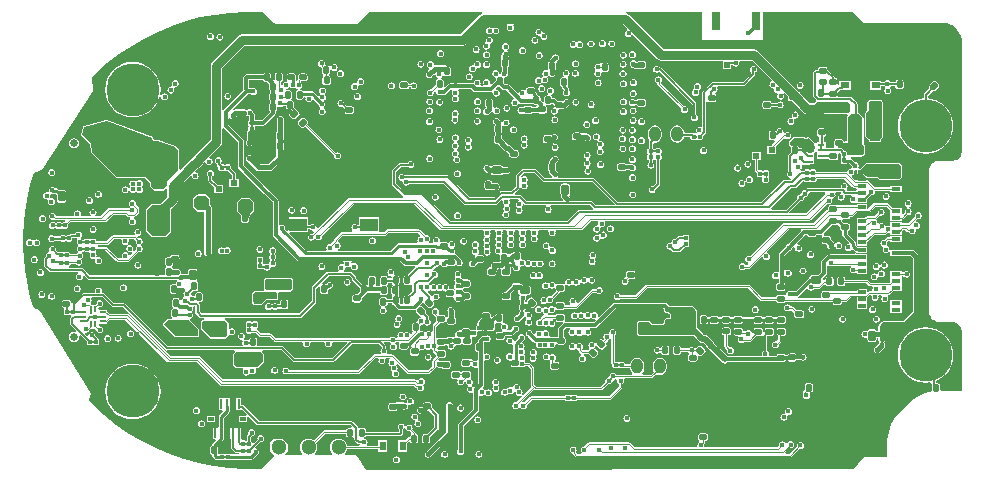
<source format=gbl>
G04*
G04 #@! TF.GenerationSoftware,Altium Limited,Altium Designer,22.2.1 (43)*
G04*
G04 Layer_Physical_Order=8*
G04 Layer_Color=16711680*
%FSLAX25Y25*%
%MOIN*%
G70*
G04*
G04 #@! TF.SameCoordinates,6C9F7B6B-14DB-4A3D-A1FA-6D2C2168172C*
G04*
G04*
G04 #@! TF.FilePolarity,Positive*
G04*
G01*
G75*
%ADD14C,0.01000*%
%ADD15C,0.00787*%
%ADD17C,0.00600*%
%ADD19C,0.00591*%
%ADD22C,0.00400*%
%ADD25R,0.03150X0.05512*%
%ADD26R,0.03150X0.04921*%
%ADD27R,0.05512X0.03150*%
%ADD28R,0.04921X0.03150*%
G04:AMPARAMS|DCode=29|XSize=23.62mil|YSize=19.68mil|CornerRadius=3.94mil|HoleSize=0mil|Usage=FLASHONLY|Rotation=0.000|XOffset=0mil|YOffset=0mil|HoleType=Round|Shape=RoundedRectangle|*
%AMROUNDEDRECTD29*
21,1,0.02362,0.01181,0,0,0.0*
21,1,0.01575,0.01968,0,0,0.0*
1,1,0.00787,0.00787,-0.00591*
1,1,0.00787,-0.00787,-0.00591*
1,1,0.00787,-0.00787,0.00591*
1,1,0.00787,0.00787,0.00591*
%
%ADD29ROUNDEDRECTD29*%
G04:AMPARAMS|DCode=32|XSize=23.62mil|YSize=19.68mil|CornerRadius=3.94mil|HoleSize=0mil|Usage=FLASHONLY|Rotation=90.000|XOffset=0mil|YOffset=0mil|HoleType=Round|Shape=RoundedRectangle|*
%AMROUNDEDRECTD32*
21,1,0.02362,0.01181,0,0,90.0*
21,1,0.01575,0.01968,0,0,90.0*
1,1,0.00787,0.00591,0.00787*
1,1,0.00787,0.00591,-0.00787*
1,1,0.00787,-0.00591,-0.00787*
1,1,0.00787,-0.00591,0.00787*
%
%ADD32ROUNDEDRECTD32*%
%ADD51R,0.01968X0.02362*%
%ADD61R,0.04528X0.01181*%
%ADD62R,0.03150X0.01181*%
%ADD63R,0.02559X0.01181*%
G04:AMPARAMS|DCode=66|XSize=23.62mil|YSize=19.68mil|CornerRadius=3.94mil|HoleSize=0mil|Usage=FLASHONLY|Rotation=45.000|XOffset=0mil|YOffset=0mil|HoleType=Round|Shape=RoundedRectangle|*
%AMROUNDEDRECTD66*
21,1,0.02362,0.01181,0,0,45.0*
21,1,0.01575,0.01968,0,0,45.0*
1,1,0.00787,0.00974,0.00139*
1,1,0.00787,-0.00139,-0.00974*
1,1,0.00787,-0.00974,-0.00139*
1,1,0.00787,0.00139,0.00974*
%
%ADD66ROUNDEDRECTD66*%
G04:AMPARAMS|DCode=67|XSize=35.43mil|YSize=23.62mil|CornerRadius=4.72mil|HoleSize=0mil|Usage=FLASHONLY|Rotation=270.000|XOffset=0mil|YOffset=0mil|HoleType=Round|Shape=RoundedRectangle|*
%AMROUNDEDRECTD67*
21,1,0.03543,0.01417,0,0,270.0*
21,1,0.02598,0.02362,0,0,270.0*
1,1,0.00945,-0.00709,-0.01299*
1,1,0.00945,-0.00709,0.01299*
1,1,0.00945,0.00709,0.01299*
1,1,0.00945,0.00709,-0.01299*
%
%ADD67ROUNDEDRECTD67*%
%ADD69R,0.03346X0.07874*%
G04:AMPARAMS|DCode=70|XSize=35.43mil|YSize=23.62mil|CornerRadius=4.72mil|HoleSize=0mil|Usage=FLASHONLY|Rotation=180.000|XOffset=0mil|YOffset=0mil|HoleType=Round|Shape=RoundedRectangle|*
%AMROUNDEDRECTD70*
21,1,0.03543,0.01417,0,0,180.0*
21,1,0.02598,0.02362,0,0,180.0*
1,1,0.00945,-0.01299,0.00709*
1,1,0.00945,0.01299,0.00709*
1,1,0.00945,0.01299,-0.00709*
1,1,0.00945,-0.01299,-0.00709*
%
%ADD70ROUNDEDRECTD70*%
%ADD73C,0.00800*%
%ADD127C,0.01500*%
G04:AMPARAMS|DCode=128|XSize=15mil|YSize=15mil|CornerRadius=3.75mil|HoleSize=0mil|Usage=FLASHONLY|Rotation=0.000|XOffset=0mil|YOffset=0mil|HoleType=Round|Shape=RoundedRectangle|*
%AMROUNDEDRECTD128*
21,1,0.01500,0.00750,0,0,0.0*
21,1,0.00750,0.01500,0,0,0.0*
1,1,0.00750,0.00375,-0.00375*
1,1,0.00750,-0.00375,-0.00375*
1,1,0.00750,-0.00375,0.00375*
1,1,0.00750,0.00375,0.00375*
%
%ADD128ROUNDEDRECTD128*%
G04:AMPARAMS|DCode=129|XSize=15mil|YSize=15mil|CornerRadius=3.75mil|HoleSize=0mil|Usage=FLASHONLY|Rotation=90.000|XOffset=0mil|YOffset=0mil|HoleType=Round|Shape=RoundedRectangle|*
%AMROUNDEDRECTD129*
21,1,0.01500,0.00750,0,0,90.0*
21,1,0.00750,0.01500,0,0,90.0*
1,1,0.00750,0.00375,0.00375*
1,1,0.00750,0.00375,-0.00375*
1,1,0.00750,-0.00375,-0.00375*
1,1,0.00750,-0.00375,0.00375*
%
%ADD129ROUNDEDRECTD129*%
%ADD130C,0.00500*%
%ADD131C,0.01200*%
%ADD132C,0.00450*%
%ADD134C,0.02000*%
%ADD135C,0.00380*%
%ADD137C,0.00900*%
%ADD138C,0.01600*%
%ADD140R,0.00664X0.00522*%
%ADD141R,0.00522X0.00664*%
%ADD142C,0.17717*%
%ADD143C,0.01600*%
%ADD144C,0.05118*%
%ADD145C,0.02638*%
%ADD146C,0.02400*%
%ADD148C,0.01800*%
%ADD149C,0.01400*%
G04:AMPARAMS|DCode=150|XSize=23.62mil|YSize=19.68mil|CornerRadius=3.94mil|HoleSize=0mil|Usage=FLASHONLY|Rotation=315.000|XOffset=0mil|YOffset=0mil|HoleType=Round|Shape=RoundedRectangle|*
%AMROUNDEDRECTD150*
21,1,0.02362,0.01181,0,0,315.0*
21,1,0.01575,0.01968,0,0,315.0*
1,1,0.00787,0.00139,-0.00974*
1,1,0.00787,-0.00974,0.00139*
1,1,0.00787,-0.00139,0.00974*
1,1,0.00787,0.00974,-0.00139*
%
%ADD150ROUNDEDRECTD150*%
%ADD151O,0.04000X0.05000*%
%ADD152R,0.02362X0.01969*%
G04:AMPARAMS|DCode=153|XSize=15mil|YSize=15mil|CornerRadius=3.75mil|HoleSize=0mil|Usage=FLASHONLY|Rotation=225.000|XOffset=0mil|YOffset=0mil|HoleType=Round|Shape=RoundedRectangle|*
%AMROUNDEDRECTD153*
21,1,0.01500,0.00750,0,0,225.0*
21,1,0.00750,0.01500,0,0,225.0*
1,1,0.00750,-0.00530,0.00000*
1,1,0.00750,0.00000,0.00530*
1,1,0.00750,0.00530,0.00000*
1,1,0.00750,0.00000,-0.00530*
%
%ADD153ROUNDEDRECTD153*%
%ADD154R,0.02224X0.00787*%
%ADD155R,0.00984X0.03248*%
%ADD156R,0.01870X0.01181*%
%ADD157R,0.05906X0.04134*%
%ADD158R,0.03150X0.02362*%
%ADD159R,0.02217X0.00866*%
%ADD160R,0.00866X0.02217*%
%ADD161R,0.00866X0.02610*%
%ADD162R,0.02362X0.03150*%
%ADD163R,0.03150X0.06299*%
%ADD164O,0.05000X0.04000*%
%ADD165C,0.03000*%
G04:AMPARAMS|DCode=166|XSize=6.64mil|YSize=5.22mil|CornerRadius=0mil|HoleSize=0mil|Usage=FLASHONLY|Rotation=225.000|XOffset=0mil|YOffset=0mil|HoleType=Round|Shape=Rectangle|*
%AMROTATEDRECTD166*
4,1,4,0.00050,0.00419,0.00419,0.00050,-0.00050,-0.00419,-0.00419,-0.00050,0.00050,0.00419,0.0*
%
%ADD166ROTATEDRECTD166*%

G36*
X85982Y151259D02*
X86197Y151115D01*
X86450Y151065D01*
X113901D01*
X113931Y151071D01*
X113962Y151067D01*
X114057Y151096D01*
X114154Y151115D01*
X114180Y151132D01*
X114210Y151141D01*
X114287Y151204D01*
X114369Y151259D01*
X114386Y151284D01*
X114411Y151304D01*
X117521Y155051D01*
X139203D01*
X155396D01*
X155445Y154551D01*
X155184Y154499D01*
X154572Y154090D01*
X148003Y147521D01*
X75399D01*
X74677Y147378D01*
X74065Y146969D01*
X65399Y138302D01*
X64990Y137690D01*
X64846Y136969D01*
Y112454D01*
X59493Y107100D01*
X59421Y106993D01*
X58204Y105776D01*
X58097Y105704D01*
X54777Y102384D01*
X54277Y102591D01*
X54277Y108898D01*
X54166Y109166D01*
X53216Y110115D01*
X53142Y110146D01*
X53085Y110201D01*
X49298Y111675D01*
X49297Y111675D01*
X49297Y111675D01*
X47565Y112349D01*
X47494Y112348D01*
X47428Y112375D01*
X46218D01*
X46008Y112417D01*
X45861Y112515D01*
X45763Y112662D01*
X45720Y112880D01*
X45696Y112915D01*
X45695Y112958D01*
X45618Y113032D01*
X45559Y113121D01*
X45517Y113129D01*
X45486Y113159D01*
X30316Y119064D01*
X30194Y119061D01*
X30073Y119075D01*
X22445Y116874D01*
X22400Y116839D01*
X22345Y116828D01*
X22291Y116751D01*
X22218Y116693D01*
X22212Y116637D01*
X22179Y116590D01*
X21587Y113862D01*
X21597Y113806D01*
X21580Y113753D01*
X21622Y113669D01*
X21639Y113577D01*
X21685Y113544D01*
X21711Y113494D01*
X24714Y110921D01*
X24816Y108260D01*
X24874Y108135D01*
X24927Y108007D01*
X33123Y99811D01*
X33391Y99700D01*
X42783D01*
X44464Y98020D01*
Y97008D01*
X44575Y96740D01*
X45795Y95520D01*
X46063Y95409D01*
X49057Y95409D01*
X49324Y95520D01*
X49770Y95965D01*
X50232Y95774D01*
Y93380D01*
X47875Y91023D01*
X45329Y91023D01*
X45061Y90912D01*
X43315Y89166D01*
X43204Y88898D01*
Y82165D01*
X43315Y81897D01*
X45323Y79890D01*
X45591Y79779D01*
X49764Y79779D01*
X50032Y79890D01*
X51449Y81307D01*
X51560Y81575D01*
X51560Y89373D01*
X53452Y91265D01*
X53861Y91877D01*
X54004Y92598D01*
Y96277D01*
X58019Y100291D01*
X58529Y100095D01*
X58579Y99844D01*
X58833Y99463D01*
X59214Y99209D01*
X59663Y99120D01*
X60111Y99209D01*
X60492Y99463D01*
X60746Y99844D01*
X60835Y100292D01*
X60746Y100741D01*
X60492Y101121D01*
X60111Y101376D01*
X59860Y101426D01*
X59664Y101936D01*
X60693Y102965D01*
X60800Y103037D01*
X62160Y104397D01*
X62231Y104504D01*
X62653Y104925D01*
X63188Y104753D01*
X63228Y104551D01*
X63482Y104171D01*
X63862Y103917D01*
X64311Y103828D01*
X64760Y103917D01*
X65140Y104171D01*
X65394Y104551D01*
X65484Y105000D01*
X65394Y105449D01*
X65140Y105829D01*
X64760Y106083D01*
X64558Y106123D01*
X64386Y106658D01*
X68066Y110338D01*
X68475Y110951D01*
X68619Y111672D01*
Y116071D01*
X69106Y116224D01*
X69118Y116224D01*
X73933Y111410D01*
Y103426D01*
X74007Y103056D01*
X74217Y102741D01*
X82693Y94265D01*
X85522Y91436D01*
Y80557D01*
X85596Y80186D01*
X85806Y79872D01*
X93605Y72072D01*
X93919Y71862D01*
X94290Y71789D01*
X108961D01*
X109251Y71289D01*
X109219Y71127D01*
X108965Y70900D01*
X108716Y70806D01*
X108386Y70872D01*
X107937Y70783D01*
X107557Y70529D01*
X107302Y70148D01*
X107213Y69700D01*
X107302Y69251D01*
X107546Y68886D01*
X107528Y68791D01*
X107382Y68386D01*
X103921D01*
X103628Y68328D01*
X103380Y68162D01*
X98711Y63494D01*
X98545Y63245D01*
X98487Y62953D01*
Y58682D01*
X94294Y54489D01*
X61947D01*
X61246Y55190D01*
Y57157D01*
X61188Y57449D01*
X61022Y57697D01*
X60844Y57876D01*
X61051Y58376D01*
X61496D01*
X61786Y58433D01*
X62032Y58598D01*
X62197Y58844D01*
X62254Y59134D01*
Y60709D01*
X62197Y60999D01*
X62032Y61245D01*
X61786Y61409D01*
X61496Y61467D01*
X60315D01*
X60025Y61409D01*
X59779Y61245D01*
X59614Y60999D01*
X59557Y60709D01*
Y60634D01*
X59218Y60392D01*
X59057Y60336D01*
X58674Y60412D01*
X58304Y60767D01*
X58272Y61210D01*
X58988Y61926D01*
X59914D01*
X60204Y61984D01*
X60451Y62148D01*
X60615Y62394D01*
X60673Y62684D01*
Y64259D01*
X60615Y64549D01*
X60451Y64795D01*
X60356Y64858D01*
X60303Y64994D01*
X60242Y65351D01*
X60252Y65460D01*
X60350Y65606D01*
X60414Y65927D01*
Y68526D01*
X60350Y68847D01*
X60168Y69119D01*
X59896Y69300D01*
X59575Y69364D01*
X58158D01*
X57837Y69300D01*
X57565Y69119D01*
X57383Y68847D01*
X57319Y68526D01*
Y67443D01*
X55469D01*
X55412Y67481D01*
X55231Y67517D01*
X54940Y67689D01*
X54868Y68060D01*
X54899Y68215D01*
X54810Y68663D01*
X54555Y69044D01*
X54175Y69298D01*
X53726Y69387D01*
X53566Y69355D01*
X52328D01*
X52315Y69424D01*
X52150Y69670D01*
X51999Y69771D01*
X51954Y70005D01*
Y70092D01*
X51999Y70325D01*
X52150Y70427D01*
X52315Y70673D01*
X52372Y70963D01*
Y71513D01*
X52674Y71815D01*
X53157D01*
X53317Y71783D01*
X53766Y71872D01*
X54146Y72126D01*
X54401Y72506D01*
X54490Y72955D01*
X54401Y73404D01*
X54146Y73784D01*
X53766Y74038D01*
X53317Y74128D01*
X52965Y74058D01*
X52209D01*
X52209Y74058D01*
X51780Y73972D01*
X51416Y73729D01*
X51416Y73729D01*
X50983Y73296D01*
X50433D01*
X50143Y73238D01*
X49897Y73074D01*
X49733Y72828D01*
X49675Y72538D01*
Y70963D01*
X49733Y70673D01*
X49897Y70427D01*
X50049Y70325D01*
X50094Y70092D01*
Y70005D01*
X50049Y69771D01*
X49897Y69670D01*
X49733Y69424D01*
X49675Y69134D01*
Y67559D01*
X49248Y67162D01*
X24759D01*
X22401Y69521D01*
X22153Y69687D01*
X21860Y69745D01*
X17558D01*
X17508Y70245D01*
X17689Y70281D01*
X17929Y70441D01*
X18089Y70681D01*
X18123Y70851D01*
X19913D01*
X19998Y70725D01*
X20378Y70471D01*
X20827Y70381D01*
X21275Y70471D01*
X21656Y70725D01*
X21910Y71105D01*
X21999Y71554D01*
X21910Y72003D01*
X21790Y72182D01*
X21714Y72483D01*
X21908Y72816D01*
X22050Y72911D01*
X22304Y73291D01*
X22393Y73740D01*
X22304Y74189D01*
X22050Y74569D01*
X22052Y74856D01*
X22267Y75051D01*
X22780Y75143D01*
X23020Y74983D01*
X23303Y74927D01*
X24053D01*
X24282Y74973D01*
X24360Y74961D01*
X24750Y74603D01*
X24746Y74566D01*
X24547Y74268D01*
X24457Y73819D01*
X24547Y73370D01*
X24801Y72990D01*
X25181Y72736D01*
X25630Y72646D01*
X25976Y72715D01*
X26038Y72683D01*
X26250Y72497D01*
X26370Y72329D01*
X26314Y72047D01*
X26403Y71599D01*
X26657Y71218D01*
X27038Y70964D01*
X27486Y70875D01*
X27935Y70964D01*
X28315Y71218D01*
X28570Y71599D01*
X28659Y72047D01*
X28570Y72496D01*
X28315Y72876D01*
X27935Y73131D01*
X27486Y73220D01*
X27141Y73151D01*
X27079Y73183D01*
X26867Y73369D01*
X26746Y73537D01*
X26802Y73819D01*
X26713Y74268D01*
X26524Y74551D01*
X26556Y75084D01*
X26569Y75143D01*
X26729Y75383D01*
X26742Y75446D01*
X29775D01*
X33437Y71784D01*
X33858Y71609D01*
X37205D01*
X37626Y71784D01*
X40728Y74886D01*
X41004Y74831D01*
X41453Y74920D01*
X41833Y75175D01*
X42087Y75555D01*
X42177Y76004D01*
X42087Y76452D01*
X41833Y76833D01*
X41756Y76884D01*
Y77486D01*
X41833Y77537D01*
X42087Y77917D01*
X42177Y78366D01*
X42087Y78815D01*
X41833Y79195D01*
X41453Y79449D01*
X41004Y79539D01*
X40749Y79488D01*
X40418Y79832D01*
X40488Y80069D01*
X40621Y80298D01*
X41000Y80373D01*
X41380Y80628D01*
X41635Y81008D01*
X41724Y81457D01*
X41635Y81905D01*
X41380Y82286D01*
X41000Y82540D01*
X40551Y82629D01*
X40102Y82540D01*
X39722Y82286D01*
X39468Y81905D01*
X39379Y81457D01*
X39468Y81008D01*
X39195Y80517D01*
X32205D01*
X31784Y80342D01*
X29880Y78438D01*
X26707D01*
Y78621D01*
X26651Y78904D01*
X26490Y79144D01*
X26250Y79304D01*
X25967Y79360D01*
X25218D01*
X24935Y79304D01*
X24596Y79180D01*
X24257Y79304D01*
X23974Y79360D01*
X23224D01*
X22941Y79304D01*
X22701Y79144D01*
X22678Y79109D01*
X22156Y79077D01*
X22107Y79090D01*
X21750Y79329D01*
X21682Y79514D01*
X21620Y79865D01*
X21831Y80181D01*
X21921Y80630D01*
X21831Y81079D01*
X21577Y81459D01*
X21197Y81713D01*
X20748Y81802D01*
X20299Y81713D01*
X19919Y81459D01*
X19665Y81079D01*
X19645Y80981D01*
X18199D01*
X17907Y80923D01*
X17659Y80757D01*
X17504Y80602D01*
X17096D01*
X16813Y80546D01*
X16474Y80422D01*
X16135Y80546D01*
X15853Y80602D01*
X15102D01*
X14820Y80546D01*
X14580Y80386D01*
X14420Y80146D01*
X14417Y80135D01*
X12762D01*
X12719Y80199D01*
X12338Y80453D01*
X11890Y80543D01*
X11441Y80453D01*
X11061Y80199D01*
X10807Y79819D01*
X10717Y79370D01*
X10807Y78921D01*
X11061Y78541D01*
X11441Y78287D01*
X11890Y78198D01*
X12338Y78287D01*
X12719Y78541D01*
X12762Y78605D01*
X14570D01*
X14580Y78591D01*
X14820Y78430D01*
X15102Y78374D01*
X15853D01*
X16135Y78430D01*
X16474Y78554D01*
X16813Y78430D01*
X17096Y78374D01*
X17846D01*
X18129Y78430D01*
X18369Y78591D01*
X18529Y78830D01*
X18585Y79113D01*
Y79452D01*
X20122D01*
X20175Y79462D01*
X20315Y79279D01*
X20423Y79002D01*
X20218Y78695D01*
X20128Y78246D01*
X20218Y77797D01*
X20472Y77417D01*
X20470Y76874D01*
X20216Y76493D01*
X20127Y76044D01*
X20216Y75596D01*
X20470Y75215D01*
X20464Y74618D01*
X20391Y74569D01*
X20288Y74414D01*
X17888D01*
X17860Y74555D01*
X17699Y74795D01*
X17460Y74956D01*
X17177Y75012D01*
X16427D01*
X16144Y74956D01*
X15805Y74832D01*
X15466Y74956D01*
X15183Y75012D01*
X14433D01*
X14150Y74956D01*
X14022Y74870D01*
X13279Y75613D01*
X13321Y75825D01*
X13231Y76274D01*
X12977Y76654D01*
X12597Y76908D01*
X12148Y76998D01*
X11699Y76908D01*
X11319Y76654D01*
X11065Y76274D01*
X10976Y75825D01*
X11065Y75376D01*
X11074Y75362D01*
X11050Y75233D01*
X10821Y74841D01*
X10536Y74784D01*
X10155Y74530D01*
X9901Y74150D01*
X9812Y73701D01*
X9863Y73444D01*
X9499Y73081D01*
X9334Y72833D01*
X9275Y72540D01*
Y70400D01*
X9334Y70107D01*
X9499Y69859D01*
X10919Y68439D01*
X11167Y68274D01*
X11460Y68215D01*
X20440D01*
X20462Y68161D01*
X20523Y67715D01*
X20234Y67522D01*
X19980Y67142D01*
X19891Y66693D01*
X19980Y66244D01*
X20234Y65864D01*
X20614Y65610D01*
X21063Y65520D01*
X21512Y65610D01*
X21892Y65864D01*
X22146Y66244D01*
X22235Y66693D01*
X22205Y66847D01*
X22666Y67093D01*
X23902Y65857D01*
X24150Y65691D01*
X24443Y65633D01*
X53447D01*
X53599Y65133D01*
X53580Y65120D01*
X53326Y64740D01*
X53300Y64608D01*
X53127Y64258D01*
X52756Y64144D01*
X51890D01*
X51600Y64086D01*
X51354Y63922D01*
X51189Y63676D01*
X51131Y63386D01*
Y61811D01*
X51189Y61521D01*
X51354Y61275D01*
X51600Y61111D01*
X51890Y61053D01*
X53071D01*
X53361Y61111D01*
X53565Y61247D01*
X54825D01*
X55178Y61177D01*
X55374Y61216D01*
X55807Y60832D01*
X55807Y60831D01*
X55796Y60774D01*
X55885Y60326D01*
X55979Y60185D01*
X55773Y59635D01*
X55732Y59627D01*
X55352Y59372D01*
X55118Y59022D01*
X54992Y59006D01*
X54601Y59056D01*
X54598Y59070D01*
X54434Y59316D01*
X54188Y59480D01*
X53898Y59538D01*
X52716D01*
X52426Y59480D01*
X52180Y59316D01*
X52016Y59070D01*
X51958Y58780D01*
Y57205D01*
X52016Y56915D01*
X52180Y56669D01*
X52278Y56604D01*
X52200Y56078D01*
X52148Y56068D01*
X51902Y55904D01*
X51737Y55658D01*
X51680Y55367D01*
Y53793D01*
X51737Y53502D01*
X51902Y53256D01*
X51984Y53202D01*
X51832Y52701D01*
X50703D01*
X50435Y52591D01*
X48912Y51068D01*
X48801Y50800D01*
X48912Y50532D01*
X50700Y48744D01*
X50791Y48608D01*
X50927Y48517D01*
X52892Y46552D01*
X53160Y46441D01*
X60481Y46441D01*
X60749Y46552D01*
X60860Y46820D01*
X60860Y49324D01*
X60749Y49592D01*
X58061Y52280D01*
X58225Y52823D01*
X58322Y52842D01*
X58703Y53096D01*
X58957Y53477D01*
X59046Y53925D01*
X58957Y54374D01*
X58703Y54754D01*
X58624Y55246D01*
X58879Y55627D01*
X58968Y56075D01*
X58911Y56361D01*
X59209Y56861D01*
X59696D01*
X59717Y56840D01*
Y54873D01*
X59775Y54580D01*
X59941Y54332D01*
X61089Y53183D01*
X61338Y53018D01*
X61630Y52959D01*
X62462D01*
X62483Y52468D01*
X62215Y52357D01*
X61740Y51882D01*
X61629Y51614D01*
Y49291D01*
X61629Y49291D01*
X61629Y49291D01*
X61683Y49161D01*
X61740Y49023D01*
X61740Y49023D01*
X61740Y49023D01*
X64605Y46158D01*
X64743Y46101D01*
X64873Y46047D01*
X69686Y46047D01*
X69954Y46158D01*
X70691Y46896D01*
X70789Y47131D01*
X70818Y47170D01*
X71302Y47389D01*
X71444Y47294D01*
X71893Y47205D01*
X72342Y47294D01*
X72722Y47548D01*
X72976Y47929D01*
X73066Y48377D01*
X72976Y48826D01*
X72722Y49206D01*
X72342Y49461D01*
X71893Y49550D01*
X71444Y49461D01*
X71302Y49365D01*
X70802Y49633D01*
X70802Y51226D01*
X70691Y51494D01*
X69828Y52357D01*
X69560Y52468D01*
X69582Y52959D01*
X94611D01*
X94903Y53018D01*
X95151Y53183D01*
X99793Y57825D01*
X99958Y58073D01*
X100017Y58365D01*
Y62636D01*
X100913Y63532D01*
X101373Y63286D01*
X101373Y63285D01*
Y61710D01*
X101431Y61420D01*
X101595Y61174D01*
X101841Y61009D01*
X102131Y60952D01*
X103313D01*
X103603Y61009D01*
X103849Y61174D01*
X104013Y61420D01*
X104071Y61710D01*
Y62410D01*
X104563Y62705D01*
X105012Y62794D01*
X105392Y63048D01*
X105646Y63429D01*
X105735Y63878D01*
X105646Y64326D01*
X105392Y64707D01*
X105012Y64961D01*
X104563Y65050D01*
X104114Y64961D01*
X103734Y64707D01*
X103542Y64420D01*
X103259Y64363D01*
X102978Y64176D01*
X102845Y64043D01*
X102131D01*
X102130Y64043D01*
X101884Y64504D01*
X104237Y66857D01*
X111075D01*
X111831Y66101D01*
Y66057D01*
X111890Y65764D01*
X112055Y65516D01*
X114610Y62962D01*
Y62243D01*
X114604Y62213D01*
Y61765D01*
X113622Y60783D01*
X112803D01*
X112513Y60725D01*
X112267Y60561D01*
X112103Y60315D01*
X112045Y60025D01*
Y58844D01*
X112103Y58554D01*
X112267Y58308D01*
X112513Y58143D01*
X112803Y58086D01*
X114378D01*
X114668Y58143D01*
X114914Y58308D01*
X115078Y58554D01*
X115136Y58844D01*
Y59269D01*
X116432Y60565D01*
X116432Y60565D01*
X116664Y60912D01*
X116677Y60977D01*
X116840Y61009D01*
X117086Y61174D01*
X117214Y61365D01*
X118120D01*
X118322Y61325D01*
X118525Y61365D01*
X120188D01*
X120391Y61325D01*
X120593Y61365D01*
X121140D01*
X121195Y61086D01*
X121360Y60840D01*
X121606Y60676D01*
X121896Y60618D01*
X123077D01*
X123367Y60676D01*
X123613Y60840D01*
X123777Y61086D01*
X123835Y61377D01*
Y62951D01*
X123777Y63241D01*
X123666Y63408D01*
X123618Y63514D01*
X123718Y64005D01*
X123724Y64015D01*
X123882Y64251D01*
X123940Y64541D01*
Y64563D01*
X125151D01*
X125174Y64446D01*
X125339Y64200D01*
X125435Y64136D01*
X125469Y63984D01*
X125454Y63636D01*
X125435Y63580D01*
X125297Y63487D01*
X125132Y63241D01*
X125075Y62951D01*
Y61377D01*
X125132Y61086D01*
X125297Y60840D01*
X125399Y60772D01*
X125427Y60282D01*
X125406Y60211D01*
X125354Y60176D01*
X125189Y59930D01*
X125132Y59640D01*
Y59318D01*
X123753D01*
X123727Y59448D01*
X123563Y59694D01*
X123317Y59859D01*
X123027Y59917D01*
X121846D01*
X121556Y59859D01*
X121310Y59694D01*
X121145Y59448D01*
X121088Y59158D01*
Y57583D01*
X121145Y57293D01*
X121310Y57047D01*
X121556Y56883D01*
X121652Y56864D01*
X121710Y56342D01*
X121461Y56176D01*
X121207Y55796D01*
X121118Y55347D01*
X121207Y54899D01*
X121461Y54518D01*
X121842Y54264D01*
X122291Y54175D01*
X122739Y54264D01*
X123120Y54518D01*
X123374Y54899D01*
X123463Y55347D01*
X123374Y55796D01*
X123120Y56176D01*
X122897Y56325D01*
X123016Y56784D01*
X123044Y56828D01*
X123317Y56883D01*
X123563Y57047D01*
X123727Y57293D01*
X123785Y57583D01*
Y57789D01*
X125187D01*
X125189Y57775D01*
X125354Y57529D01*
X125600Y57365D01*
X125890Y57307D01*
X125923D01*
X125964Y57099D01*
X126152Y56818D01*
X126972Y55998D01*
X127253Y55810D01*
X127585Y55744D01*
X132576D01*
X132873Y55803D01*
X133064Y55680D01*
X133275Y55454D01*
X133233Y55243D01*
X133291Y54953D01*
X133455Y54707D01*
X134569Y53594D01*
X134774Y53456D01*
X134790Y53293D01*
X134726Y52937D01*
X134442Y52881D01*
X134061Y52626D01*
X133807Y52246D01*
X133718Y51797D01*
X133723Y51774D01*
X133352Y51343D01*
X132668D01*
X132378Y51285D01*
X132132Y51121D01*
X131968Y50875D01*
X131910Y50585D01*
Y49010D01*
X131968Y48720D01*
X132132Y48474D01*
X132091Y47986D01*
X131723Y47671D01*
X131231Y47766D01*
X131022Y48079D01*
X130642Y48333D01*
X130193Y48422D01*
X129744Y48333D01*
X129364Y48079D01*
X128855Y48217D01*
X128684Y48331D01*
X128235Y48420D01*
X127786Y48331D01*
X127406Y48076D01*
X127152Y47696D01*
X127063Y47247D01*
X127152Y46799D01*
X127161Y46785D01*
X126894Y46285D01*
X126423D01*
X126280Y46498D01*
X125899Y46753D01*
X125451Y46842D01*
X125002Y46753D01*
X124622Y46498D01*
X124485Y46294D01*
X86491D01*
X85050Y47735D01*
X84610Y47917D01*
X81624D01*
X80401Y49141D01*
X80330Y49170D01*
X80287Y49369D01*
X80317Y49717D01*
X80466Y49816D01*
X80626Y50056D01*
X80682Y50339D01*
Y51089D01*
X80626Y51372D01*
X80466Y51611D01*
X80226Y51772D01*
X79943Y51828D01*
X79193D01*
X78910Y51772D01*
X78670Y51611D01*
X78472D01*
X78232Y51772D01*
X77949Y51828D01*
X77199D01*
X76916Y51772D01*
X76676Y51611D01*
X76516Y51372D01*
X76460Y51089D01*
Y50339D01*
X76516Y50056D01*
X76676Y49816D01*
X76595Y49269D01*
X76557Y49213D01*
X76468Y48765D01*
X76557Y48316D01*
X76811Y47936D01*
X77192Y47682D01*
X77640Y47592D01*
X78089Y47682D01*
X78470Y47936D01*
X78565Y48078D01*
X79703D01*
X80926Y46855D01*
X81366Y46673D01*
X84352D01*
X85794Y45232D01*
X86234Y45049D01*
X95410D01*
X95723Y44549D01*
X95673Y44297D01*
X95762Y43848D01*
X96016Y43468D01*
X96397Y43213D01*
X96845Y43124D01*
X97294Y43213D01*
X97675Y43468D01*
X97929Y43848D01*
X98018Y44297D01*
X97968Y44549D01*
X98281Y45049D01*
X102596D01*
X102909Y44549D01*
X102858Y44294D01*
X102947Y43846D01*
X103201Y43465D01*
X103582Y43211D01*
X104031Y43122D01*
X104479Y43211D01*
X104860Y43465D01*
X105114Y43846D01*
X105203Y44294D01*
X105152Y44549D01*
X105465Y45049D01*
X110223D01*
X110415Y44587D01*
X105453Y39626D01*
X92867D01*
X89183Y43310D01*
X88724Y43500D01*
X80768D01*
X80715Y43531D01*
X80396Y44000D01*
X80404Y44038D01*
Y45613D01*
X80346Y45903D01*
X80182Y46149D01*
X79936Y46314D01*
X79646Y46371D01*
X78464D01*
X78174Y46314D01*
X77928Y46149D01*
X77764Y45903D01*
X77715Y45657D01*
X77517Y45549D01*
X77206Y45462D01*
X76894Y45670D01*
X76446Y45759D01*
X76167Y45704D01*
X76053Y45845D01*
X75919Y46164D01*
X76117Y46460D01*
X76206Y46909D01*
X76117Y47358D01*
X75863Y47738D01*
X75483Y47992D01*
X75034Y48082D01*
X74585Y47992D01*
X74205Y47738D01*
X73951Y47358D01*
X73861Y46909D01*
X73951Y46460D01*
X74205Y46080D01*
X74585Y45826D01*
X75034Y45737D01*
X75312Y45792D01*
X75427Y45650D01*
X75560Y45331D01*
X75362Y45035D01*
X75273Y44587D01*
X75362Y44138D01*
X75454Y44000D01*
X75187Y43500D01*
X50478D01*
X36275Y57703D01*
X35816Y57894D01*
X32566D01*
X29489Y60971D01*
X29030Y61161D01*
X28870D01*
X28752Y61292D01*
X28547Y61661D01*
X28613Y61993D01*
X28524Y62441D01*
X28270Y62822D01*
X27890Y63076D01*
X27441Y63165D01*
X26992Y63076D01*
X26612Y62822D01*
X26358Y62441D01*
X26268Y61993D01*
X26334Y61661D01*
X26130Y61292D01*
X26012Y61161D01*
X22323D01*
X21864Y60971D01*
X18832Y57939D01*
X18817Y57904D01*
X18317Y58003D01*
Y58150D01*
X18260Y58440D01*
X18095Y58686D01*
X17849Y58850D01*
X17559Y58908D01*
X15984D01*
X15694Y58850D01*
X15448Y58686D01*
X15284Y58440D01*
X15226Y58150D01*
Y56968D01*
X15284Y56678D01*
X15448Y56432D01*
X15694Y56268D01*
X15890Y56229D01*
X15944Y56164D01*
X16039Y55972D01*
X16099Y55710D01*
X16038Y55619D01*
X15982Y55336D01*
Y54586D01*
X16038Y54303D01*
X16198Y54063D01*
X16438Y53903D01*
X16721Y53846D01*
X17471D01*
X17754Y53903D01*
X17798Y53932D01*
X18158Y53810D01*
X18259Y53280D01*
X18153Y53175D01*
X18010Y52960D01*
X17959Y52706D01*
Y50989D01*
X18010Y50736D01*
X18153Y50521D01*
X20008Y48666D01*
X19762Y48205D01*
X19291Y48299D01*
X18640Y48169D01*
X18088Y47800D01*
X17719Y47249D01*
X17590Y46597D01*
X17719Y45946D01*
X18088Y45394D01*
X18640Y45025D01*
X19291Y44896D01*
X19942Y45025D01*
X20495Y45394D01*
X20863Y45946D01*
X20993Y46597D01*
X20899Y47068D01*
X21360Y47314D01*
X23537Y45138D01*
Y44586D01*
X23593Y44303D01*
X23753Y44063D01*
X23993Y43903D01*
X24276Y43846D01*
X25026D01*
X25309Y43903D01*
X25548Y44063D01*
X25747D01*
X25986Y43903D01*
X26269Y43846D01*
X27019D01*
X27302Y43903D01*
X27542Y44063D01*
X27702Y44303D01*
X27758Y44586D01*
Y45336D01*
X27702Y45619D01*
X27542Y45858D01*
X27458Y45914D01*
X27422Y46097D01*
X27256Y46345D01*
X26433Y47168D01*
X26448Y47244D01*
X26359Y47693D01*
X26105Y48073D01*
X25724Y48327D01*
X25276Y48417D01*
X24827Y48327D01*
X24446Y48073D01*
X24192Y47693D01*
X24103Y47244D01*
X24126Y47130D01*
X23665Y46884D01*
X22986Y47563D01*
X23087Y47857D01*
X23205Y48051D01*
X23598Y48129D01*
X23979Y48384D01*
X24224Y48750D01*
X24278Y48772D01*
X24894Y49388D01*
X25586Y49388D01*
X26267Y49388D01*
X26752Y48903D01*
X26830Y48511D01*
X27084Y48130D01*
X27465Y47876D01*
X27913Y47787D01*
X28362Y47876D01*
X28743Y48130D01*
X28997Y48511D01*
X29086Y48959D01*
X28997Y49408D01*
X28743Y49789D01*
X28362Y50043D01*
X27913Y50132D01*
X27810Y50112D01*
X27331Y50454D01*
X27310Y50590D01*
X27627Y50986D01*
X27679Y51028D01*
X30376D01*
Y51609D01*
X31076Y52310D01*
X36440D01*
X50380Y38370D01*
X50821Y38188D01*
X60170D01*
X67758Y30600D01*
X68198Y30417D01*
X132305D01*
X132783Y29939D01*
X133223Y29757D01*
X133601Y29642D01*
X133690Y29193D01*
X133944Y28813D01*
X134325Y28559D01*
X134774Y28470D01*
X135222Y28559D01*
X135603Y28813D01*
X135857Y29193D01*
X135946Y29642D01*
X135857Y30091D01*
X135770Y30220D01*
X135624Y30500D01*
X135898Y30861D01*
X135935Y30886D01*
X136189Y31267D01*
X136279Y31715D01*
X136189Y32164D01*
X135935Y32544D01*
X135555Y32799D01*
X135106Y32888D01*
X134658Y32799D01*
X134277Y32544D01*
X134105Y32287D01*
X133661Y32169D01*
X133514Y32170D01*
X133355Y32330D01*
X132915Y32512D01*
X68808D01*
X61220Y40100D01*
X60780Y40282D01*
X51430D01*
X49942Y41771D01*
X50192Y42174D01*
X50218Y42201D01*
X72641D01*
X72848Y41701D01*
X72221Y41074D01*
X72110Y40807D01*
X72110Y37432D01*
X72221Y37164D01*
X73118Y36268D01*
X73386Y36157D01*
X75550D01*
X75658Y36004D01*
X75771Y35657D01*
X75582Y35373D01*
X75493Y34924D01*
X75582Y34475D01*
X75836Y34095D01*
X76216Y33841D01*
X76665Y33752D01*
X77114Y33841D01*
X77494Y34095D01*
X77517Y34129D01*
X77863Y34414D01*
X78157Y34256D01*
X78270Y34181D01*
X78718Y34092D01*
X79167Y34181D01*
X79548Y34435D01*
X79802Y34816D01*
X79891Y35264D01*
X79813Y35657D01*
X79842Y35772D01*
X80107Y36157D01*
X80362D01*
X80630Y36268D01*
X82379Y38016D01*
X82489Y38284D01*
X82489Y41025D01*
X82379Y41293D01*
X81970Y41701D01*
X82177Y42201D01*
X88455D01*
X92139Y38517D01*
X92598Y38327D01*
X105722D01*
X106182Y38517D01*
X111811Y44146D01*
X121077D01*
X121942Y43281D01*
Y42807D01*
X121762Y42687D01*
X121508Y42306D01*
X121419Y41857D01*
X121508Y41409D01*
X121542Y41359D01*
X121274Y40859D01*
X119488D01*
X119048Y40676D01*
X113797Y35425D01*
X91003D01*
X90946Y35713D01*
X90691Y36094D01*
X90311Y36348D01*
X89862Y36437D01*
X89413Y36348D01*
X89033Y36094D01*
X88779Y35713D01*
X88690Y35264D01*
X88779Y34816D01*
X89033Y34435D01*
X89413Y34181D01*
X89862Y34092D01*
X90311Y34181D01*
X90434Y34264D01*
X90635Y34181D01*
X114055D01*
X114495Y34363D01*
X119746Y39614D01*
X120617D01*
X120884Y39114D01*
X120846Y39057D01*
X120757Y38608D01*
X120846Y38160D01*
X121100Y37779D01*
X121480Y37525D01*
X121929Y37436D01*
X122378Y37525D01*
X122758Y37779D01*
X123012Y38160D01*
X123102Y38608D01*
X123012Y39057D01*
X122974Y39114D01*
X123242Y39614D01*
X124469D01*
X124573Y39474D01*
X124574Y39471D01*
X124432Y38825D01*
X124368Y38782D01*
X124114Y38401D01*
X124024Y37953D01*
X124114Y37504D01*
X124368Y37124D01*
X124748Y36869D01*
X124782Y36863D01*
X124887Y36611D01*
X124797Y36162D01*
X124887Y35714D01*
X125141Y35333D01*
X125186Y35303D01*
X125405Y34732D01*
X125316Y34283D01*
X125405Y33834D01*
X125660Y33454D01*
X126040Y33200D01*
X126489Y33110D01*
X126937Y33200D01*
X127318Y33454D01*
X127572Y33834D01*
X127661Y34283D01*
X127572Y34732D01*
X127318Y35112D01*
X127272Y35142D01*
X127053Y35714D01*
X127142Y36162D01*
X127053Y36611D01*
X126799Y36992D01*
X126690Y37064D01*
X126669Y37311D01*
X127067Y37457D01*
X127137Y37441D01*
X130176Y34402D01*
X130616Y34220D01*
X137402D01*
X137842Y34402D01*
X139721Y36281D01*
X139754Y36363D01*
X139771Y36378D01*
X140359Y36515D01*
X140492Y36426D01*
X140941Y36337D01*
X141197Y36388D01*
X141831D01*
X141958Y36197D01*
X142204Y36033D01*
X142494Y35975D01*
X144069D01*
X144360Y36033D01*
X144606Y36197D01*
X144770Y36443D01*
X144828Y36733D01*
Y37914D01*
X144770Y38204D01*
X144606Y38450D01*
X144360Y38615D01*
X144069Y38673D01*
X144014D01*
X143940Y38722D01*
X143510Y38807D01*
X143081Y38722D01*
X143007Y38673D01*
X142494D01*
X142285Y38631D01*
X141197D01*
X140941Y38682D01*
X140702Y39144D01*
X141270Y39712D01*
X142520D01*
X142810Y39770D01*
X143056Y39934D01*
X143220Y40180D01*
X143278Y40470D01*
Y41652D01*
X143220Y41942D01*
X143056Y42188D01*
X142810Y42352D01*
X142520Y42410D01*
X140945D01*
X140752Y42372D01*
X140570Y42449D01*
X140344Y42959D01*
X140471Y43149D01*
X140493Y43260D01*
X140931Y43637D01*
X141041Y43649D01*
X142520D01*
X142810Y43707D01*
X143056Y43871D01*
X143495Y43870D01*
X143842Y43508D01*
X143931Y43059D01*
X144185Y42678D01*
X144565Y42424D01*
X145014Y42335D01*
X145463Y42424D01*
X145843Y42678D01*
X146097Y43059D01*
X146187Y43508D01*
X146171Y43584D01*
X146547Y44021D01*
X147691D01*
X147981Y44079D01*
X148227Y44243D01*
X148309Y44366D01*
X148629Y44378D01*
X148777Y44361D01*
X148846Y44339D01*
X148980Y44139D01*
X149226Y43975D01*
X149516Y43917D01*
X151091D01*
X151381Y43975D01*
X151627Y44139D01*
X151791Y44385D01*
X151849Y44675D01*
Y45856D01*
X151791Y46147D01*
X151684Y46307D01*
X151693Y46388D01*
X151796Y46485D01*
X152203Y46713D01*
X152514Y46651D01*
X152963Y46740D01*
X153343Y46994D01*
X153597Y47375D01*
X153687Y47823D01*
X153617Y48172D01*
X153791Y48403D01*
X153795Y48407D01*
X154011Y48554D01*
X154367Y48483D01*
X154816Y48572D01*
X155140Y48789D01*
X155753D01*
X155972Y48642D01*
X156421Y48553D01*
X156870Y48642D01*
X156952Y48697D01*
X157709D01*
X157969Y48523D01*
X158418Y48434D01*
X158867Y48523D01*
X159247Y48777D01*
X159501Y49158D01*
X159591Y49606D01*
X159571Y49705D01*
X159619Y49947D01*
Y51057D01*
X160046Y51363D01*
X160141Y51309D01*
X160432Y51252D01*
X161613D01*
X161703Y51270D01*
X161899Y50825D01*
X161904Y50800D01*
X161653Y50424D01*
X161564Y49976D01*
X161653Y49527D01*
X161907Y49147D01*
X162016Y49074D01*
X162069Y48803D01*
X162047Y48469D01*
X161890Y48313D01*
X160547D01*
X160257Y48255D01*
X160011Y48091D01*
X159846Y47845D01*
X159788Y47554D01*
Y46373D01*
X159846Y46083D01*
X160011Y45837D01*
X160257Y45673D01*
X160547Y45615D01*
X162121D01*
X162412Y45673D01*
X162658Y45837D01*
X162822Y46083D01*
X162880Y46373D01*
Y46851D01*
X163093Y47064D01*
X165096D01*
X165427Y47130D01*
X165709Y47318D01*
X166523Y48132D01*
X166905Y48208D01*
X167286Y48462D01*
X167540Y48843D01*
X167629Y49291D01*
X167540Y49740D01*
X167286Y50120D01*
X166905Y50375D01*
X166457Y50464D01*
X166008Y50375D01*
X165628Y50120D01*
X165373Y49740D01*
X165297Y49358D01*
X164737Y48797D01*
X163888D01*
X163863Y48824D01*
X163666Y49297D01*
X163820Y49527D01*
X163909Y49976D01*
X163820Y50424D01*
X163566Y50805D01*
X163185Y51059D01*
X162736Y51148D01*
X162449Y51091D01*
X162319Y51256D01*
X162201Y51552D01*
X162313Y51720D01*
X162371Y52010D01*
Y53585D01*
X162313Y53875D01*
X162149Y54121D01*
X161903Y54285D01*
X161613Y54343D01*
X160432D01*
X160141Y54285D01*
X159895Y54121D01*
X159731Y53875D01*
X159709Y53766D01*
X159580D01*
X159210Y53692D01*
X158895Y53482D01*
X158698Y53285D01*
X158226Y53520D01*
Y54066D01*
X158168Y54356D01*
X158004Y54602D01*
X157758Y54767D01*
X157468Y54825D01*
X155893D01*
X155603Y54767D01*
X155357Y54602D01*
X155192Y54356D01*
X155134Y54066D01*
Y53353D01*
X153869Y52087D01*
X153681Y51806D01*
X153615Y51474D01*
Y50536D01*
X153538Y50484D01*
X153284Y50104D01*
X153195Y49655D01*
X153264Y49307D01*
X153090Y49075D01*
X153086Y49072D01*
X152871Y48925D01*
X152514Y48996D01*
X152424Y48978D01*
X152304Y49002D01*
X151498D01*
X151488Y49049D01*
X151324Y49295D01*
X151078Y49460D01*
X150788Y49518D01*
X149213D01*
X148923Y49460D01*
X148677Y49295D01*
X148513Y49049D01*
X148471Y48842D01*
X147680D01*
X147680Y48842D01*
X147251Y48757D01*
X147093Y48651D01*
X147041Y48641D01*
X146661Y48387D01*
X146407Y48006D01*
X146317Y47558D01*
X146385Y47219D01*
X146181Y46840D01*
X146072Y46710D01*
X145826Y46661D01*
X145580Y46496D01*
X145108Y46690D01*
X145021Y46749D01*
X144572Y46838D01*
X144123Y46749D01*
X143743Y46494D01*
X143652Y46359D01*
X143615Y46322D01*
X142647D01*
X142520Y46347D01*
X140945D01*
X140655Y46289D01*
X140525Y46203D01*
X140124Y46347D01*
X140025Y46424D01*
Y50039D01*
X141352Y51366D01*
X142283D01*
X142574Y51424D01*
X142820Y51588D01*
X143377Y51538D01*
X143457Y51484D01*
Y51471D01*
X143515Y51181D01*
X143680Y50935D01*
X143926Y50771D01*
X144216Y50713D01*
X145791D01*
X146081Y50771D01*
X146327Y50935D01*
X146491Y51181D01*
X146549Y51471D01*
Y52652D01*
X146491Y52943D01*
X146327Y53189D01*
X146125Y53324D01*
Y55423D01*
X146039Y55852D01*
X146018Y55884D01*
X146005Y55946D01*
X145751Y56326D01*
X145371Y56581D01*
X144922Y56670D01*
X144473Y56581D01*
X144093Y56326D01*
X143839Y55946D01*
X143750Y55497D01*
X143839Y55049D01*
X143882Y54985D01*
Y53324D01*
X143680Y53189D01*
X143122Y53238D01*
X143042Y53293D01*
Y53305D01*
X142984Y53595D01*
X142820Y53841D01*
X142574Y54006D01*
X142283Y54063D01*
X141071D01*
X140785Y54535D01*
X140847Y54628D01*
X140936Y55077D01*
X140847Y55525D01*
X140593Y55906D01*
X140213Y56160D01*
X139764Y56249D01*
X139315Y56160D01*
X138935Y55906D01*
X138681Y55525D01*
X138591Y55077D01*
X138681Y54628D01*
X138935Y54248D01*
X139235Y54047D01*
X139324Y53833D01*
X139950Y53206D01*
Y52124D01*
X140008Y51834D01*
X140029Y51803D01*
X138963Y50737D01*
X138781Y50297D01*
Y48555D01*
X138283Y48399D01*
X137903Y48654D01*
X137454Y48743D01*
X137005Y48654D01*
X136625Y48399D01*
X136065Y48386D01*
X135685Y48640D01*
X135236Y48730D01*
X135055Y48694D01*
X134775Y48892D01*
X134608Y49076D01*
Y50171D01*
X134891Y50625D01*
X135339Y50714D01*
X135579Y50874D01*
X135741Y50960D01*
X136196Y50782D01*
X136244Y50710D01*
X136624Y50456D01*
X137073Y50367D01*
X137522Y50456D01*
X137902Y50710D01*
X138156Y51091D01*
X138246Y51539D01*
X138156Y51988D01*
X137902Y52368D01*
X137545Y52607D01*
Y53188D01*
X137494Y53442D01*
X137350Y53657D01*
X136517Y54490D01*
X136641Y54675D01*
X136698Y54965D01*
X136641Y55255D01*
X136476Y55501D01*
X135363Y56615D01*
X135117Y56779D01*
X134826Y56837D01*
X134713Y56814D01*
X134466Y57275D01*
X135129Y57938D01*
X135345Y57981D01*
X135530Y58104D01*
X135659Y58084D01*
X136020Y57914D01*
X136044Y57892D01*
X136075Y57737D01*
X136239Y57491D01*
X137353Y56378D01*
X137599Y56213D01*
X137889Y56155D01*
X138179Y56213D01*
X138425Y56378D01*
X139260Y57213D01*
X139424Y57459D01*
X139482Y57749D01*
X139424Y58039D01*
X139260Y58285D01*
X138828Y58717D01*
X138832Y58737D01*
X139401Y58949D01*
X139502Y58881D01*
X139951Y58792D01*
X140400Y58881D01*
X140780Y59135D01*
X141034Y59516D01*
X141124Y59964D01*
X141034Y60413D01*
X140780Y60793D01*
X140400Y61048D01*
X139951Y61137D01*
X139502Y61048D01*
X139122Y60793D01*
X138868Y60413D01*
X138865Y60397D01*
X138334Y60292D01*
X138290Y60357D01*
X137147Y61500D01*
X137314Y62040D01*
X137506Y62078D01*
X137886Y62332D01*
X138430Y62246D01*
X138692Y62071D01*
X139141Y61982D01*
X139590Y62071D01*
X139970Y62325D01*
X140312D01*
X140692Y62071D01*
X141141Y61982D01*
X141590Y62071D01*
X141970Y62325D01*
X142325D01*
X142705Y62071D01*
X142799Y62052D01*
X143209Y61732D01*
Y60551D01*
X143267Y60260D01*
X143431Y60014D01*
X143677Y59850D01*
X143967Y59792D01*
X145542D01*
X145628Y59809D01*
X146032Y59479D01*
X146061Y59425D01*
X146059Y59413D01*
X146148Y58965D01*
X146402Y58584D01*
X146782Y58330D01*
X147231Y58241D01*
X147680Y58330D01*
X147852Y58445D01*
X148927D01*
X149298Y58518D01*
X149612Y58728D01*
X149744Y58860D01*
X150694D01*
X150985Y58918D01*
X151231Y59082D01*
X151395Y59328D01*
X151453Y59619D01*
Y60800D01*
X151395Y61090D01*
X151231Y61336D01*
X150985Y61500D01*
X150694Y61558D01*
X149560D01*
X148989Y62129D01*
X148865Y62212D01*
X148863Y62705D01*
X149239Y63070D01*
X149455D01*
X149569Y62994D01*
X149900Y62928D01*
X150232Y62994D01*
X150346Y63070D01*
X150688D01*
X150978Y63128D01*
X151224Y63292D01*
X151389Y63538D01*
X151446Y63828D01*
Y65009D01*
X151389Y65299D01*
X151224Y65545D01*
X150978Y65710D01*
X150688Y65768D01*
X149113D01*
X149093Y65764D01*
X148804Y66053D01*
X148490Y66263D01*
X148381Y66284D01*
X148182Y66820D01*
X148299Y66996D01*
X148389Y67444D01*
X148299Y67893D01*
X148045Y68273D01*
X147665Y68528D01*
X147216Y68617D01*
X146767Y68528D01*
X146387Y68273D01*
X146133Y67893D01*
X146044Y67444D01*
X146133Y66996D01*
X146272Y66788D01*
X146402Y66273D01*
X146148Y65893D01*
X146059Y65444D01*
X146148Y64996D01*
X146268Y64816D01*
X146355Y64273D01*
X146101Y63893D01*
X146012Y63444D01*
X146101Y62996D01*
X146272Y62740D01*
X145911Y62380D01*
X145832Y62432D01*
X145542Y62490D01*
X144666D01*
X144638Y62504D01*
X144286Y62949D01*
X144327Y63154D01*
X144237Y63603D01*
X143983Y63983D01*
X143603Y64238D01*
X143154Y64327D01*
X142705Y64238D01*
X142325Y63983D01*
X141970D01*
X141590Y64238D01*
X141141Y64327D01*
X140692Y64238D01*
X140312Y63983D01*
X139970D01*
X139590Y64238D01*
X139141Y64327D01*
X138692Y64238D01*
X138312Y63983D01*
X137768Y64069D01*
X137695Y64118D01*
X137667Y64296D01*
X137710Y64675D01*
X137865Y64779D01*
X139359Y66273D01*
X139366Y66272D01*
X139814Y66361D01*
X140195Y66615D01*
X140449Y66996D01*
X140538Y67444D01*
X140449Y67893D01*
X140195Y68273D01*
X139814Y68528D01*
X139366Y68617D01*
X139260Y68596D01*
X139178Y68703D01*
X139044Y69063D01*
X140042Y70061D01*
X140118Y70046D01*
X140567Y70135D01*
X140947Y70389D01*
X141092Y70605D01*
X141617Y70527D01*
X141871Y70147D01*
X142252Y69892D01*
X142700Y69803D01*
X143149Y69892D01*
X143529Y70147D01*
X143599Y70251D01*
X143713Y70175D01*
X144003Y70117D01*
X145578D01*
X145868Y70175D01*
X146114Y70339D01*
X146279Y70585D01*
X146803Y70660D01*
X146851Y70588D01*
X147232Y70334D01*
X147680Y70245D01*
X148129Y70334D01*
X148510Y70588D01*
X148764Y70969D01*
X148853Y71417D01*
X148764Y71866D01*
X148532Y72212D01*
X148499Y72381D01*
X148289Y72695D01*
X146899Y74085D01*
X146585Y74295D01*
X146577Y74297D01*
X146256Y74693D01*
X146275Y74844D01*
X146336Y75152D01*
X146247Y75601D01*
X145993Y75981D01*
X145974Y75994D01*
Y76595D01*
X145989Y76605D01*
X146243Y76986D01*
X146332Y77434D01*
X146243Y77883D01*
X145989Y78263D01*
X145608Y78518D01*
X145160Y78607D01*
X144711Y78518D01*
X144331Y78263D01*
X144267Y78168D01*
X143864Y77970D01*
X143640Y78062D01*
X143568Y78110D01*
X143278Y78168D01*
X141703D01*
X141623Y78152D01*
X141230Y78538D01*
X141227Y78544D01*
X141273Y78773D01*
X141184Y79222D01*
X140929Y79603D01*
X140549Y79857D01*
X140100Y79946D01*
X139652Y79857D01*
X139271Y79603D01*
X139017Y79222D01*
X138928Y78773D01*
X138994Y78442D01*
X138789Y78073D01*
X138671Y77942D01*
X137696D01*
X137544Y78442D01*
X137740Y78573D01*
X137994Y78953D01*
X138084Y79402D01*
X137994Y79851D01*
X137740Y80231D01*
X137360Y80485D01*
X136911Y80575D01*
X136571Y80507D01*
X134701Y82377D01*
X134261Y82559D01*
X123830D01*
X123390Y82377D01*
X122665Y81652D01*
X121513D01*
X121017Y81662D01*
X121017Y82152D01*
Y86496D01*
X114411D01*
Y83962D01*
X113763D01*
X113720Y84026D01*
X113339Y84281D01*
X112891Y84370D01*
X112442Y84281D01*
X112061Y84026D01*
X111807Y83646D01*
X111718Y83197D01*
X111807Y82749D01*
X112061Y82368D01*
X112089Y81749D01*
X112011Y81652D01*
X108677D01*
X108237Y81470D01*
X106291Y79524D01*
X106109Y79084D01*
Y78959D01*
X104669Y77519D01*
X104565Y77540D01*
X104117Y77451D01*
X103736Y77196D01*
X103482Y76816D01*
X103393Y76367D01*
X103482Y75919D01*
X103492Y75904D01*
X103225Y75404D01*
X96806D01*
X91048Y81162D01*
X91255Y81662D01*
X97395D01*
Y82433D01*
X98018D01*
X98062Y82368D01*
X98442Y82114D01*
X98891Y82025D01*
X98941Y82035D01*
X99187Y81574D01*
X98614Y81001D01*
X98371Y81050D01*
X97922Y80961D01*
X97541Y80706D01*
X97287Y80326D01*
X97198Y79877D01*
X97287Y79429D01*
X97541Y79048D01*
X97922Y78794D01*
X98371Y78705D01*
X98819Y78794D01*
X99200Y79048D01*
X99285Y79176D01*
X99877Y79189D01*
X99931Y79108D01*
X100312Y78854D01*
X100761Y78765D01*
X101209Y78854D01*
X101590Y79108D01*
X101844Y79489D01*
X101933Y79937D01*
X101885Y80181D01*
X112478Y90775D01*
X132733D01*
X141147Y82361D01*
X141587Y82179D01*
X155724D01*
X155991Y81679D01*
X155913Y81562D01*
X155824Y81113D01*
X155913Y80665D01*
X156167Y80284D01*
X156045Y79832D01*
X156021Y79781D01*
X155784Y79426D01*
X155695Y78977D01*
X155784Y78529D01*
X156038Y78148D01*
X156082Y78119D01*
Y77746D01*
X155828Y77366D01*
X155739Y76917D01*
X155828Y76469D01*
X156082Y76088D01*
X156043Y75596D01*
X155889Y75366D01*
X155800Y74917D01*
X155889Y74469D01*
X156143Y74088D01*
X156523Y73834D01*
X156972Y73745D01*
X157421Y73834D01*
X157801Y74088D01*
X158055Y74469D01*
X158145Y74917D01*
X158055Y75366D01*
X157801Y75746D01*
X157841Y76238D01*
X157994Y76469D01*
X158084Y76917D01*
X157994Y77366D01*
X157740Y77746D01*
X157696Y77776D01*
Y78148D01*
X157950Y78529D01*
X158040Y78977D01*
X157950Y79426D01*
X157696Y79806D01*
X157818Y80259D01*
X157843Y80310D01*
X158079Y80665D01*
X158169Y81113D01*
X158079Y81562D01*
X158001Y81679D01*
X158269Y82179D01*
X159539D01*
X159672Y82013D01*
X159850Y81679D01*
X159779Y81322D01*
X159868Y80874D01*
X159991Y80690D01*
X160085Y80151D01*
X159831Y79771D01*
X159742Y79322D01*
X159831Y78874D01*
X159957Y78685D01*
X160050Y78146D01*
X159796Y77766D01*
X159707Y77317D01*
X159796Y76869D01*
X160050Y76488D01*
X159822Y76039D01*
X159643Y75771D01*
X159554Y75322D01*
X159643Y74874D01*
X159897Y74493D01*
X160277Y74239D01*
X160726Y74150D01*
X161018Y74208D01*
X161372Y73919D01*
X161434Y73820D01*
X161427Y73785D01*
Y72210D01*
X161445Y72118D01*
X161056Y71729D01*
X159837D01*
X159394Y71817D01*
X158945Y71728D01*
X158565Y71474D01*
X158311Y71093D01*
X158222Y70644D01*
X158273Y70388D01*
Y69765D01*
X157744D01*
X157454Y69707D01*
X157208Y69542D01*
X157043Y69296D01*
X156985Y69006D01*
Y67825D01*
X157043Y67535D01*
X157208Y67289D01*
X157454Y67125D01*
X157744Y67067D01*
X159319D01*
X159609Y67125D01*
X159855Y67289D01*
X160019Y67535D01*
X160077Y67825D01*
Y68277D01*
X160187Y68387D01*
X160187Y68387D01*
X160430Y68751D01*
X160516Y69180D01*
X160867Y69486D01*
X161335D01*
X161442Y69410D01*
X161654Y69146D01*
X161707Y69013D01*
X161686Y68906D01*
Y67725D01*
X161743Y67435D01*
X161908Y67189D01*
X162154Y67025D01*
X162444Y66967D01*
X164019D01*
X164309Y67025D01*
X164555Y67189D01*
X164719Y67435D01*
X164777Y67725D01*
Y68285D01*
X164802Y68323D01*
X164888Y68752D01*
Y69850D01*
X165388Y69873D01*
X165586Y69675D01*
X165662Y69292D01*
X165916Y68912D01*
X166297Y68658D01*
X166745Y68569D01*
X167194Y68658D01*
X167575Y68912D01*
X167829Y69292D01*
X167918Y69741D01*
X167904Y69814D01*
X167910Y69829D01*
X168337Y70199D01*
X168547Y70157D01*
X168996Y70246D01*
X169376Y70500D01*
X169815Y70256D01*
X170169Y70019D01*
X170618Y69930D01*
X171067Y70019D01*
X171216Y70119D01*
X171787Y70164D01*
X172167Y69910D01*
X172616Y69821D01*
X173065Y69910D01*
X173445Y70164D01*
X173961Y70037D01*
X174167Y69899D01*
X174616Y69810D01*
X175065Y69899D01*
X175445Y70153D01*
X175699Y70534D01*
X175789Y70982D01*
X175699Y71431D01*
X175445Y71811D01*
X175065Y72066D01*
X174616Y72155D01*
X174167Y72066D01*
X173787Y71811D01*
X173271Y71939D01*
X173065Y72077D01*
X172616Y72166D01*
X172167Y72077D01*
X172018Y71977D01*
X171447Y71931D01*
X171067Y72186D01*
X170618Y72275D01*
X170169Y72186D01*
X169789Y71931D01*
X169351Y72175D01*
X168996Y72413D01*
X168644Y72483D01*
X168507Y72550D01*
X168180Y72939D01*
Y74285D01*
X168122Y74575D01*
X167957Y74821D01*
X167711Y74985D01*
X167421Y75043D01*
X166240D01*
X165950Y74985D01*
X165704Y74821D01*
X165569Y74619D01*
X165547D01*
X165117Y74533D01*
X164753Y74290D01*
X164753Y74290D01*
X164570Y74107D01*
X164441Y74099D01*
X163972Y74216D01*
X163902Y74321D01*
X163656Y74485D01*
X163366Y74543D01*
X162185D01*
X162050Y74662D01*
X161831Y74982D01*
X161899Y75322D01*
X161809Y75771D01*
X161725Y75898D01*
X161708Y76488D01*
X161962Y76869D01*
X162052Y77317D01*
X161962Y77766D01*
X161837Y77954D01*
X161743Y78493D01*
X161997Y78874D01*
X162087Y79322D01*
X161997Y79771D01*
X161875Y79955D01*
X161780Y80493D01*
X162034Y80874D01*
X162124Y81322D01*
X162053Y81679D01*
X162230Y82013D01*
X162363Y82179D01*
X163442D01*
X163579Y82005D01*
X163751Y81679D01*
X163679Y81317D01*
X163768Y80869D01*
X163892Y80682D01*
X163990Y80146D01*
X163736Y79766D01*
X163647Y79317D01*
X163736Y78869D01*
X163990Y78488D01*
X163927Y78019D01*
X163758Y77766D01*
X163669Y77317D01*
X163758Y76869D01*
X164012Y76488D01*
X164392Y76234D01*
X164841Y76145D01*
X165290Y76234D01*
X165670Y76488D01*
X165924Y76869D01*
X166014Y77317D01*
X165924Y77766D01*
X165670Y78146D01*
X165733Y78615D01*
X165902Y78869D01*
X165992Y79317D01*
X165902Y79766D01*
X165778Y79952D01*
X165680Y80488D01*
X165934Y80869D01*
X166024Y81317D01*
X165952Y81679D01*
X166123Y82005D01*
X166260Y82179D01*
X167379D01*
X167516Y82005D01*
X167688Y81679D01*
X167616Y81317D01*
X167705Y80869D01*
X167829Y80682D01*
X167927Y80146D01*
X167673Y79766D01*
X167584Y79317D01*
X167673Y78869D01*
X167927Y78488D01*
X167864Y78019D01*
X167695Y77766D01*
X167606Y77317D01*
X167695Y76869D01*
X167949Y76488D01*
X168329Y76234D01*
X168778Y76145D01*
X169227Y76234D01*
X169607Y76488D01*
X169861Y76869D01*
X169951Y77317D01*
X169861Y77766D01*
X169607Y78146D01*
X169670Y78615D01*
X169839Y78869D01*
X169929Y79317D01*
X169839Y79766D01*
X169715Y79952D01*
X169617Y80488D01*
X169871Y80869D01*
X169961Y81317D01*
X169889Y81679D01*
X170060Y82005D01*
X170197Y82179D01*
X171316D01*
X171453Y82005D01*
X171625Y81679D01*
X171553Y81317D01*
X171642Y80869D01*
X171766Y80682D01*
X171864Y80146D01*
X171610Y79766D01*
X171521Y79317D01*
X171610Y78869D01*
X171864Y78488D01*
X172244Y78234D01*
X172693Y78145D01*
X173142Y78234D01*
X173522Y78488D01*
X173776Y78869D01*
X173866Y79317D01*
X173776Y79766D01*
X173652Y79952D01*
X173554Y80488D01*
X173808Y80869D01*
X173898Y81317D01*
X173826Y81679D01*
X173997Y82005D01*
X174134Y82179D01*
X177256D01*
X177390Y82012D01*
X177566Y81679D01*
X177495Y81321D01*
X177584Y80873D01*
X177838Y80492D01*
X178218Y80238D01*
X178667Y80149D01*
X179116Y80238D01*
X179496Y80492D01*
X179750Y80873D01*
X179840Y81321D01*
X179769Y81679D01*
X179945Y82012D01*
X180078Y82179D01*
X188154D01*
X188595Y82361D01*
X191596Y85363D01*
X193850D01*
X194117Y84863D01*
X194050Y84762D01*
X193961Y84313D01*
X193988Y84176D01*
X193571Y83749D01*
X193483Y83767D01*
X193034Y83678D01*
X192654Y83423D01*
X192400Y83043D01*
X192311Y82594D01*
X192400Y82146D01*
X192654Y81765D01*
X193034Y81511D01*
X193483Y81422D01*
X193932Y81511D01*
X194312Y81765D01*
X194566Y82146D01*
X194656Y82594D01*
X194628Y82731D01*
X195045Y83158D01*
X195133Y83141D01*
X195582Y83230D01*
X195962Y83484D01*
X196216Y83865D01*
X196306Y84313D01*
X196216Y84762D01*
X196149Y84863D01*
X196416Y85363D01*
X264376D01*
X264816Y85545D01*
X270351Y91079D01*
X270462Y91005D01*
X270911Y90916D01*
X271360Y91005D01*
X271740Y91259D01*
X271994Y91639D01*
X272083Y92088D01*
X272040Y92304D01*
X272011Y92550D01*
X272390Y92845D01*
X272434Y92854D01*
X272815Y93108D01*
X273069Y93488D01*
X273093Y93613D01*
X273228Y93937D01*
X273093Y94261D01*
X273074Y94357D01*
X273074Y94394D01*
X273355Y94857D01*
X274881D01*
X274930Y94357D01*
X274569Y94286D01*
X274189Y94031D01*
X273934Y93651D01*
X273845Y93202D01*
X273934Y92753D01*
X274189Y92373D01*
X274569Y92119D01*
X275018Y92030D01*
X275466Y92119D01*
X275847Y92373D01*
X276101Y92753D01*
X276190Y93202D01*
X276128Y93518D01*
X276188Y93668D01*
X276333Y93860D01*
X276476Y93989D01*
X278299D01*
X278451Y93489D01*
X278211Y93329D01*
X277957Y92949D01*
X277868Y92500D01*
X277957Y92051D01*
X278211Y91671D01*
X278591Y91417D01*
X279040Y91328D01*
X279489Y91417D01*
X279802Y91626D01*
X280078Y91549D01*
X280302Y91418D01*
Y91368D01*
X280302Y91349D01*
Y90868D01*
X280116Y90425D01*
X273393D01*
X273373Y90417D01*
X273271D01*
X273251Y90431D01*
X272961Y90489D01*
X271386D01*
X271096Y90431D01*
X270850Y90267D01*
X270685Y90021D01*
X270628Y89730D01*
Y89252D01*
X270235Y89089D01*
X265744Y84599D01*
X255748D01*
X255308Y84417D01*
X244548Y73657D01*
X244173Y73732D01*
X243724Y73642D01*
X243344Y73388D01*
X243090Y73008D01*
X243001Y72559D01*
X243090Y72110D01*
X243344Y71730D01*
X243724Y71476D01*
X243841Y71453D01*
X244031Y70961D01*
X243817Y70680D01*
X243790Y70662D01*
X243015D01*
X242876Y70868D01*
X242496Y71123D01*
X242047Y71212D01*
X241599Y71123D01*
X241218Y70868D01*
X240964Y70488D01*
X240875Y70039D01*
X240964Y69591D01*
X241218Y69210D01*
X241599Y68956D01*
X242047Y68867D01*
X242496Y68956D01*
X242876Y69210D01*
X243015Y69417D01*
X244190D01*
X244630Y69599D01*
X248426Y73395D01*
X248957Y73219D01*
X248999Y73009D01*
X249253Y72628D01*
X249633Y72374D01*
X250082Y72285D01*
X250531Y72374D01*
X250911Y72628D01*
X251165Y73009D01*
X251255Y73457D01*
X251165Y73906D01*
X250911Y74286D01*
X250531Y74541D01*
X250320Y74582D01*
X250144Y75113D01*
X257479Y82449D01*
X261545D01*
X261752Y81949D01*
X257329Y77525D01*
X257126Y77485D01*
X256746Y77230D01*
X256492Y76850D01*
X256452Y76648D01*
X254433Y74629D01*
X254223Y74315D01*
X254150Y73944D01*
Y68422D01*
X253649Y68155D01*
X253592Y68194D01*
X253143Y68283D01*
X252694Y68194D01*
X252314Y67939D01*
X252060Y67559D01*
X251971Y67110D01*
X252060Y66662D01*
X252314Y66281D01*
X252694Y66027D01*
X253143Y65938D01*
X253592Y66027D01*
X253649Y66066D01*
X254150Y65798D01*
Y64656D01*
X254107D01*
X253817Y64598D01*
X253571Y64434D01*
X253406Y64188D01*
X253349Y63898D01*
Y62717D01*
X253406Y62426D01*
X253571Y62180D01*
X253817Y62016D01*
X254107Y61958D01*
X255682D01*
X255972Y62016D01*
X256218Y62180D01*
X256382Y62426D01*
X256440Y62717D01*
Y63898D01*
X256382Y64188D01*
X256218Y64434D01*
X256087Y64521D01*
Y66884D01*
X256410Y67025D01*
X256587Y67064D01*
X256933Y66833D01*
X257382Y66743D01*
X257831Y66833D01*
X258211Y67087D01*
X258465Y67467D01*
X258554Y67916D01*
X258465Y68365D01*
X258211Y68745D01*
X257831Y68999D01*
X257382Y69089D01*
X256933Y68999D01*
X256587Y68768D01*
X256410Y68807D01*
X256087Y68947D01*
Y73543D01*
X257821Y75278D01*
X258024Y75318D01*
X258404Y75572D01*
X258658Y75953D01*
X258699Y76155D01*
X259200Y76656D01*
X259660Y76410D01*
X259615Y76181D01*
X259704Y75732D01*
X259958Y75352D01*
X260339Y75098D01*
X260787Y75009D01*
X261236Y75098D01*
X261616Y75352D01*
X261871Y75732D01*
X261960Y76181D01*
X261871Y76630D01*
X261616Y77010D01*
X261236Y77264D01*
X260787Y77354D01*
X260559Y77308D01*
X260313Y77769D01*
X263032Y80488D01*
X263640D01*
X263669Y80340D01*
X263834Y80094D01*
X264080Y79929D01*
X264370Y79872D01*
X265945D01*
X266235Y79929D01*
X266481Y80094D01*
X266645Y80340D01*
X266703Y80630D01*
Y80685D01*
X268369D01*
X268472Y80588D01*
X268654Y80190D01*
X268649Y80102D01*
X268512Y79896D01*
X268454Y79606D01*
Y78425D01*
X268512Y78135D01*
X268676Y77889D01*
X268922Y77725D01*
X269213Y77667D01*
X269959D01*
X270343Y77284D01*
Y77227D01*
X270311Y77067D01*
X270400Y76618D01*
X270654Y76238D01*
X271035Y75984D01*
X271483Y75894D01*
X271932Y75984D01*
X272312Y76238D01*
X272567Y76618D01*
X272593Y76751D01*
X273103D01*
X273129Y76618D01*
X273383Y76238D01*
X273764Y75984D01*
X274213Y75894D01*
X274661Y75984D01*
X275042Y76238D01*
X275296Y76618D01*
X275385Y77067D01*
X275296Y77516D01*
X275042Y77896D01*
X274661Y78150D01*
X274213Y78240D01*
X273764Y78150D01*
X273383Y77896D01*
X273329Y77814D01*
X272694Y77672D01*
X272681Y77676D01*
X272586Y77748D01*
X272500Y78178D01*
X272257Y78541D01*
X272257Y78541D01*
X271546Y79253D01*
Y79606D01*
X271488Y79896D01*
X271324Y80142D01*
X271078Y80307D01*
X270787Y80365D01*
X269386D01*
X269300Y80365D01*
X269260Y80378D01*
X269198Y80450D01*
X269112Y80969D01*
X269148Y81005D01*
X271997Y83854D01*
X272961D01*
X273251Y83912D01*
X273497Y84076D01*
X273499Y84080D01*
X274052Y84096D01*
X274084Y84078D01*
X274753Y83408D01*
Y82644D01*
X274811Y82354D01*
X274976Y82108D01*
X275222Y81943D01*
X275433Y81901D01*
Y80567D01*
X275499Y80236D01*
X275686Y79954D01*
X277524Y78117D01*
X277493Y77932D01*
X277327Y77607D01*
X276992Y77540D01*
X276612Y77286D01*
X276358Y76905D01*
X276268Y76457D01*
X276358Y76008D01*
X276612Y75628D01*
X276992Y75373D01*
X277441Y75284D01*
X277890Y75373D01*
X278270Y75628D01*
X278304Y75678D01*
X278943Y75746D01*
X279457Y75232D01*
X279738Y75044D01*
X279877Y75016D01*
X279994Y74860D01*
X279748Y74370D01*
X279731Y74360D01*
X271581D01*
X271210Y74287D01*
X270896Y74077D01*
X270883Y74064D01*
X270830D01*
X270460Y73990D01*
X270145Y73781D01*
X268606Y72242D01*
X268396Y71927D01*
X268323Y71557D01*
Y68321D01*
X267264Y67262D01*
X265197D01*
X264876Y67198D01*
X264604Y67017D01*
X264422Y66745D01*
X264358Y66424D01*
Y66077D01*
X264115Y66029D01*
X263801Y65819D01*
X259814Y61832D01*
X258343D01*
X258286Y61871D01*
X257837Y61960D01*
X257388Y61871D01*
X257008Y61616D01*
X256754Y61236D01*
X256664Y60787D01*
X256681Y60703D01*
X256241Y60507D01*
X256212Y60501D01*
X255972Y60661D01*
X255682Y60719D01*
X254107D01*
X253817Y60661D01*
X253571Y60497D01*
X253406Y60251D01*
X253355Y59992D01*
X248604D01*
X244692Y63905D01*
X244252Y64087D01*
X210157D01*
X209717Y63905D01*
X206445Y60632D01*
X201460D01*
X201223Y60987D01*
X200842Y61241D01*
X200394Y61330D01*
X199945Y61241D01*
X199565Y60987D01*
X199310Y60606D01*
X199221Y60158D01*
X199310Y59709D01*
X199565Y59328D01*
X199945Y59074D01*
X200394Y58985D01*
X200842Y59074D01*
X201223Y59328D01*
X201262Y59388D01*
X206703D01*
X207143Y59570D01*
X210415Y62842D01*
X243994D01*
X247906Y58930D01*
X248346Y58748D01*
X253355D01*
X253406Y58489D01*
X253571Y58243D01*
X253817Y58079D01*
X254107Y58021D01*
X255682D01*
X255972Y58079D01*
X256218Y58243D01*
X256239Y58275D01*
X272181D01*
Y57962D01*
X272239Y57672D01*
X272404Y57426D01*
X272650Y57262D01*
X272940Y57204D01*
X274515D01*
X274805Y57262D01*
X275051Y57426D01*
X275215Y57672D01*
X275273Y57962D01*
Y58275D01*
X276489D01*
X276929Y58458D01*
X278233Y59762D01*
X280300D01*
Y58297D01*
X280300Y58278D01*
Y57797D01*
X280300Y57778D01*
Y55916D01*
X283559D01*
Y57778D01*
X283559Y57797D01*
Y58278D01*
X283559Y58297D01*
Y59821D01*
X283856Y59944D01*
X284401Y60490D01*
X284904Y60456D01*
X285179Y60018D01*
X285128Y59765D01*
X285218Y59317D01*
X285472Y58936D01*
X285852Y58682D01*
X286301Y58593D01*
X286750Y58682D01*
X287130Y58936D01*
X287384Y59317D01*
X287474Y59765D01*
X287423Y60018D01*
X287737Y60518D01*
X288373D01*
X288389Y60501D01*
X288594Y60018D01*
X288444Y59794D01*
X288355Y59345D01*
X288444Y58896D01*
X288699Y58516D01*
X289079Y58262D01*
X289528Y58172D01*
X289976Y58262D01*
X290357Y58516D01*
X290611Y58896D01*
X290700Y59345D01*
X290611Y59794D01*
X290461Y60018D01*
X290666Y60501D01*
X290682Y60518D01*
X290684D01*
X291124Y60700D01*
X292245Y61821D01*
X295177D01*
Y63702D01*
X295177D01*
X295175Y64184D01*
X295175D01*
Y66046D01*
X295175Y66065D01*
Y66546D01*
X295440Y66770D01*
X295982Y66730D01*
X296362Y66476D01*
X296811Y66386D01*
X297260Y66476D01*
X297640Y66730D01*
X297894Y67110D01*
X297984Y67559D01*
X297894Y68008D01*
X297640Y68388D01*
X297260Y68642D01*
X296811Y68732D01*
X296362Y68642D01*
X295982Y68388D01*
X295795Y68109D01*
X295175D01*
Y68427D01*
X291325D01*
Y66565D01*
X291325Y66546D01*
Y66065D01*
X291325Y66046D01*
Y65026D01*
X291029Y64729D01*
X284801D01*
X283994Y65537D01*
X283573Y65711D01*
X276388D01*
Y65904D01*
X276330Y66194D01*
X276166Y66440D01*
X275920Y66604D01*
X275630Y66662D01*
X274449D01*
X274159Y66604D01*
X273913Y66440D01*
X273748Y66194D01*
X273691Y65904D01*
Y64329D01*
X273748Y64039D01*
X273913Y63793D01*
X274159Y63628D01*
X274449Y63570D01*
X275630D01*
X275920Y63628D01*
X276166Y63793D01*
X276330Y64039D01*
X276388Y64329D01*
Y64521D01*
X283326D01*
X284134Y63713D01*
X284555Y63538D01*
X285235D01*
X285502Y63038D01*
X285452Y62964D01*
X285363Y62515D01*
X285413Y62263D01*
X285100Y61763D01*
X284172D01*
X284059Y61716D01*
X283559Y62050D01*
Y62521D01*
X280300D01*
Y61964D01*
X271043D01*
X271028Y61974D01*
X270738Y62031D01*
X269163D01*
X268873Y61974D01*
X268627Y61809D01*
X268463Y61563D01*
X268405Y61273D01*
Y60092D01*
X268419Y60020D01*
X268131Y59576D01*
X268050Y59520D01*
X260746D01*
X260685Y59691D01*
X260662Y60020D01*
X260900Y60179D01*
X263500Y62779D01*
X264066Y62638D01*
X264226Y62399D01*
X264606Y62145D01*
X265055Y62056D01*
X265503Y62145D01*
X265884Y62399D01*
X266022Y62606D01*
X267608D01*
X268048Y62788D01*
X269301Y64041D01*
X269455Y64040D01*
X269889Y63922D01*
X269976Y63793D01*
X270222Y63628D01*
X270512Y63570D01*
X271693D01*
X271983Y63628D01*
X272229Y63793D01*
X272393Y64039D01*
X272451Y64329D01*
Y65904D01*
X272393Y66194D01*
X272229Y66440D01*
X271983Y66604D01*
X271693Y66662D01*
X270512D01*
X270222Y66604D01*
X269976Y66440D01*
X269811Y66194D01*
X269754Y65904D01*
Y65553D01*
X269310D01*
X268961Y65949D01*
X268932Y66191D01*
X269976Y67235D01*
X270186Y67549D01*
X270260Y67920D01*
Y70314D01*
X270583Y70455D01*
X270760Y70494D01*
X271106Y70262D01*
X271555Y70173D01*
X272004Y70262D01*
X272172Y70375D01*
X272244Y70345D01*
X278114D01*
X278266Y69845D01*
X278198Y69800D01*
X277944Y69420D01*
X277855Y68971D01*
X277944Y68523D01*
X278198Y68142D01*
X278579Y67888D01*
X279027Y67799D01*
X279476Y67888D01*
X279802Y68105D01*
X280046Y68043D01*
X280302Y67908D01*
Y67727D01*
X283561D01*
Y69589D01*
X283561Y69608D01*
Y70089D01*
X283561Y70108D01*
Y71970D01*
X283561D01*
Y72451D01*
X283561D01*
Y74314D01*
X283561Y74332D01*
Y74814D01*
X283561Y74832D01*
Y76676D01*
X283561Y76695D01*
Y77176D01*
X283561Y77195D01*
Y78177D01*
X286140Y80755D01*
X289446D01*
X289886Y80938D01*
X290260Y81312D01*
X290464Y81271D01*
X290825Y81343D01*
X291151Y81172D01*
X291325Y81035D01*
Y80738D01*
X291325Y80719D01*
Y80238D01*
X290969Y79872D01*
X290289D01*
X289849Y79690D01*
X289247Y79088D01*
X289213Y79095D01*
X288764Y79006D01*
X288384Y78751D01*
X288129Y78371D01*
X288040Y77922D01*
X288129Y77474D01*
X288358Y77132D01*
X288384Y77093D01*
X288757Y76843D01*
X288764Y76838D01*
X288965Y76289D01*
X288877Y76157D01*
X288788Y75709D01*
X288877Y75260D01*
X289131Y74880D01*
X289512Y74625D01*
X289961Y74536D01*
X290409Y74625D01*
X290790Y74880D01*
X290825Y74933D01*
X291325Y74781D01*
Y73632D01*
X293109D01*
X293250Y73604D01*
X298065D01*
X298839Y72830D01*
Y55186D01*
X295674Y52022D01*
X289422D01*
X289422Y52022D01*
X288993Y51936D01*
X288629Y51693D01*
X288629Y51693D01*
X287750Y50814D01*
X287507Y50450D01*
X287422Y50021D01*
X287422Y50021D01*
Y48559D01*
X286788D01*
X286759Y48707D01*
X286577Y48979D01*
X286305Y49161D01*
X285984Y49224D01*
X284567D01*
X284246Y49161D01*
X283974Y48979D01*
X283792Y48707D01*
X283323Y48642D01*
X282874Y48732D01*
X282425Y48642D01*
X282045Y48388D01*
X281791Y48008D01*
X281701Y47559D01*
X281791Y47110D01*
X282045Y46730D01*
X282425Y46476D01*
X282874Y46387D01*
X283228Y46457D01*
X283566Y46277D01*
X283728Y46145D01*
Y45787D01*
X283792Y45467D01*
X283974Y45195D01*
X284246Y45013D01*
X284567Y44949D01*
X285984D01*
X286305Y45013D01*
X286577Y45195D01*
X286759Y45467D01*
X286823Y45787D01*
Y46316D01*
X287422D01*
Y45979D01*
X287429Y45942D01*
Y45604D01*
X287485Y45321D01*
X287646Y45081D01*
Y44883D01*
X287485Y44644D01*
X287429Y44361D01*
Y44342D01*
X286517Y43430D01*
X286218Y43231D01*
X285964Y42850D01*
X285875Y42402D01*
X285964Y41953D01*
X286218Y41572D01*
X286598Y41318D01*
X287047Y41229D01*
X287496Y41318D01*
X287876Y41572D01*
X287967Y41708D01*
X289142Y42883D01*
X289179Y42908D01*
X289191Y42926D01*
X289201Y42928D01*
X289441Y43088D01*
X289601Y43328D01*
X289657Y43611D01*
Y44361D01*
X289601Y44644D01*
X289441Y44883D01*
Y45081D01*
X289601Y45321D01*
X289657Y45604D01*
Y45942D01*
X289665Y45979D01*
Y49557D01*
X289886Y49778D01*
X296139D01*
X296139Y49778D01*
X296568Y49864D01*
X296932Y50107D01*
X300754Y53929D01*
X300754Y53929D01*
X300997Y54293D01*
X301082Y54722D01*
X301082Y54722D01*
Y73295D01*
X301082Y73295D01*
X300997Y73724D01*
X300754Y74088D01*
X300754Y74088D01*
X299475Y75366D01*
X299112Y75609D01*
X298682Y75694D01*
X298253Y75609D01*
X298152Y75542D01*
X293250D01*
X293109Y75513D01*
X291604D01*
X291237Y75665D01*
X291092Y75917D01*
X291044Y76157D01*
X290816Y76499D01*
X290790Y76538D01*
X290416Y76788D01*
X290409Y76793D01*
X290208Y77342D01*
X290296Y77474D01*
X290385Y77922D01*
X290326Y78219D01*
X290640Y78581D01*
X290716Y78628D01*
X291325D01*
Y78357D01*
X295175D01*
Y80219D01*
X295175Y80238D01*
Y80719D01*
X295175Y80738D01*
Y81720D01*
X295673Y82218D01*
X296243D01*
X296776Y81685D01*
X297216Y81503D01*
X297671D01*
X297862Y81218D01*
X298242Y80964D01*
X298691Y80875D01*
X299139Y80964D01*
X299520Y81218D01*
X299774Y81599D01*
X299863Y82047D01*
X299836Y82185D01*
X300061Y82612D01*
X300210Y82672D01*
X300527Y82736D01*
X300908Y82990D01*
X301162Y83370D01*
X301251Y83819D01*
X301162Y84268D01*
X300908Y84648D01*
X300527Y84902D01*
X300079Y84991D01*
X300074Y84991D01*
X299828Y85451D01*
X300354Y85977D01*
X300669Y85914D01*
X301118Y86003D01*
X301498Y86257D01*
X301753Y86638D01*
X301842Y87087D01*
X301753Y87535D01*
X301498Y87916D01*
X301118Y88170D01*
X300669Y88259D01*
X300221Y88170D01*
X299840Y87916D01*
X299586Y87535D01*
X299497Y87087D01*
X299531Y86915D01*
X297260Y84644D01*
X295551D01*
X295175Y84962D01*
Y85443D01*
X295250Y85761D01*
X295690Y85944D01*
X297087Y87340D01*
X297330Y87292D01*
X297779Y87381D01*
X298160Y87635D01*
X298414Y88016D01*
X298503Y88465D01*
X298414Y88913D01*
X298160Y89294D01*
X297811Y89527D01*
X297775Y89822D01*
X297796Y90054D01*
X298133Y90279D01*
X298387Y90660D01*
X298476Y91108D01*
X298387Y91557D01*
X298133Y91937D01*
X297752Y92192D01*
X297304Y92281D01*
X296855Y92192D01*
X296474Y91937D01*
X296220Y91557D01*
X296131Y91108D01*
X296220Y90660D01*
X296474Y90279D01*
X296823Y90046D01*
X296859Y89751D01*
X296838Y89519D01*
X296501Y89294D01*
X296247Y88913D01*
X296158Y88465D01*
X296206Y88221D01*
X295592Y87607D01*
X295175Y87896D01*
Y89687D01*
X292184D01*
X290769Y91102D01*
X290328Y91284D01*
X286198D01*
X285758Y91102D01*
X284061Y89404D01*
X283561Y89441D01*
Y90849D01*
X283561Y90868D01*
Y91349D01*
X283561Y91368D01*
Y92292D01*
X285052Y93784D01*
X285490Y93871D01*
X285870Y94125D01*
X286124Y94506D01*
X286214Y94954D01*
X286424Y95210D01*
X291325D01*
Y94892D01*
X295175D01*
Y96773D01*
X291325D01*
Y96455D01*
X286365D01*
X284169Y98651D01*
X283729Y98833D01*
X279701D01*
X278629Y99905D01*
X278655Y100124D01*
X278765Y100477D01*
X279071Y100682D01*
X279325Y101062D01*
X279414Y101511D01*
X279332Y101924D01*
X279355Y102007D01*
X279613Y102421D01*
X279908Y102458D01*
X280302Y102131D01*
Y100798D01*
X282131D01*
X282880Y100049D01*
X283148Y99938D01*
X283196D01*
X283293Y99704D01*
X283561Y99593D01*
X285893D01*
X286089Y99554D01*
X286285Y99593D01*
X286819D01*
X287101Y99476D01*
X287469Y99108D01*
X287737Y98997D01*
X294376D01*
X294644Y99108D01*
X295152Y99617D01*
X295175D01*
Y99639D01*
X295268Y99732D01*
X295379Y100000D01*
Y103583D01*
X295268Y103851D01*
X294677Y104441D01*
X294409Y104552D01*
X283386D01*
X283118Y104441D01*
X281424Y102747D01*
X280951Y102791D01*
X280731Y103226D01*
X280765Y103277D01*
X280854Y103726D01*
X280765Y104174D01*
X280511Y104555D01*
X280131Y104809D01*
X279748Y104885D01*
X278641Y105993D01*
X278359Y106181D01*
X278156Y106221D01*
X278205Y106721D01*
X281520Y106721D01*
X281788Y106832D01*
X281818Y106862D01*
X282116D01*
X282437Y106926D01*
X282709Y107108D01*
X282891Y107380D01*
X282954Y107701D01*
Y110299D01*
X282891Y110620D01*
X282709Y110892D01*
X282457Y111061D01*
X282457Y119743D01*
X282346Y120010D01*
X281301Y121055D01*
X281033Y121166D01*
X280449D01*
Y124230D01*
X280399Y124483D01*
X280255Y124698D01*
X278520Y126433D01*
X278305Y126576D01*
X278052Y126627D01*
X274069D01*
X273711Y127126D01*
Y127984D01*
X274639Y128912D01*
X275438D01*
X275512Y128927D01*
X278144D01*
Y131989D01*
X274294D01*
Y130719D01*
X274127Y130650D01*
X273701Y131015D01*
X273711Y131063D01*
Y132244D01*
X273653Y132534D01*
X273489Y132780D01*
X273243Y132945D01*
X272953Y133002D01*
X272816D01*
Y133186D01*
X272766Y133440D01*
X272622Y133655D01*
X270869Y135408D01*
X270654Y135552D01*
X270400Y135603D01*
X270383D01*
Y135975D01*
X270325Y136266D01*
X270161Y136511D01*
X269915Y136676D01*
X269625Y136733D01*
X268050D01*
X267760Y136676D01*
X267514Y136511D01*
X267349Y136266D01*
X267292Y135975D01*
Y135672D01*
X266737D01*
X266483Y135621D01*
X266268Y135477D01*
X265917Y135126D01*
X265773Y134911D01*
X265723Y134657D01*
Y126929D01*
X265773Y126676D01*
X265917Y126461D01*
X266695Y125683D01*
X266709Y125516D01*
X266619Y125163D01*
X266582Y125110D01*
X266114Y124642D01*
X264482D01*
X261405Y127719D01*
X261365Y127919D01*
X261184Y128191D01*
X260911Y128373D01*
X260752Y128405D01*
X260400Y128932D01*
X247438Y141894D01*
X246826Y142303D01*
X246104Y142446D01*
X215891D01*
X204247Y154090D01*
X203635Y154499D01*
X203374Y154551D01*
X203423Y155051D01*
X228621D01*
Y145537D01*
X248921D01*
Y155051D01*
X278990D01*
X282321Y151340D01*
X282335Y151329D01*
X282346Y151314D01*
X282438Y151252D01*
X282528Y151185D01*
X282545Y151181D01*
X282560Y151171D01*
X282670Y151149D01*
X282778Y151121D01*
X282796Y151124D01*
X282814Y151120D01*
X310382Y151120D01*
X311032Y150940D01*
X312055Y150451D01*
X312976Y149788D01*
X313766Y148974D01*
X314400Y148034D01*
X314859Y146996D01*
X315129Y145890D01*
X315174Y145291D01*
X315179Y145275D01*
X315177Y145258D01*
X315179Y145248D01*
X315180Y108592D01*
Y108271D01*
X315055Y107643D01*
X314809Y107052D01*
X314454Y106519D01*
X314001Y106066D01*
X313468Y105710D01*
X312877Y105465D01*
X312249Y105341D01*
X311912Y105341D01*
X311911Y105341D01*
X311911Y105341D01*
X307647Y105341D01*
X307619Y105335D01*
X307591Y105338D01*
X307319Y105315D01*
X307272Y105302D01*
X307223Y105300D01*
X306692Y105175D01*
X306632Y105148D01*
X306569Y105133D01*
X306072Y104906D01*
X306019Y104868D01*
X305960Y104841D01*
X305517Y104523D01*
X305472Y104475D01*
X305419Y104437D01*
X305047Y104037D01*
X305013Y103982D01*
X304968Y103934D01*
X304681Y103470D01*
X304658Y103409D01*
X304624Y103354D01*
X304433Y102842D01*
X304422Y102778D01*
X304399Y102717D01*
X304312Y102178D01*
X304313Y102129D01*
X304303Y102082D01*
X304299Y101784D01*
X304300Y101779D01*
X304299Y101774D01*
Y55089D01*
X304299Y54937D01*
X304307Y54897D01*
X304304Y54857D01*
X304367Y54337D01*
X304396Y54248D01*
X304416Y54156D01*
X304826Y53197D01*
X304897Y53094D01*
X304965Y52991D01*
X305700Y52250D01*
X305804Y52180D01*
X305906Y52109D01*
X306862Y51691D01*
X306954Y51671D01*
X307043Y51641D01*
X307573Y51573D01*
X307616Y51576D01*
X307658Y51568D01*
X311847Y51568D01*
X311889Y51576D01*
X311890Y51576D01*
X311898Y51574D01*
X311914D01*
X311932Y51573D01*
X311941Y51574D01*
X312187Y51574D01*
X312756Y51473D01*
X313298Y51272D01*
X313796Y50979D01*
X314234Y50603D01*
X314599Y50156D01*
X314880Y49651D01*
X315069Y49099D01*
X315119Y48807D01*
X315119Y48792D01*
X315126Y48761D01*
X315124Y48730D01*
X315130Y48680D01*
X315140Y48578D01*
X315146Y48476D01*
X315149Y48387D01*
X315148Y48364D01*
X315144Y48344D01*
X315119Y48216D01*
X315119Y28730D01*
X314619Y28661D01*
X308289Y28661D01*
X308147Y28753D01*
X307837Y29161D01*
Y30527D01*
X307780Y30818D01*
X307615Y31064D01*
X307369Y31228D01*
X307079Y31286D01*
X306525D01*
Y31952D01*
X306691Y32003D01*
X308290Y32858D01*
X309692Y34008D01*
X310843Y35411D01*
X311698Y37010D01*
X312225Y38746D01*
X312402Y40551D01*
X312225Y42356D01*
X311698Y44092D01*
X310843Y45692D01*
X309692Y47094D01*
X308290Y48245D01*
X306691Y49100D01*
X304955Y49626D01*
X303150Y49804D01*
X301344Y49626D01*
X299609Y49100D01*
X298009Y48245D01*
X296607Y47094D01*
X295456Y45692D01*
X294601Y44092D01*
X294075Y42356D01*
X293897Y40551D01*
X294075Y38746D01*
X294601Y37010D01*
X295456Y35411D01*
X296607Y34008D01*
X298009Y32858D01*
X299609Y32003D01*
X301344Y31476D01*
X303150Y31298D01*
X304699Y31451D01*
X305199Y31083D01*
Y30821D01*
X305197Y30818D01*
X305140Y30527D01*
Y28953D01*
X305142Y28939D01*
X304838Y28368D01*
X304229Y28247D01*
X302877Y27837D01*
X301572Y27297D01*
X300327Y26631D01*
X299152Y25846D01*
X298060Y24950D01*
X294421Y21310D01*
X294421Y21310D01*
X293948Y20837D01*
X293099Y19803D01*
X292356Y18691D01*
X291725Y17512D01*
X291213Y16276D01*
X290825Y14996D01*
X290564Y13684D01*
X290433Y12353D01*
X290433Y11684D01*
X290433Y6460D01*
X282891D01*
X282854Y6453D01*
X282817Y6456D01*
X282728Y6428D01*
X282637Y6410D01*
X282606Y6389D01*
X282571Y6378D01*
X282499Y6318D01*
X282422Y6266D01*
X282401Y6235D01*
X282373Y6211D01*
X279350Y2431D01*
X116512Y2418D01*
X113683Y6892D01*
X113632Y6945D01*
X113591Y7006D01*
X113544Y7038D01*
X113504Y7079D01*
X113437Y7109D01*
X113376Y7150D01*
X113320Y7161D01*
X113268Y7184D01*
X113195Y7186D01*
X113122Y7200D01*
X109747D01*
X109578Y7658D01*
X109572Y7700D01*
X110032Y8299D01*
X110325Y9007D01*
X110348Y9181D01*
X120653D01*
Y8372D01*
X123715D01*
Y12222D01*
X120653D01*
Y10350D01*
X117131D01*
X117097Y10388D01*
X116910Y10850D01*
X117068Y11086D01*
X117157Y11535D01*
X117068Y11984D01*
X116813Y12364D01*
X116433Y12618D01*
X115984Y12708D01*
X115944Y13186D01*
X116196Y13237D01*
X116442Y13401D01*
X116524Y13525D01*
X128010D01*
X128264Y13575D01*
X128479Y13719D01*
X128906Y14145D01*
X129050Y14360D01*
X129100Y14614D01*
Y15761D01*
X129136Y15785D01*
X129342Y16093D01*
X129636Y16101D01*
X129862Y16040D01*
X129900Y15851D01*
X130154Y15471D01*
X130535Y15217D01*
X130983Y15127D01*
X131206Y15172D01*
X131751Y14627D01*
X131761Y14503D01*
X131644Y14027D01*
X131545Y13961D01*
X131381Y13715D01*
X131323Y13425D01*
Y13222D01*
X130823D01*
X130410Y13051D01*
X129581Y12222D01*
X127346D01*
Y8372D01*
X130408D01*
Y11395D01*
X130835Y11822D01*
X130882Y11825D01*
X131364Y11644D01*
X131381Y11560D01*
X131545Y11314D01*
X131791Y11149D01*
X132081Y11092D01*
X133263D01*
X133553Y11149D01*
X133799Y11314D01*
X133963Y11560D01*
X134021Y11850D01*
Y13425D01*
X133963Y13715D01*
X133799Y13961D01*
X133553Y14125D01*
X133511Y14134D01*
X133256Y14533D01*
X133085Y14946D01*
X132086Y15946D01*
X132156Y16300D01*
X132067Y16749D01*
X131813Y17129D01*
X131432Y17383D01*
X130983Y17472D01*
X130535Y17383D01*
X130154Y17129D01*
X129948Y16821D01*
X129655Y16814D01*
X129428Y16874D01*
X129390Y17063D01*
X129136Y17443D01*
X128756Y17697D01*
X128307Y17787D01*
X127858Y17697D01*
X127478Y17443D01*
X127224Y17063D01*
X127135Y16614D01*
X127224Y16165D01*
X127478Y15785D01*
X127775Y15587D01*
Y14889D01*
X127736Y14850D01*
X116664D01*
Y15512D01*
X116606Y15802D01*
X116442Y16048D01*
X116196Y16212D01*
X115905Y16270D01*
X114724D01*
X114544Y16234D01*
X114375Y16254D01*
X113998Y16522D01*
X113994Y16546D01*
X113851Y16759D01*
X112205Y18405D01*
X111992Y18548D01*
X111740Y18598D01*
X81164D01*
X75982Y23780D01*
X75734Y23946D01*
X75441Y24004D01*
X75074D01*
Y24178D01*
X75060Y24251D01*
Y26183D01*
X73375D01*
Y22235D01*
X75059D01*
Y22235D01*
X75502Y22096D01*
X76831Y20768D01*
X76624Y20268D01*
X76487Y20268D01*
X74311D01*
Y18387D01*
X76881D01*
Y19871D01*
X76881Y20011D01*
X77381Y20218D01*
X80199Y17399D01*
X80447Y17233D01*
X80740Y17175D01*
X81033Y17233D01*
X81105Y17282D01*
X111468D01*
X111987Y16762D01*
X111772Y16270D01*
X110787D01*
X110497Y16212D01*
X110251Y16048D01*
X110087Y15802D01*
X110029Y15512D01*
Y15466D01*
X102650D01*
X102650Y15466D01*
X102236Y15295D01*
X102236Y15295D01*
X99122Y12181D01*
X98958Y12307D01*
X98250Y12600D01*
X97491Y12700D01*
X96731Y12600D01*
X96023Y12307D01*
X95416Y11841D01*
X94950Y11233D01*
X94656Y10525D01*
X94556Y9766D01*
X94656Y9007D01*
X94950Y8299D01*
X95409Y7700D01*
X95403Y7658D01*
X95235Y7200D01*
X89940D01*
X89733Y7700D01*
X90505Y8473D01*
X90505Y10973D01*
X88978Y12500D01*
X85733D01*
X84605Y11373D01*
X84605Y8573D01*
X85842Y7337D01*
X85879Y7299D01*
X86014Y6800D01*
X81993Y2440D01*
X78794Y2440D01*
X78749Y2431D01*
X78747Y2431D01*
X78740Y2433D01*
X78724D01*
X78703Y2434D01*
X78694Y2433D01*
X76187D01*
X71091Y2774D01*
X66030Y3456D01*
X61025Y4474D01*
X56100Y5824D01*
X51276Y7501D01*
X46575Y9496D01*
X42018Y11801D01*
X37625Y14406D01*
X33416Y17299D01*
X29410Y20466D01*
X25625Y23894D01*
X24127Y25445D01*
X24789Y27708D01*
X24791Y27727D01*
X24799Y27745D01*
X24802Y27856D01*
X24812Y27966D01*
X24806Y27984D01*
X24807Y28003D01*
X24768Y28107D01*
X24734Y28213D01*
X24722Y28227D01*
X24715Y28245D01*
X7876Y55254D01*
X7824Y55311D01*
X7780Y55375D01*
X7736Y55404D01*
X7700Y55443D01*
X7629Y55475D01*
X7565Y55517D01*
X5828Y56227D01*
X5389Y57618D01*
X4411Y61372D01*
X3624Y65170D01*
X3032Y69003D01*
X2635Y72861D01*
X2435Y76734D01*
X2431Y80613D01*
X2625Y84486D01*
X3015Y88345D01*
X3601Y92179D01*
X4380Y95979D01*
X5352Y99734D01*
X5781Y101102D01*
X8398Y102125D01*
X8462Y102166D01*
X8532Y102196D01*
X8570Y102235D01*
X8615Y102264D01*
X8659Y102326D01*
X8712Y102381D01*
X25649Y128461D01*
X25690Y128565D01*
X25737Y128665D01*
X25738Y128684D01*
X25745Y128701D01*
X25743Y128813D01*
X25748Y128924D01*
X25112Y133027D01*
X26582Y134494D01*
X30337Y137784D01*
X34299Y140821D01*
X38451Y143592D01*
X42775Y146086D01*
X47252Y148293D01*
X51865Y150202D01*
X56592Y151805D01*
X61414Y153096D01*
X66310Y154070D01*
X71260Y154721D01*
X76241Y155047D01*
X78740Y155047D01*
X78741Y155048D01*
X78741Y155047D01*
X82189Y155051D01*
X85982Y151259D01*
D02*
G37*
G36*
X203641Y149361D02*
X203505Y148790D01*
X203281Y148640D01*
X203027Y148260D01*
X202938Y147811D01*
X203027Y147362D01*
X203281Y146982D01*
X203662Y146728D01*
X204110Y146639D01*
X204559Y146728D01*
X204940Y146982D01*
X205089Y147206D01*
X205661Y147341D01*
X213775Y139226D01*
X214387Y138817D01*
X215109Y138674D01*
X235726D01*
Y135857D01*
X238394D01*
Y137152D01*
X238944D01*
X238991Y137081D01*
X239371Y136827D01*
X239820Y136738D01*
X240269Y136827D01*
X240649Y137081D01*
X240903Y137461D01*
X240992Y137910D01*
X240940Y138174D01*
X241248Y138674D01*
X245323D01*
X251837Y132159D01*
X251688Y131601D01*
X251431Y131429D01*
X251177Y131049D01*
X251087Y130600D01*
X251177Y130151D01*
X251431Y129771D01*
X251811Y129517D01*
X252260Y129428D01*
X252641Y128993D01*
X252703Y128682D01*
X252957Y128302D01*
X253337Y128047D01*
X253544Y128006D01*
X253797Y127498D01*
X253797Y127485D01*
X253711Y127356D01*
X253622Y126907D01*
X253711Y126459D01*
X253965Y126078D01*
X254346Y125824D01*
X254795Y125735D01*
X255243Y125824D01*
X255624Y126078D01*
X255878Y126459D01*
X255967Y126907D01*
X255878Y127356D01*
X255766Y127523D01*
X256154Y127842D01*
X257154Y126843D01*
Y126181D01*
X257217Y125860D01*
X257399Y125588D01*
X257671Y125406D01*
X257992Y125343D01*
X258447D01*
X262367Y121422D01*
X262979Y121013D01*
X263701Y120870D01*
X268483D01*
X268540Y120881D01*
X276984D01*
X277191Y120381D01*
X276965Y120155D01*
X276854Y119887D01*
X276854Y112001D01*
X276673Y111853D01*
X276224Y111763D01*
X276208Y111752D01*
X276170Y111750D01*
X275688Y111886D01*
X275662Y112015D01*
X275498Y112261D01*
X275252Y112425D01*
X274962Y112483D01*
X273387D01*
X273097Y112425D01*
X272851Y112261D01*
X272686Y112015D01*
X272629Y111724D01*
Y110543D01*
X272686Y110253D01*
X272823Y110049D01*
X272775Y109844D01*
X272637Y109549D01*
X269889D01*
X269792Y110009D01*
X269792D01*
Y111496D01*
X269213D01*
Y113415D01*
X269235D01*
X269525Y113473D01*
X269771Y113637D01*
X269936Y113883D01*
X269993Y114173D01*
Y115354D01*
X269936Y115645D01*
X269771Y115891D01*
X269525Y116055D01*
X269235Y116113D01*
X267660D01*
X267370Y116055D01*
X267124Y115891D01*
X266960Y115645D01*
X266902Y115354D01*
Y114173D01*
X266960Y113883D01*
X267124Y113637D01*
X267370Y113473D01*
X267660Y113415D01*
X267683D01*
Y111496D01*
X266868D01*
Y111368D01*
X266830Y111350D01*
X266366Y111249D01*
X264427Y113188D01*
X264159Y113299D01*
X263983D01*
X263881Y113257D01*
X263773Y113235D01*
X263561Y113094D01*
X263260Y113034D01*
X262959Y113094D01*
X262747Y113235D01*
X262639Y113257D01*
X262537Y113299D01*
X259228Y113299D01*
X258960Y113188D01*
X257641Y111870D01*
X257530Y111602D01*
Y110771D01*
X257641Y110503D01*
X258267Y109878D01*
X258332Y109851D01*
X258280Y109587D01*
Y108173D01*
X257634Y107527D01*
X257443Y107068D01*
Y101844D01*
X257264Y101724D01*
X257010Y101344D01*
X256920Y100895D01*
X257010Y100446D01*
X257264Y100066D01*
X257644Y99812D01*
X258093Y99723D01*
X258381Y99270D01*
X258244Y99083D01*
X256196D01*
X255942Y99032D01*
X255727Y98889D01*
X248485Y91647D01*
X200608D01*
X192769Y99486D01*
X192554Y99630D01*
X192300Y99680D01*
X180678D01*
X180551Y99878D01*
X180461Y100180D01*
X180661Y100481D01*
X180751Y100929D01*
X180661Y101378D01*
X180407Y101758D01*
X180190Y101904D01*
X179936Y102157D01*
X179991Y102436D01*
Y104011D01*
X179934Y104301D01*
X179864Y104406D01*
Y104475D01*
X180244Y104855D01*
X180461Y105000D01*
X180715Y105381D01*
X180805Y105829D01*
X180715Y106278D01*
X180461Y106658D01*
X180081Y106913D01*
X179632Y107002D01*
X179183Y106913D01*
X178803Y106658D01*
X178658Y106441D01*
X177949Y105732D01*
X177706Y105368D01*
X177621Y104939D01*
X177621Y104939D01*
Y104617D01*
X177516Y104547D01*
X177351Y104301D01*
X177294Y104011D01*
Y102436D01*
X177351Y102146D01*
X177516Y101900D01*
X177621Y101830D01*
Y101765D01*
X177621Y101765D01*
X177706Y101336D01*
X177949Y100972D01*
X178604Y100318D01*
X178696Y100180D01*
X178605Y99878D01*
X178478Y99680D01*
X176215D01*
X173569Y102326D01*
X173354Y102470D01*
X173100Y102520D01*
X168901D01*
X168647Y102470D01*
X168432Y102326D01*
X166692Y100586D01*
X166548Y100371D01*
X166498Y100117D01*
Y96648D01*
X165041Y95190D01*
X161648D01*
X161394Y95140D01*
X161179Y94996D01*
X159456Y93273D01*
X151326D01*
X144330Y100269D01*
X144115Y100412D01*
X143861Y100463D01*
X129543D01*
X129432Y100629D01*
X129052Y100883D01*
X128603Y100972D01*
X128154Y100883D01*
X127774Y100629D01*
X127520Y100249D01*
X127430Y99800D01*
X127520Y99351D01*
X127774Y98971D01*
X128154Y98717D01*
X128405Y98667D01*
X128603Y98627D01*
X128800Y98157D01*
X128877Y97771D01*
X129131Y97391D01*
X129511Y97137D01*
X129960Y97048D01*
X130409Y97137D01*
X130789Y97391D01*
X130900Y97557D01*
X142465D01*
X149211Y90811D01*
X149426Y90668D01*
X149680Y90617D01*
X159952D01*
X160205Y90668D01*
X160421Y90811D01*
X161889Y92279D01*
X162101Y92173D01*
X162301Y91985D01*
X162228Y91616D01*
X162317Y91168D01*
X162571Y90787D01*
X162644Y90739D01*
X162729Y90195D01*
X162698Y90147D01*
X162475Y89814D01*
X162386Y89365D01*
X162475Y88917D01*
X162729Y88536D01*
X162440Y88199D01*
X162186Y87819D01*
X162097Y87370D01*
X162186Y86922D01*
X162440Y86541D01*
X162820Y86287D01*
X163269Y86198D01*
X163718Y86287D01*
X164098Y86541D01*
X164352Y86922D01*
X164442Y87370D01*
X164352Y87819D01*
X164098Y88199D01*
X164387Y88536D01*
X164641Y88917D01*
X164731Y89365D01*
X164641Y89814D01*
X164387Y90194D01*
X164315Y90243D01*
X164229Y90787D01*
X164261Y90834D01*
X164483Y91168D01*
X164573Y91616D01*
X164483Y92065D01*
X164410Y92175D01*
X164678Y92675D01*
X167396D01*
X167649Y92374D01*
X167454Y91893D01*
X167209Y91845D01*
X166829Y91590D01*
X166575Y91210D01*
X166486Y90761D01*
X166575Y90313D01*
X166829Y89932D01*
Y89590D01*
X166575Y89210D01*
X166486Y88761D01*
X166575Y88313D01*
X166829Y87932D01*
X167209Y87678D01*
X167658Y87589D01*
X168107Y87678D01*
X168487Y87932D01*
X168741Y88313D01*
X168831Y88761D01*
X168741Y89210D01*
X168487Y89590D01*
Y89932D01*
X168741Y90313D01*
X168814Y90679D01*
X169069Y90822D01*
X169316Y90885D01*
X169446Y90755D01*
X169661Y90611D01*
X169915Y90561D01*
X176553D01*
X176705Y90061D01*
X176504Y89926D01*
X176250Y89546D01*
X176161Y89097D01*
X176250Y88649D01*
X176504Y88268D01*
X176884Y88014D01*
X177333Y87925D01*
X177782Y88014D01*
X178162Y88268D01*
X178416Y88649D01*
X178506Y89097D01*
X178416Y89546D01*
X178162Y89926D01*
X177962Y90061D01*
X178113Y90561D01*
X191257D01*
X192327Y89490D01*
X192120Y88990D01*
X187695D01*
X187441Y88940D01*
X187226Y88796D01*
X183834Y85403D01*
X147287D01*
X147237Y85903D01*
X147562Y85968D01*
X147943Y86222D01*
X148197Y86603D01*
X148286Y87051D01*
X148197Y87500D01*
X147943Y87880D01*
X147562Y88135D01*
X147114Y88224D01*
X146665Y88135D01*
X146285Y87880D01*
X146030Y87500D01*
X145941Y87051D01*
X146030Y86603D01*
X146285Y86222D01*
X146665Y85968D01*
X146990Y85903D01*
X146941Y85403D01*
X144757D01*
X135598Y94563D01*
X135383Y94707D01*
X135129Y94757D01*
X129723D01*
X126503Y97978D01*
Y101515D01*
X128301Y103314D01*
X130742D01*
X130751Y103301D01*
X131131Y103047D01*
X131580Y102957D01*
X132029Y103047D01*
X132409Y103301D01*
X132663Y103681D01*
X132753Y104130D01*
X132663Y104579D01*
X132409Y104959D01*
X132029Y105213D01*
X131580Y105303D01*
X131131Y105213D01*
X130751Y104959D01*
X130537Y104639D01*
X128026D01*
X127773Y104589D01*
X127558Y104445D01*
X125371Y102259D01*
X125228Y102044D01*
X125177Y101790D01*
Y97703D01*
X125228Y97450D01*
X125371Y97235D01*
X128980Y93626D01*
X128846Y93114D01*
X128770Y93020D01*
X110891D01*
X110450Y92837D01*
X100514Y82901D01*
X100053Y83147D01*
X100063Y83197D01*
X99974Y83646D01*
X99720Y84026D01*
X99339Y84281D01*
X98891Y84370D01*
X98442Y84281D01*
X98062Y84026D01*
X98018Y83962D01*
X97395D01*
Y86496D01*
X90789D01*
Y82128D01*
X90289Y81921D01*
X89645Y82565D01*
X89723Y82957D01*
X89634Y83406D01*
X89380Y83786D01*
X88999Y84041D01*
X88551Y84130D01*
X88102Y84041D01*
X87959Y83945D01*
X87459Y84212D01*
Y91837D01*
X87385Y92208D01*
X87176Y92522D01*
X84063Y95635D01*
X75870Y103828D01*
Y111811D01*
X75797Y112182D01*
X75586Y112496D01*
X70769Y117313D01*
Y119355D01*
X71269Y119507D01*
X71301Y119458D01*
X71682Y119204D01*
X72131Y119115D01*
X72579Y119204D01*
X72960Y119458D01*
X73214Y119839D01*
X73230Y119922D01*
X73524Y120216D01*
X75784D01*
X75821Y120223D01*
X76159D01*
X76442Y120279D01*
X76781Y120403D01*
X77120Y120279D01*
X77403Y120223D01*
X77522D01*
X77620Y120125D01*
Y118775D01*
X77617Y118772D01*
X77567Y118739D01*
X77407Y118499D01*
X77405Y118490D01*
X77336Y118386D01*
X77262Y118016D01*
X77336Y117645D01*
X77350Y117623D01*
Y117466D01*
X77407Y117183D01*
X77567Y116943D01*
Y116745D01*
X77407Y116505D01*
X77350Y116222D01*
Y115708D01*
X77122Y115479D01*
X76878Y115115D01*
X76793Y114686D01*
X76793Y114686D01*
Y112125D01*
X76594Y111827D01*
X76505Y111378D01*
X76594Y110929D01*
X76848Y110549D01*
X77228Y110295D01*
X77677Y110205D01*
X78126Y110295D01*
X78506Y110549D01*
X78706Y110848D01*
X78708Y110849D01*
X78708Y110849D01*
X78951Y111213D01*
X79036Y111643D01*
X79036Y111643D01*
Y114222D01*
X79415Y114601D01*
X79658Y114964D01*
X79744Y115394D01*
X79658Y115823D01*
X79579Y115942D01*
Y116222D01*
X79523Y116505D01*
X79494Y116547D01*
X79742Y117047D01*
X82379D01*
X82750Y117121D01*
X83064Y117331D01*
X86165Y120432D01*
X86375Y120747D01*
X86449Y121117D01*
Y121825D01*
X86540Y121843D01*
X86786Y122007D01*
X86950Y122253D01*
X87008Y122543D01*
Y123155D01*
X87508Y123423D01*
X87600Y123361D01*
X88049Y123272D01*
X88497Y123361D01*
X88864Y123606D01*
X89873D01*
Y123210D01*
X89931Y122920D01*
X90095Y122674D01*
X90341Y122509D01*
X90632Y122452D01*
X91655D01*
X92053Y122054D01*
X91246Y121247D01*
X91082Y121001D01*
X91024Y120711D01*
X91082Y120420D01*
X91246Y120174D01*
X92081Y119339D01*
X92327Y119175D01*
X92617Y119117D01*
X92908Y119175D01*
X93154Y119339D01*
X94267Y120453D01*
X94432Y120699D01*
X94489Y120989D01*
X94432Y121279D01*
X94267Y121525D01*
X93432Y122360D01*
X93330Y122429D01*
X93199Y122745D01*
X92571Y123373D01*
Y124785D01*
X92513Y125075D01*
X92349Y125321D01*
X92103Y125485D01*
X91883Y125529D01*
X91762Y125759D01*
X91695Y126043D01*
X91813Y126220D01*
X91871Y126510D01*
Y128085D01*
X91813Y128375D01*
X91649Y128621D01*
X91403Y128785D01*
X91113Y128843D01*
X90031D01*
X89982Y129343D01*
X90339Y129414D01*
X90720Y129668D01*
X90798Y129786D01*
X91301Y129896D01*
X91397Y129851D01*
X91703Y129646D01*
X92152Y129557D01*
X92601Y129646D01*
X92981Y129900D01*
X93349Y129629D01*
X93729Y129375D01*
X93888Y129343D01*
X93868Y128843D01*
X93578Y128785D01*
X93332Y128621D01*
X93168Y128375D01*
X93110Y128085D01*
Y126510D01*
X93168Y126220D01*
X93332Y125974D01*
X93578Y125809D01*
X93868Y125752D01*
X95050D01*
X95340Y125809D01*
X95586Y125974D01*
X95750Y126220D01*
X95805Y126497D01*
X95836Y126517D01*
X96094Y126578D01*
X96451Y126163D01*
X96426Y126039D01*
X96516Y125590D01*
X96770Y125210D01*
X97150Y124956D01*
X97599Y124866D01*
X98048Y124956D01*
X98428Y125210D01*
X98630Y125512D01*
X98993Y125623D01*
X99203Y125645D01*
X100701Y124147D01*
X100777Y123765D01*
X101031Y123385D01*
X101266Y123228D01*
X101325Y122761D01*
X101299Y122650D01*
X101162Y122558D01*
X100907Y122177D01*
X100818Y121729D01*
X100907Y121280D01*
X101162Y120899D01*
X101542Y120645D01*
X101990Y120556D01*
X102439Y120645D01*
X102820Y120899D01*
X103074Y121280D01*
X103163Y121729D01*
X103074Y122177D01*
X102820Y122558D01*
X102585Y122714D01*
X102525Y123181D01*
X102551Y123293D01*
X102689Y123385D01*
X102943Y123765D01*
X103033Y124214D01*
X102943Y124662D01*
X102721Y124996D01*
X102691Y125053D01*
X102774Y125587D01*
X102886Y125662D01*
X103141Y126043D01*
X103230Y126491D01*
X103141Y126940D01*
X102936Y127247D01*
X102886Y127321D01*
X102925Y127674D01*
X102977Y127861D01*
X103193Y128185D01*
X103282Y128634D01*
X103193Y129083D01*
X102939Y129463D01*
X102558Y129717D01*
X102110Y129806D01*
X101661Y129717D01*
X101281Y129463D01*
X101026Y129083D01*
X100937Y128634D01*
X101026Y128185D01*
X101232Y127878D01*
X101281Y127805D01*
X101242Y127451D01*
X101190Y127264D01*
X101011Y126996D01*
X100861Y126921D01*
X100447Y126853D01*
X100150Y127150D01*
X100091Y127443D01*
X99903Y127724D01*
X99318Y128310D01*
X99036Y128498D01*
X98705Y128564D01*
X95624D01*
X95586Y128621D01*
X95340Y128785D01*
X95050Y128843D01*
X94518D01*
X94468Y129343D01*
X94627Y129375D01*
X95007Y129629D01*
X95261Y130009D01*
X95351Y130458D01*
X95261Y130906D01*
X95021Y131267D01*
Y131780D01*
X96378D01*
X96668Y131838D01*
X96914Y132002D01*
X97079Y132248D01*
X97136Y132538D01*
Y133719D01*
X97079Y134010D01*
X96914Y134256D01*
X96668Y134420D01*
X96378Y134478D01*
X94803D01*
X94513Y134420D01*
X94267Y134256D01*
X94103Y134010D01*
X94045Y133719D01*
Y132633D01*
X93958Y132546D01*
X93776Y132106D01*
Y131968D01*
X93681Y131911D01*
X93226Y132117D01*
X93210Y132201D01*
X93234Y132237D01*
X93292Y132527D01*
Y133709D01*
X93234Y133999D01*
X93070Y134245D01*
X92824Y134409D01*
X92534Y134467D01*
X90959D01*
X90669Y134409D01*
X90423Y134245D01*
X90259Y133999D01*
X90201Y133709D01*
Y132527D01*
X90259Y132237D01*
X90359Y132086D01*
X90199Y131728D01*
X90112Y131626D01*
X89890Y131670D01*
X89442Y131581D01*
X89061Y131326D01*
X88807Y130946D01*
X88770Y130757D01*
X88290Y130440D01*
X88234Y130433D01*
X88181Y130454D01*
Y131658D01*
X88440Y131709D01*
X88686Y131874D01*
X88850Y132120D01*
X88908Y132410D01*
Y133985D01*
X88850Y134275D01*
X88686Y134521D01*
X88440Y134685D01*
X88150Y134743D01*
X86968D01*
X86678Y134685D01*
X86432Y134521D01*
X86268Y134275D01*
X86210Y133985D01*
Y132489D01*
X86021Y132352D01*
X85730Y132263D01*
X84971Y133021D01*
Y133985D01*
X84913Y134275D01*
X84749Y134521D01*
X84503Y134685D01*
X84213Y134743D01*
X83031D01*
X82741Y134685D01*
X82495Y134521D01*
X82331Y134275D01*
X82319Y134216D01*
X79886D01*
X79639Y134381D01*
X79190Y134470D01*
X78742Y134381D01*
X78570Y134266D01*
X77059D01*
X76688Y134192D01*
X76374Y133982D01*
X75906Y133514D01*
X75696Y133199D01*
X75622Y132829D01*
Y129197D01*
X75679Y128911D01*
X69118Y122351D01*
X69106Y122351D01*
X68619Y122504D01*
Y136187D01*
X76180Y143749D01*
X148785D01*
X149507Y143893D01*
X150119Y144301D01*
X156687Y150870D01*
X163554D01*
X163564Y150859D01*
X163775Y150370D01*
X163628Y150150D01*
X163539Y149701D01*
X163628Y149252D01*
X163882Y148872D01*
X164262Y148617D01*
X164711Y148528D01*
X165160Y148617D01*
X165540Y148872D01*
X165794Y149252D01*
X165884Y149701D01*
X165794Y150150D01*
X165647Y150370D01*
X165859Y150859D01*
X165869Y150870D01*
X202132D01*
X203641Y149361D01*
D02*
G37*
G36*
X78742Y132214D02*
X79190Y132125D01*
X79639Y132214D01*
X79736Y132279D01*
X82299D01*
X82331Y132120D01*
X82495Y131874D01*
X82741Y131709D01*
X83031Y131652D01*
X83601D01*
X84206Y131046D01*
Y130281D01*
X84280Y129911D01*
X84410Y129716D01*
Y129110D01*
X84468Y128820D01*
X84632Y128574D01*
X84680Y128542D01*
Y128019D01*
X84632Y127988D01*
X84468Y127742D01*
X84410Y127451D01*
Y125877D01*
X84468Y125586D01*
X84632Y125340D01*
X84680Y125309D01*
X84722Y125099D01*
X84718Y124778D01*
X84532Y124654D01*
X84368Y124408D01*
X84310Y124118D01*
Y122543D01*
X84368Y122253D01*
X84512Y122038D01*
Y121518D01*
X81978Y118984D01*
X79558D01*
Y120526D01*
X79484Y120896D01*
X79274Y121211D01*
X78892Y121593D01*
Y121712D01*
X78835Y121995D01*
X78675Y122235D01*
X78435Y122395D01*
X78153Y122451D01*
X77403D01*
X77120Y122395D01*
X76880Y122235D01*
X76682D01*
X76442Y122395D01*
X76159Y122451D01*
X75821D01*
X75784Y122459D01*
X73059D01*
X73059Y122459D01*
X72630Y122373D01*
X72503Y122289D01*
X72184Y122677D01*
X77146Y127638D01*
X77189Y127630D01*
X78252D01*
X78262Y127616D01*
X78642Y127362D01*
X79090Y127273D01*
X79539Y127362D01*
X79920Y127616D01*
X80174Y127997D01*
X80263Y128445D01*
X80174Y128894D01*
X79920Y129274D01*
X79539Y129529D01*
X79090Y129618D01*
X78835Y129567D01*
X77591D01*
X77559Y129598D01*
Y132329D01*
X78570D01*
X78742Y132214D01*
D02*
G37*
G36*
X277789Y124261D02*
X277789Y121805D01*
X277244Y121260D01*
X267092D01*
X266287Y122065D01*
X266287Y124279D01*
X266850Y124842D01*
X277208D01*
X277789Y124261D01*
D02*
G37*
G36*
X262537Y112920D02*
X262811Y112737D01*
X263260Y112647D01*
X263709Y112737D01*
X263983Y112920D01*
X264159D01*
X266099Y110981D01*
X266376Y109803D01*
X265888Y108349D01*
X264770Y107811D01*
X263234Y108372D01*
X262346Y109259D01*
X261887Y109449D01*
X260977D01*
Y109587D01*
X260920Y109878D01*
X260755Y110124D01*
X260509Y110288D01*
X260219Y110346D01*
X259038D01*
X258748Y110288D01*
X258535Y110145D01*
X257909Y110771D01*
Y111602D01*
X259228Y112920D01*
X262537Y112920D01*
D02*
G37*
G36*
X281033Y120787D02*
X282078Y119743D01*
X282078Y107658D01*
X281520Y107100D01*
X277441Y107100D01*
X277087Y107454D01*
Y107814D01*
X277031Y108097D01*
X276871Y108337D01*
X276631Y108497D01*
X276348Y108553D01*
X276197D01*
X276164Y108602D01*
X276164Y108602D01*
X275441Y109325D01*
X275193Y109491D01*
X274900Y109549D01*
X273876D01*
Y110350D01*
X274834Y111308D01*
X277233D01*
X277233Y119887D01*
X278133Y120787D01*
X281033Y120787D01*
D02*
G37*
G36*
X266860Y108108D02*
X266868Y108041D01*
Y107559D01*
X266868D01*
Y106072D01*
X268225D01*
X268330Y106051D01*
X270850D01*
X270867Y105963D01*
X271032Y105717D01*
X271278Y105552D01*
X271568Y105494D01*
X273143D01*
X273433Y105552D01*
X273679Y105717D01*
X273843Y105963D01*
X273901Y106253D01*
Y107434D01*
X273889Y107494D01*
X274177Y107913D01*
X274443Y107946D01*
X274859Y107567D01*
Y107064D01*
X274915Y106781D01*
X275039Y106442D01*
X274915Y106103D01*
X274859Y105820D01*
Y105511D01*
X274833Y105380D01*
X274859Y105249D01*
Y105070D01*
X274915Y104788D01*
X275076Y104548D01*
X275315Y104387D01*
X275598Y104331D01*
X276348D01*
X276631Y104387D01*
X276819Y104513D01*
X277669D01*
X278522Y103659D01*
X278599Y103277D01*
X278718Y103098D01*
X278417Y102648D01*
X278242Y102683D01*
X277793Y102594D01*
X277413Y102340D01*
X277158Y101959D01*
X276598Y101707D01*
X276550Y101727D01*
X266814D01*
Y101753D01*
X266757Y102036D01*
X266597Y102276D01*
X266357Y102436D01*
X266074Y102492D01*
X265324D01*
X265042Y102436D01*
X264703Y102312D01*
X264364Y102436D01*
X264081Y102492D01*
X263331D01*
X263048Y102436D01*
X262808Y102276D01*
X262648Y102036D01*
X262638Y101985D01*
X261587D01*
X261537Y101975D01*
X261342Y102446D01*
X261529Y102571D01*
X261783Y102951D01*
X261873Y103400D01*
X261784Y103847D01*
X261788Y103853D01*
X262146Y104206D01*
X262244Y104141D01*
X262537Y104083D01*
X264590D01*
X264695Y104104D01*
X266052D01*
Y105572D01*
X266052Y105591D01*
X266052D01*
Y106072D01*
X266052D01*
Y107559D01*
X266052Y107560D01*
X266087Y108045D01*
X266150Y108117D01*
X266246Y108224D01*
X266332Y108302D01*
X266860Y108108D01*
D02*
G37*
G36*
X295000Y103583D02*
Y100000D01*
X294376Y99376D01*
X287737D01*
X287315Y99797D01*
X286894Y99971D01*
X283561D01*
Y100317D01*
X283148D01*
X281575Y101890D01*
Y102362D01*
X283386Y104173D01*
X294409D01*
X295000Y103583D01*
D02*
G37*
G36*
X278727Y96574D02*
X279167Y96392D01*
X279933D01*
X280302Y96074D01*
Y95815D01*
X279917Y95315D01*
X277058D01*
X276879Y95527D01*
X276802Y96049D01*
X277057Y96430D01*
X277146Y96878D01*
X277057Y97327D01*
X276802Y97707D01*
X276422Y97962D01*
X275973Y98051D01*
X275524Y97962D01*
X275144Y97707D01*
X274890Y97327D01*
X274801Y96878D01*
X274840Y96683D01*
X274499Y96183D01*
X263985D01*
X263731Y96132D01*
X263516Y95989D01*
X263143Y95616D01*
X262866Y95671D01*
X262583Y95615D01*
X262344Y95455D01*
X261813Y94924D01*
X261653Y94685D01*
X261457Y94262D01*
X261174Y94205D01*
X260934Y94045D01*
X260404Y93515D01*
X260243Y93275D01*
X260187Y92992D01*
X260242Y92715D01*
X256517Y88990D01*
X251823D01*
X251616Y89490D01*
X258243Y96117D01*
X259575D01*
X259829Y96168D01*
X260044Y96311D01*
X262202Y98469D01*
X262734Y98434D01*
X262814Y98315D01*
X263054Y98155D01*
X263337Y98098D01*
X264087D01*
X264370Y98155D01*
X264708Y98279D01*
X265047Y98155D01*
X265330Y98098D01*
X266080D01*
X266363Y98155D01*
X266603Y98315D01*
X266763Y98555D01*
X266819Y98838D01*
Y99264D01*
X266835Y99279D01*
X276022D01*
X278727Y96574D01*
D02*
G37*
G36*
X45348Y112806D02*
X45406Y112514D01*
X45588Y112242D01*
X45860Y112060D01*
X46181Y111996D01*
X47428D01*
X49160Y111322D01*
X49160Y111322D01*
X49160Y111322D01*
X52948Y109847D01*
X53898Y108898D01*
X53898Y102042D01*
X50420Y98564D01*
X50420Y97847D01*
X50375Y97780D01*
X50232Y97058D01*
Y96963D01*
X49057Y95787D01*
X46063Y95787D01*
X44842Y97008D01*
Y98177D01*
X42940Y100079D01*
X33391D01*
X25195Y108275D01*
X25086Y111101D01*
X21957Y113782D01*
X22550Y116510D01*
X30179Y118711D01*
X45348Y112806D01*
D02*
G37*
G36*
X269651Y94461D02*
X269657Y94357D01*
X263158Y87859D01*
X257967D01*
X257760Y88359D01*
X261179Y91778D01*
X261457Y91723D01*
X261739Y91779D01*
X261979Y91939D01*
X262510Y92469D01*
X262670Y92709D01*
X262866Y93132D01*
X263149Y93189D01*
X263389Y93349D01*
X263919Y93879D01*
X264080Y94119D01*
X264136Y94402D01*
X264135Y94409D01*
X264517Y94857D01*
X269529D01*
X269651Y94461D01*
D02*
G37*
G36*
X175472Y98549D02*
X175687Y98405D01*
X175941Y98355D01*
X192026D01*
X199454Y90926D01*
X199247Y90426D01*
X193265D01*
X192000Y91692D01*
X191785Y91836D01*
X191531Y91886D01*
X184973D01*
X184676Y92386D01*
X184733Y92673D01*
X184643Y93122D01*
X184389Y93502D01*
X184447Y94003D01*
X184511Y94324D01*
Y96922D01*
X184447Y97243D01*
X184265Y97515D01*
X183993Y97697D01*
X183673Y97761D01*
X182255D01*
X181934Y97697D01*
X181662Y97515D01*
X181481Y97243D01*
X181417Y96922D01*
Y94324D01*
X181449Y94164D01*
Y93663D01*
X181449Y93663D01*
X181534Y93234D01*
X181777Y92870D01*
X182261Y92386D01*
X182054Y91886D01*
X170189D01*
X168269Y93806D01*
X168054Y93950D01*
X167800Y94000D01*
X166432D01*
X166225Y94500D01*
X167629Y95904D01*
X167773Y96119D01*
X167821Y96361D01*
X167861Y96380D01*
X168323Y96463D01*
X168504Y96192D01*
X168884Y95938D01*
X169333Y95849D01*
X169782Y95938D01*
X170162Y96192D01*
X170416Y96573D01*
X170506Y97021D01*
X170416Y97470D01*
X170279Y97675D01*
X170153Y98192D01*
X170407Y98573D01*
X170497Y99021D01*
X170407Y99470D01*
X170153Y99850D01*
X169773Y100105D01*
X169324Y100194D01*
X168875Y100105D01*
X168624Y99937D01*
X168306Y100325D01*
X169175Y101195D01*
X172826D01*
X175472Y98549D01*
D02*
G37*
G36*
X291325Y88785D02*
Y87824D01*
X291325Y87806D01*
Y87324D01*
X291325Y87306D01*
Y85462D01*
X291325Y85443D01*
Y84962D01*
X291325Y84943D01*
Y83853D01*
X291151Y83716D01*
X290825Y83545D01*
X290464Y83617D01*
X290109Y83546D01*
X289986Y83548D01*
X289580Y83838D01*
X289548Y84001D01*
X289294Y84382D01*
X288913Y84636D01*
X288465Y84725D01*
X288016Y84636D01*
X287682Y84413D01*
X287507Y84441D01*
X287176Y84594D01*
X287107Y84939D01*
X286853Y85319D01*
X286806Y85351D01*
X286801Y85358D01*
X286774Y85973D01*
X287905Y87103D01*
X288343Y87016D01*
X288792Y87105D01*
X289172Y87359D01*
X289426Y87740D01*
X289515Y88188D01*
X289426Y88637D01*
X289172Y89017D01*
X288792Y89272D01*
X288343Y89361D01*
X287894Y89272D01*
X287514Y89017D01*
X287260Y88637D01*
X287170Y88188D01*
X287180Y88139D01*
X285855Y86813D01*
X283608D01*
X283168Y86631D01*
X282680Y86144D01*
X280302D01*
Y84263D01*
X280302D01*
Y83781D01*
X280302D01*
X280302Y83763D01*
Y81900D01*
X280302D01*
Y81419D01*
X280302D01*
X280302Y81400D01*
Y79538D01*
X280302D01*
Y79057D01*
X280302D01*
X280302Y79038D01*
Y78306D01*
X280127Y78244D01*
X279802Y78222D01*
X279664Y78428D01*
X277166Y80926D01*
Y81901D01*
X277377Y81943D01*
X277623Y82108D01*
X277787Y82354D01*
X277845Y82644D01*
Y83825D01*
X277787Y84115D01*
X277623Y84361D01*
X277377Y84525D01*
X277087Y84583D01*
X276030D01*
X275432Y85181D01*
X275318Y85351D01*
X275386Y85577D01*
X275413Y85630D01*
X275568Y85822D01*
X277087D01*
X277377Y85880D01*
X277623Y86045D01*
X277787Y86291D01*
X277838Y86549D01*
X278517D01*
X278957Y86731D01*
X280359Y88134D01*
X284293D01*
X284733Y88316D01*
X286456Y90039D01*
X290071D01*
X291325Y88785D01*
D02*
G37*
G36*
X51181Y89528D02*
X51181Y81575D01*
X49764Y80158D01*
X45591Y80158D01*
X43583Y82165D01*
Y88898D01*
X45329Y90644D01*
X50065Y90644D01*
X51181Y89528D01*
D02*
G37*
G36*
X39886Y78642D02*
X39832Y78366D01*
X39921Y77917D01*
X40175Y77537D01*
X40252Y77486D01*
Y76884D01*
X40175Y76833D01*
X39921Y76452D01*
X39832Y76004D01*
X39886Y75728D01*
X39325Y75167D01*
X38937Y75486D01*
X38997Y75575D01*
X39086Y76024D01*
X38997Y76472D01*
X38743Y76853D01*
X38362Y77107D01*
X37913Y77196D01*
X37465Y77107D01*
X37084Y76853D01*
X36830Y76472D01*
X36741Y76024D01*
X36830Y75575D01*
X37084Y75195D01*
X37465Y74940D01*
X37913Y74851D01*
X38362Y74940D01*
X38451Y75000D01*
X38770Y74612D01*
X37961Y73803D01*
X37419Y73967D01*
X37383Y74150D01*
X37128Y74530D01*
X36748Y74784D01*
X36299Y74873D01*
X35851Y74784D01*
X35470Y74530D01*
X35216Y74150D01*
X35127Y73701D01*
X35206Y73300D01*
X35192Y73216D01*
X34917Y72800D01*
X34105D01*
X30443Y76462D01*
X30022Y76636D01*
X27198D01*
X27128Y76748D01*
X27405Y77248D01*
X30127D01*
X30547Y77422D01*
X32451Y79326D01*
X34949D01*
X35230Y78826D01*
X35166Y78504D01*
X35255Y78055D01*
X35509Y77675D01*
X35890Y77421D01*
X36339Y77331D01*
X36787Y77421D01*
X37168Y77675D01*
X37422Y78055D01*
X37511Y78504D01*
X37447Y78826D01*
X37728Y79326D01*
X39202D01*
X39886Y78642D01*
D02*
G37*
G36*
X134723Y80595D02*
X134558Y80052D01*
X134463Y80033D01*
X134082Y79779D01*
X133828Y79399D01*
X133739Y78950D01*
X133828Y78501D01*
X133868Y78442D01*
X133601Y77942D01*
X127469D01*
X127137Y77876D01*
X126856Y77688D01*
X124572Y75404D01*
X107274D01*
X107225Y75904D01*
X107456Y75950D01*
X107837Y76204D01*
X108091Y76585D01*
X108180Y77033D01*
X108091Y77482D01*
X107837Y77862D01*
X107456Y78117D01*
X107333Y78651D01*
X107353Y78701D01*
Y78826D01*
X108934Y80408D01*
X122923D01*
X123363Y80590D01*
X124088Y81314D01*
X134003D01*
X134723Y80595D01*
D02*
G37*
G36*
X129171Y70590D02*
X129485Y70380D01*
X129856Y70307D01*
X132875D01*
X133082Y69807D01*
X130446Y67171D01*
X130378Y67069D01*
X129812D01*
X129522Y67011D01*
X129276Y66847D01*
X129111Y66601D01*
X129053Y66311D01*
Y64736D01*
X129111Y64446D01*
X129276Y64200D01*
X129522Y64036D01*
X129812Y63978D01*
X130993D01*
X131283Y64036D01*
X131529Y64200D01*
X132026Y64043D01*
Y61838D01*
X130587Y60398D01*
X129827D01*
X129537Y60340D01*
X129291Y60176D01*
X129126Y59930D01*
X129069Y59640D01*
Y58065D01*
X129086Y57977D01*
X128810Y57541D01*
X128724Y57477D01*
X128174D01*
X128072Y57553D01*
X127800Y57918D01*
X127829Y58065D01*
Y58833D01*
X127835Y58864D01*
X127829Y58894D01*
Y59640D01*
X127772Y59930D01*
X127607Y60176D01*
X127485Y60258D01*
X127475Y60728D01*
X127497Y60805D01*
X127550Y60840D01*
X127714Y61086D01*
X127772Y61377D01*
Y62951D01*
X127714Y63241D01*
X127550Y63487D01*
X127454Y63552D01*
X127415Y63724D01*
X127418Y64083D01*
X127592Y64200D01*
X127756Y64446D01*
X127814Y64736D01*
Y66311D01*
X127756Y66601D01*
X127592Y66847D01*
X127346Y67011D01*
X127056Y67069D01*
X126144D01*
X125877Y67569D01*
X125965Y67701D01*
X126054Y68150D01*
X125965Y68598D01*
X125711Y68979D01*
X125331Y69233D01*
X124882Y69322D01*
X124433Y69233D01*
X124053Y68979D01*
X123799Y68598D01*
X123709Y68150D01*
X123799Y67701D01*
X124053Y67321D01*
X124433Y67066D01*
X124831Y66987D01*
X124973Y66828D01*
X125116Y66592D01*
X124964Y66092D01*
X123940D01*
Y66116D01*
X123882Y66406D01*
X123718Y66652D01*
X123472Y66817D01*
X123181Y66874D01*
X122000D01*
X121710Y66817D01*
X121464Y66652D01*
X121300Y66406D01*
X121242Y66116D01*
Y64541D01*
X121300Y64251D01*
X121376Y64138D01*
X121325Y63919D01*
X121167Y63618D01*
X120853Y63571D01*
X120839Y63581D01*
X120391Y63670D01*
X120069Y63606D01*
X119881Y63867D01*
X119809Y64047D01*
X119945Y64251D01*
X120003Y64541D01*
Y66116D01*
X119945Y66406D01*
X119781Y66652D01*
X119535Y66817D01*
X119245Y66874D01*
X118063D01*
X117773Y66817D01*
X117527Y66652D01*
X117363Y66406D01*
X117305Y66116D01*
Y65075D01*
X117299Y65045D01*
Y64280D01*
X116862Y64000D01*
X116799Y63993D01*
X116550Y64043D01*
X115692D01*
X113361Y66374D01*
Y66417D01*
X113361Y66417D01*
X113303Y66710D01*
X113137Y66958D01*
X113137Y66958D01*
X111933Y68162D01*
X111685Y68328D01*
X111392Y68386D01*
X109390D01*
X109244Y68791D01*
X109225Y68886D01*
X109469Y69251D01*
X109530Y69557D01*
X109783Y69784D01*
X110033Y69878D01*
X110363Y69812D01*
X110812Y69902D01*
X111085Y70084D01*
X111162Y70077D01*
X111466Y69964D01*
X111598Y69872D01*
X111654Y69591D01*
X111908Y69210D01*
X112289Y68956D01*
X112738Y68867D01*
X113186Y68956D01*
X113567Y69210D01*
X113821Y69591D01*
X113910Y70039D01*
X113821Y70488D01*
X113567Y70868D01*
X113186Y71123D01*
X112738Y71212D01*
X112289Y71123D01*
X111703Y71303D01*
X111697Y71317D01*
X111997Y71789D01*
X127973D01*
X129171Y70590D01*
D02*
G37*
G36*
X31838Y56785D02*
X32297Y56595D01*
X35547D01*
X37299Y54843D01*
X37083Y54463D01*
X37030Y54405D01*
X31133D01*
X30376Y55162D01*
Y55744D01*
X27815D01*
X27520Y56022D01*
X27426Y56208D01*
X27913Y56544D01*
X28362Y56633D01*
X28743Y56887D01*
X28997Y57268D01*
X29086Y57717D01*
X28997Y58165D01*
X28743Y58546D01*
X28362Y58800D01*
X27913Y58889D01*
X27465Y58800D01*
X27084Y58546D01*
X26830Y58165D01*
X26786Y57941D01*
X26228Y57384D01*
X25595Y57384D01*
X24900Y57384D01*
X24823Y57461D01*
X24800Y58004D01*
X24823Y58083D01*
X25053Y58427D01*
X25142Y58876D01*
X25053Y59324D01*
X25027Y59362D01*
X25294Y59862D01*
X28760D01*
X31838Y56785D01*
D02*
G37*
G36*
X60481Y49324D02*
X60481Y46820D01*
X53160Y46820D01*
X49180Y50800D01*
X50703Y52323D01*
X57482Y52323D01*
X60481Y49324D01*
D02*
G37*
G36*
X70423Y51226D02*
X70423Y47164D01*
X69686Y46426D01*
X64873Y46426D01*
X62008Y49291D01*
Y51614D01*
X62483Y52089D01*
X69560D01*
X70423Y51226D01*
D02*
G37*
G36*
X82111Y41025D02*
X82111Y38284D01*
X80362Y36535D01*
X73386Y36535D01*
X72489Y37432D01*
X72489Y40807D01*
X73297Y41614D01*
X81521D01*
X82111Y41025D01*
D02*
G37*
G36*
X124622Y44840D02*
X124863Y44679D01*
X124927Y44217D01*
X124904Y44104D01*
X124650Y43724D01*
X124560Y43275D01*
X124650Y42826D01*
X124904Y42446D01*
X125284Y42192D01*
X125733Y42103D01*
X126181Y42192D01*
X126562Y42446D01*
X126816Y42826D01*
X126905Y43275D01*
X126816Y43724D01*
X126562Y44104D01*
X126461Y44171D01*
X126372Y44726D01*
X126609Y45040D01*
X127428D01*
X127565Y44867D01*
X127736Y44540D01*
X127696Y44337D01*
Y43156D01*
X127753Y42866D01*
X127918Y42620D01*
X128164Y42456D01*
X128454Y42398D01*
X130029D01*
X130319Y42456D01*
X130565Y42620D01*
X130729Y42866D01*
X130787Y43156D01*
Y43483D01*
X131084D01*
X131416Y43549D01*
X131479Y43592D01*
X131493Y43589D01*
X131874Y43322D01*
X131913Y43246D01*
X131875Y43089D01*
X131713Y43057D01*
X131467Y42893D01*
X131303Y42647D01*
X131245Y42356D01*
Y41175D01*
X131303Y40885D01*
X131467Y40639D01*
X131713Y40475D01*
X132003Y40417D01*
X133578D01*
X133868Y40475D01*
X134114Y40639D01*
X134279Y40885D01*
X134336Y41175D01*
Y41876D01*
X134633Y42095D01*
X134836Y42177D01*
X135213Y42103D01*
X135661Y42192D01*
X136042Y42446D01*
X136461Y42668D01*
X136842Y42414D01*
X137291Y42325D01*
X137739Y42414D01*
X138120Y42668D01*
X138418Y42692D01*
X138781Y42355D01*
Y42197D01*
X138963Y41757D01*
X140030Y40690D01*
X139971Y40174D01*
X138840Y39043D01*
X138658Y38603D01*
Y36979D01*
X137144Y35465D01*
X130874D01*
X125662Y40676D01*
X125222Y40859D01*
X123908D01*
X123641Y41359D01*
X123675Y41409D01*
X123764Y41857D01*
X123675Y42306D01*
X123421Y42687D01*
X123241Y42807D01*
Y43550D01*
X123051Y44010D01*
X122473Y44587D01*
X122664Y45049D01*
X124482D01*
X124622Y44840D01*
D02*
G37*
G36*
X110029Y13937D02*
X110087Y13647D01*
X110251Y13401D01*
X110497Y13237D01*
X110787Y13179D01*
X111969D01*
X112228Y13230D01*
X112269Y13230D01*
X112728Y12949D01*
Y12402D01*
X112778Y12150D01*
X112921Y11936D01*
X113787Y11070D01*
X114000Y10928D01*
X114252Y10877D01*
X114530D01*
X114549Y10850D01*
X114288Y10350D01*
X110348D01*
X110325Y10525D01*
X110032Y11233D01*
X109565Y11841D01*
X108958Y12307D01*
X108250Y12600D01*
X107491Y12700D01*
X106731Y12600D01*
X106024Y12307D01*
X105416Y11841D01*
X104949Y11233D01*
X104656Y10525D01*
X104556Y9766D01*
X104656Y9007D01*
X104949Y8299D01*
X105409Y7700D01*
X105403Y7658D01*
X105235Y7200D01*
X99747Y7200D01*
X99578Y7658D01*
X99572Y7700D01*
X100032Y8299D01*
X100325Y9007D01*
X100425Y9766D01*
X100325Y10525D01*
X100032Y11233D01*
X99943Y11349D01*
X102892Y14297D01*
X110029D01*
Y13937D01*
D02*
G37*
%LPC*%
G36*
X64723Y147982D02*
X64275Y147893D01*
X63894Y147639D01*
X63640Y147259D01*
X63551Y146810D01*
X63640Y146361D01*
X63894Y145981D01*
X64275Y145727D01*
X64723Y145637D01*
X65172Y145727D01*
X65552Y145981D01*
X65807Y146361D01*
X65896Y146810D01*
X65807Y147259D01*
X65552Y147639D01*
X65172Y147893D01*
X64723Y147982D01*
D02*
G37*
G36*
X67913Y147764D02*
X67465Y147675D01*
X67084Y147421D01*
X66830Y147040D01*
X66741Y146592D01*
X66830Y146143D01*
X67084Y145763D01*
X67465Y145509D01*
X67913Y145419D01*
X68362Y145509D01*
X68743Y145763D01*
X68997Y146143D01*
X69086Y146592D01*
X68997Y147040D01*
X68743Y147421D01*
X68362Y147675D01*
X67913Y147764D01*
D02*
G37*
G36*
X295039Y132372D02*
X293858D01*
X293568Y132315D01*
X293322Y132150D01*
X293158Y131904D01*
X293118Y131706D01*
X291321D01*
X291223Y131853D01*
X290842Y132107D01*
X290394Y132196D01*
X289945Y132107D01*
X289565Y131853D01*
X289374Y131568D01*
X288380D01*
Y131989D01*
X284530D01*
Y128927D01*
X288380D01*
Y130243D01*
X289532D01*
X289565Y130194D01*
X289702Y130103D01*
X289722Y129516D01*
X289721Y129514D01*
X289468Y129135D01*
X289460Y129094D01*
X289379Y128686D01*
X289468Y128238D01*
X289722Y127857D01*
X290103Y127603D01*
X290551Y127514D01*
X291000Y127603D01*
X291380Y127857D01*
X291634Y128238D01*
X291724Y128686D01*
X291634Y129135D01*
X291380Y129516D01*
X291350Y130057D01*
X291638Y130373D01*
X291657Y130381D01*
X293100D01*
Y130039D01*
X293158Y129749D01*
X293322Y129503D01*
X293568Y129339D01*
X293858Y129281D01*
X295039D01*
X295330Y129339D01*
X295576Y129503D01*
X295740Y129749D01*
X295798Y130039D01*
Y131614D01*
X295740Y131904D01*
X295576Y132150D01*
X295330Y132315D01*
X295039Y132372D01*
D02*
G37*
G36*
X52950Y132263D02*
X52501Y132173D01*
X52121Y131919D01*
X51867Y131539D01*
X51777Y131090D01*
X51867Y130641D01*
X51941Y130531D01*
X51640Y130081D01*
X51580Y130093D01*
X51131Y130003D01*
X50751Y129749D01*
X50497Y129369D01*
X50407Y128920D01*
X50497Y128471D01*
X50751Y128091D01*
X51131Y127837D01*
X51580Y127747D01*
X52029Y127837D01*
X52409Y128091D01*
X52663Y128471D01*
X52753Y128920D01*
X52663Y129369D01*
X52589Y129479D01*
X52890Y129929D01*
X52950Y129918D01*
X53399Y130007D01*
X53779Y130261D01*
X54033Y130641D01*
X54123Y131090D01*
X54033Y131539D01*
X53779Y131919D01*
X53399Y132173D01*
X52950Y132263D01*
D02*
G37*
G36*
X261287Y131660D02*
X260838Y131570D01*
X260458Y131316D01*
X260204Y130936D01*
X260115Y130487D01*
X260204Y130038D01*
X260458Y129658D01*
X260838Y129404D01*
X261287Y129315D01*
X261736Y129404D01*
X262116Y129658D01*
X262370Y130038D01*
X262460Y130487D01*
X262370Y130936D01*
X262116Y131316D01*
X261736Y131570D01*
X261287Y131660D01*
D02*
G37*
G36*
X306227Y131985D02*
X305937Y131927D01*
X305691Y131763D01*
X304577Y130649D01*
X304413Y130403D01*
X304355Y130113D01*
X304413Y129823D01*
X304537Y129638D01*
X302681Y127782D01*
X302537Y127567D01*
X302487Y127313D01*
Y126117D01*
X301344Y126004D01*
X299609Y125478D01*
X298009Y124623D01*
X296607Y123472D01*
X295456Y122070D01*
X294601Y120470D01*
X294075Y118734D01*
X293897Y116929D01*
X294075Y115124D01*
X294601Y113388D01*
X295456Y111788D01*
X296607Y110386D01*
X298009Y109236D01*
X299609Y108381D01*
X301344Y107854D01*
X303150Y107676D01*
X304955Y107854D01*
X306691Y108381D01*
X308290Y109236D01*
X309692Y110386D01*
X310843Y111788D01*
X311698Y113388D01*
X312225Y115124D01*
X312402Y116929D01*
X312225Y118734D01*
X311698Y120470D01*
X310843Y122070D01*
X309692Y123472D01*
X308290Y124623D01*
X306691Y125478D01*
X304955Y126004D01*
X303812Y126117D01*
Y127039D01*
X305474Y128700D01*
X305659Y128577D01*
X305949Y128519D01*
X306239Y128577D01*
X306485Y128741D01*
X307599Y129855D01*
X307763Y130101D01*
X307821Y130391D01*
X307763Y130681D01*
X307599Y130927D01*
X306763Y131763D01*
X306517Y131927D01*
X306227Y131985D01*
D02*
G37*
G36*
X38858Y138308D02*
X37053Y138130D01*
X35317Y137604D01*
X33718Y136749D01*
X32315Y135598D01*
X31165Y134196D01*
X30310Y132596D01*
X29783Y130860D01*
X29605Y129055D01*
X29783Y127250D01*
X30310Y125514D01*
X31165Y123915D01*
X32315Y122512D01*
X33718Y121362D01*
X35317Y120507D01*
X37053Y119980D01*
X38858Y119802D01*
X40663Y119980D01*
X42399Y120507D01*
X43999Y121362D01*
X45401Y122512D01*
X46552Y123915D01*
X47407Y125514D01*
X47794Y126792D01*
X47821Y126831D01*
X48307Y126760D01*
X48307Y126646D01*
X48307Y126640D01*
X48314Y126609D01*
X48397Y126191D01*
X48651Y125811D01*
X49031Y125557D01*
X49480Y125468D01*
X49929Y125557D01*
X50309Y125811D01*
X50563Y126191D01*
X50652Y126640D01*
X50563Y127089D01*
X50309Y127469D01*
X49929Y127723D01*
X49480Y127813D01*
X49031Y127723D01*
X48651Y127469D01*
X48397Y127089D01*
X48397D01*
X48588Y127375D01*
X48372Y127095D01*
X48151Y127150D01*
X47942Y127338D01*
X47967Y127591D01*
X48111Y129055D01*
X47933Y130860D01*
X47407Y132596D01*
X46552Y134196D01*
X45401Y135598D01*
X43999Y136749D01*
X42399Y137604D01*
X40663Y138130D01*
X38858Y138308D01*
D02*
G37*
G36*
X288380Y125566D02*
X284589D01*
X284501Y125529D01*
X284406Y125519D01*
X283951Y125268D01*
X283917Y125225D01*
X283866Y125204D01*
X283830Y125116D01*
X283770Y125041D01*
X283776Y124986D01*
X283755Y124936D01*
X283755Y122235D01*
X283157Y121637D01*
X283046Y121369D01*
Y113504D01*
X283157Y113236D01*
X284102Y112291D01*
X284259Y112226D01*
Y111641D01*
X288305D01*
Y112513D01*
X288802Y113010D01*
X288913Y113278D01*
Y124751D01*
X288888Y124811D01*
X288892Y124877D01*
X288738Y125313D01*
X288681Y125376D01*
X288648Y125455D01*
X288588Y125480D01*
X288544Y125529D01*
X288459Y125533D01*
X288380Y125566D01*
D02*
G37*
G36*
X19291Y112866D02*
X18640Y112736D01*
X18088Y112367D01*
X17719Y111815D01*
X17590Y111164D01*
X17719Y110513D01*
X18088Y109961D01*
X18640Y109592D01*
X19291Y109463D01*
X19942Y109592D01*
X20495Y109961D01*
X20863Y110513D01*
X20993Y111164D01*
X20863Y111815D01*
X20495Y112367D01*
X19942Y112736D01*
X19291Y112866D01*
D02*
G37*
G36*
X11929Y102550D02*
X11480Y102461D01*
X11100Y102207D01*
X10846Y101827D01*
X10757Y101378D01*
X10846Y100929D01*
X11100Y100549D01*
X11480Y100295D01*
X11929Y100205D01*
X12378Y100295D01*
X12758Y100549D01*
X13012Y100929D01*
X13102Y101378D01*
X13012Y101827D01*
X12758Y102207D01*
X12378Y102461D01*
X11929Y102550D01*
D02*
G37*
G36*
X41109Y98861D02*
X40660Y98772D01*
X40320Y98545D01*
X40238Y98515D01*
X39764Y98478D01*
X39384Y98732D01*
X38935Y98821D01*
X38486Y98732D01*
X38106Y98478D01*
X37852Y98097D01*
X37762Y97649D01*
X37852Y97200D01*
X37928Y97086D01*
X38064Y96717D01*
X37840Y96276D01*
X37589Y96237D01*
X37347Y96250D01*
X37207Y96459D01*
X36827Y96713D01*
X36378Y96802D01*
X35929Y96713D01*
X35549Y96459D01*
X35295Y96079D01*
X35205Y95630D01*
X35295Y95181D01*
X35549Y94801D01*
X35929Y94547D01*
X36378Y94457D01*
X36827Y94547D01*
X37207Y94801D01*
X37421Y95121D01*
X37724Y95168D01*
X37966Y95155D01*
X38106Y94946D01*
X38486Y94692D01*
X38935Y94602D01*
X39384Y94692D01*
X39723Y94918D01*
X39805Y94949D01*
X40279Y94986D01*
X40660Y94732D01*
X41109Y94642D01*
X41557Y94732D01*
X41938Y94986D01*
X42192Y95366D01*
X42281Y95815D01*
X42192Y96264D01*
X42116Y96377D01*
X41978Y96752D01*
X42116Y97126D01*
X42192Y97240D01*
X42281Y97689D01*
X42192Y98137D01*
X41938Y98518D01*
X41557Y98772D01*
X41109Y98861D01*
D02*
G37*
G36*
X67300Y106572D02*
X66851Y106483D01*
X66471Y106229D01*
X66217Y105849D01*
X66128Y105400D01*
X66217Y104951D01*
X66471Y104571D01*
X66829Y104332D01*
Y104114D01*
X66879Y103860D01*
X67023Y103645D01*
X67370Y103298D01*
Y102705D01*
X67426Y102422D01*
X67587Y102182D01*
X67826Y102022D01*
X68109Y101966D01*
X68859D01*
X69142Y102022D01*
X69481Y102146D01*
X69820Y102022D01*
X70103Y101966D01*
X70655D01*
X71916Y100704D01*
Y99323D01*
X71048D01*
Y96654D01*
X74110D01*
Y99323D01*
X73242D01*
Y100979D01*
X73191Y101233D01*
X73048Y101447D01*
X71592Y102903D01*
Y103455D01*
X71536Y103738D01*
X71376Y103978D01*
X71136Y104138D01*
X70853Y104194D01*
X70103D01*
X69820Y104138D01*
X69481Y104014D01*
X69142Y104138D01*
X68859Y104194D01*
X68366D01*
X68159Y104616D01*
X68383Y104951D01*
X68472Y105400D01*
X68383Y105849D01*
X68129Y106229D01*
X67749Y106483D01*
X67300Y106572D01*
D02*
G37*
G36*
X11954Y96603D02*
X11506Y96513D01*
X11125Y96259D01*
X10871Y95879D01*
X10782Y95430D01*
X10838Y95148D01*
X10804Y95085D01*
X10509Y94789D01*
X10445Y94755D01*
X10163Y94811D01*
X9714Y94722D01*
X9334Y94468D01*
X9080Y94088D01*
X8991Y93639D01*
X9080Y93190D01*
X9334Y92810D01*
X9714Y92556D01*
X10163Y92466D01*
X10339Y92501D01*
X10520Y92305D01*
X10675Y92058D01*
X10599Y91676D01*
X10688Y91227D01*
X10943Y90847D01*
X11323Y90593D01*
X11772Y90504D01*
X12220Y90593D01*
X12601Y90847D01*
X12855Y91227D01*
X12944Y91676D01*
X12855Y92125D01*
X12601Y92505D01*
X12220Y92759D01*
X11772Y92849D01*
X11596Y92814D01*
X11414Y93010D01*
X11260Y93256D01*
X11336Y93639D01*
X11280Y93921D01*
X11313Y93985D01*
X11609Y94280D01*
X11672Y94314D01*
X11954Y94258D01*
X12403Y94347D01*
X12556Y94449D01*
X12948D01*
X13234Y94163D01*
X13515Y93975D01*
X13571Y93964D01*
Y92205D01*
X13635Y91884D01*
X13816Y91612D01*
X14089Y91430D01*
X14410Y91366D01*
X15827D01*
X16148Y91430D01*
X16420Y91612D01*
X16601Y91884D01*
X16665Y92205D01*
Y94803D01*
X16601Y95124D01*
X16420Y95396D01*
X16148Y95578D01*
X15827Y95642D01*
X14440D01*
X14437Y95642D01*
X14205D01*
X13919Y95928D01*
X13638Y96116D01*
X13307Y96182D01*
X12835D01*
X12784Y96259D01*
X12403Y96513D01*
X11954Y96603D01*
D02*
G37*
G36*
X64760Y102215D02*
X64311Y102126D01*
X63931Y101871D01*
X63677Y101491D01*
X63587Y101042D01*
X63677Y100594D01*
X63931Y100213D01*
X64097Y100102D01*
Y98721D01*
X64148Y98467D01*
X64291Y98252D01*
X65862Y96682D01*
X65893Y96526D01*
X65930Y96470D01*
Y94686D01*
X68992D01*
Y97355D01*
X67034D01*
X66974Y97445D01*
X65423Y98996D01*
Y100102D01*
X65589Y100213D01*
X65843Y100594D01*
X65932Y101042D01*
X65843Y101491D01*
X65589Y101871D01*
X65209Y102126D01*
X64760Y102215D01*
D02*
G37*
G36*
X27441Y95361D02*
X26992Y95271D01*
X26612Y95017D01*
X26358Y94637D01*
X26268Y94188D01*
X26358Y93739D01*
X26612Y93359D01*
X26992Y93105D01*
X27441Y93015D01*
X27890Y93105D01*
X28270Y93359D01*
X28524Y93739D01*
X28613Y94188D01*
X28524Y94637D01*
X28270Y95017D01*
X27890Y95271D01*
X27441Y95361D01*
D02*
G37*
G36*
X289961Y94643D02*
X289512Y94554D01*
X289131Y94300D01*
X288877Y93919D01*
X288788Y93471D01*
X288877Y93022D01*
X289131Y92641D01*
X289512Y92387D01*
X289961Y92298D01*
X290409Y92387D01*
X290790Y92641D01*
X291044Y93022D01*
X291133Y93471D01*
X291044Y93919D01*
X290790Y94300D01*
X290409Y94554D01*
X289961Y94643D01*
D02*
G37*
G36*
X24409Y93291D02*
X23961Y93202D01*
X23580Y92948D01*
X23326Y92567D01*
X23237Y92119D01*
X23326Y91670D01*
X23580Y91289D01*
X23961Y91035D01*
X24409Y90946D01*
X24858Y91035D01*
X25239Y91289D01*
X25493Y91670D01*
X25582Y92119D01*
X25493Y92567D01*
X25239Y92948D01*
X24858Y93202D01*
X24409Y93291D01*
D02*
G37*
G36*
X38761Y92196D02*
X38312Y92107D01*
X37932Y91853D01*
X37678Y91472D01*
X37588Y91024D01*
X37678Y90575D01*
X37846Y90323D01*
X37890Y90046D01*
X37521Y89653D01*
X30964D01*
X30523Y89471D01*
X27896Y86843D01*
X26562D01*
X26410Y87343D01*
X26435Y87360D01*
X26689Y87740D01*
X26779Y88189D01*
X26689Y88638D01*
X26435Y89018D01*
X26055Y89272D01*
X25606Y89362D01*
X25157Y89272D01*
X24777Y89018D01*
X24523Y88638D01*
X24434Y88189D01*
X24523Y87740D01*
X24777Y87360D01*
X24802Y87343D01*
X24651Y86843D01*
X21782D01*
X21488Y87343D01*
X21546Y87638D01*
X21457Y88086D01*
X21203Y88467D01*
X20823Y88721D01*
X20374Y88810D01*
X19925Y88721D01*
X19545Y88467D01*
X19291Y88086D01*
X19201Y87638D01*
X19260Y87343D01*
X18966Y86843D01*
X13258D01*
X13208Y86905D01*
X13118Y87353D01*
X12864Y87734D01*
X12484Y87988D01*
X12035Y88077D01*
X11586Y87988D01*
X11206Y87734D01*
X10952Y87353D01*
X10863Y86905D01*
X10952Y86456D01*
X11206Y86076D01*
X11586Y85821D01*
X12035Y85732D01*
X12408Y85806D01*
X12434Y85781D01*
X12874Y85598D01*
X16167D01*
X16414Y85098D01*
X16264Y84902D01*
X15801D01*
X15518Y84845D01*
X15179Y84721D01*
X14840Y84845D01*
X14557Y84902D01*
X13807D01*
X13524Y84845D01*
X13285Y84685D01*
X12775Y84823D01*
X12629Y84921D01*
X12180Y85010D01*
X11731Y84921D01*
X11351Y84667D01*
X11097Y84286D01*
X11007Y83838D01*
X11097Y83389D01*
X11351Y83009D01*
X11731Y82754D01*
X12180Y82665D01*
X12629Y82754D01*
X12729Y82822D01*
X13285Y82890D01*
X13524Y82730D01*
X13807Y82673D01*
X14557D01*
X14840Y82730D01*
X15179Y82854D01*
X15518Y82730D01*
X15801Y82673D01*
X16551D01*
X16834Y82730D01*
X17074Y82890D01*
X17234Y83130D01*
X17290Y83412D01*
Y84060D01*
X18068Y84838D01*
X29606D01*
X30027Y85012D01*
X32412Y87397D01*
X36384D01*
X36997Y86784D01*
X37418Y86609D01*
X37867D01*
X37950Y86509D01*
X37932Y85896D01*
X37678Y85515D01*
X37588Y85066D01*
X37678Y84618D01*
X37932Y84237D01*
X38312Y83983D01*
X38761Y83894D01*
X39210Y83983D01*
X39590Y84237D01*
X39844Y84618D01*
X39933Y85066D01*
X39844Y85515D01*
X39590Y85896D01*
X39270Y86109D01*
X39270Y86144D01*
X39432Y86609D01*
X39853Y86784D01*
X40815Y87746D01*
X40989Y88167D01*
Y89391D01*
X40815Y89812D01*
X39879Y90748D01*
X39933Y91024D01*
X39844Y91472D01*
X39590Y91853D01*
X39210Y92107D01*
X38761Y92196D01*
D02*
G37*
G36*
X8806Y87217D02*
X8357Y87127D01*
X7977Y86873D01*
X7723Y86493D01*
X7633Y86044D01*
X7723Y85595D01*
X7977Y85215D01*
X8357Y84961D01*
X8806Y84872D01*
X9255Y84961D01*
X9635Y85215D01*
X9889Y85595D01*
X9979Y86044D01*
X9889Y86493D01*
X9635Y86873D01*
X9255Y87127D01*
X8806Y87217D01*
D02*
G37*
G36*
X77935Y92837D02*
X75057D01*
X74789Y92726D01*
X73630Y91567D01*
X73519Y91299D01*
Y88740D01*
X73630Y88472D01*
X74941Y87161D01*
X74911Y87008D01*
Y85433D01*
X74969Y85143D01*
X75133Y84897D01*
X75379Y84733D01*
X75669Y84675D01*
X76850D01*
X77141Y84733D01*
X77387Y84897D01*
X77551Y85143D01*
X77609Y85433D01*
Y86541D01*
X77729Y86660D01*
X77916Y86942D01*
X77982Y87273D01*
Y87289D01*
X79205Y88512D01*
X79316Y88779D01*
Y91457D01*
X79205Y91725D01*
X78203Y92726D01*
X77935Y92837D01*
D02*
G37*
G36*
X198083Y83796D02*
X197634Y83707D01*
X197254Y83452D01*
X197000Y83072D01*
X196911Y82623D01*
X197000Y82175D01*
X197254Y81794D01*
X197634Y81540D01*
X198083Y81451D01*
X198532Y81540D01*
X198912Y81794D01*
X199166Y82175D01*
X199256Y82623D01*
X199166Y83072D01*
X198912Y83452D01*
X198532Y83707D01*
X198083Y83796D01*
D02*
G37*
G36*
X25630Y83638D02*
X25181Y83549D01*
X24801Y83295D01*
X24547Y82915D01*
X24457Y82466D01*
X24547Y82017D01*
X24801Y81637D01*
X25181Y81383D01*
X25630Y81293D01*
X26079Y81383D01*
X26459Y81637D01*
X26713Y82017D01*
X26802Y82466D01*
X26713Y82915D01*
X26459Y83295D01*
X26079Y83549D01*
X25630Y83638D01*
D02*
G37*
G36*
X195711Y81759D02*
X195262Y81670D01*
X194882Y81415D01*
X194628Y81035D01*
X194585Y80817D01*
X194089Y80565D01*
X194063Y80564D01*
X193932Y80652D01*
X193483Y80741D01*
X193034Y80652D01*
X192654Y80397D01*
X192400Y80017D01*
X192311Y79568D01*
X192400Y79120D01*
X192654Y78739D01*
X193034Y78485D01*
X193483Y78396D01*
X193932Y78485D01*
X194312Y78739D01*
X194566Y79120D01*
X194610Y79338D01*
X195105Y79589D01*
X195131Y79591D01*
X195262Y79503D01*
X195711Y79414D01*
X196160Y79503D01*
X196540Y79757D01*
X196794Y80138D01*
X196884Y80586D01*
X196794Y81035D01*
X196540Y81415D01*
X196160Y81670D01*
X195711Y81759D01*
D02*
G37*
G36*
X223636Y80710D02*
X222886D01*
X222603Y80653D01*
X222364Y80493D01*
X222250Y80323D01*
X220966D01*
X220713Y80272D01*
X220498Y80129D01*
X219743Y79374D01*
X219583Y79405D01*
X219134Y79316D01*
X218754Y79062D01*
X218500Y78681D01*
X218441Y78385D01*
X218399Y78228D01*
X217945Y78012D01*
X217874Y78026D01*
X217425Y77937D01*
X217045Y77683D01*
X216791Y77303D01*
X216701Y76854D01*
X216791Y76405D01*
X217045Y76025D01*
X217425Y75771D01*
X217874Y75681D01*
X218086Y75723D01*
X218829Y74981D01*
X219288Y74791D01*
X221099D01*
X221559Y74981D01*
X223065Y76488D01*
X223636D01*
X223919Y76544D01*
X224159Y76704D01*
X224319Y76944D01*
X224376Y77227D01*
Y77977D01*
X224319Y78260D01*
X224159Y78499D01*
Y78698D01*
X224319Y78938D01*
X224376Y79220D01*
Y79970D01*
X224319Y80253D01*
X224159Y80493D01*
X223919Y80653D01*
X223636Y80710D01*
D02*
G37*
G36*
X149130Y79712D02*
X148681Y79623D01*
X148301Y79368D01*
X148047Y78988D01*
X147958Y78539D01*
X148047Y78091D01*
X148301Y77710D01*
X148681Y77456D01*
X149130Y77367D01*
X149579Y77456D01*
X149959Y77710D01*
X150213Y78091D01*
X150303Y78539D01*
X150213Y78988D01*
X149959Y79368D01*
X149579Y79623D01*
X149130Y79712D01*
D02*
G37*
G36*
X4464Y79237D02*
X4015Y79147D01*
X3635Y78893D01*
X3381Y78513D01*
X3291Y78064D01*
X3381Y77615D01*
X3635Y77235D01*
X4015Y76981D01*
X4464Y76892D01*
X4913Y76981D01*
X5293Y77235D01*
X5319Y77275D01*
X5921D01*
X5988Y77175D01*
X6368Y76921D01*
X6817Y76831D01*
X7265Y76921D01*
X7646Y77175D01*
X7900Y77555D01*
X7989Y78004D01*
X7900Y78453D01*
X7646Y78833D01*
X7265Y79087D01*
X6817Y79176D01*
X6368Y79087D01*
X5988Y78833D01*
X5961Y78794D01*
X5360D01*
X5293Y78893D01*
X4913Y79147D01*
X4464Y79237D01*
D02*
G37*
G36*
X70323Y76522D02*
X69874Y76433D01*
X69494Y76178D01*
X69033Y76343D01*
X68971Y76385D01*
X68522Y76474D01*
X68074Y76385D01*
X67693Y76130D01*
X67439Y75750D01*
X67350Y75301D01*
X67439Y74853D01*
X67693Y74472D01*
X68074Y74218D01*
X68522Y74129D01*
X68971Y74218D01*
X69351Y74472D01*
X69812Y74307D01*
X69874Y74266D01*
X70323Y74177D01*
X70771Y74266D01*
X71152Y74520D01*
X71406Y74901D01*
X71495Y75349D01*
X71406Y75798D01*
X71152Y76178D01*
X70771Y76433D01*
X70323Y76522D01*
D02*
G37*
G36*
X81257Y76949D02*
X80808Y76859D01*
X80428Y76605D01*
X80173Y76225D01*
X80084Y75776D01*
X80173Y75327D01*
X80428Y74947D01*
X80808Y74693D01*
X81257Y74604D01*
X81705Y74693D01*
X82086Y74947D01*
X82340Y75327D01*
X82429Y75776D01*
X82340Y76225D01*
X82086Y76605D01*
X81705Y76859D01*
X81257Y76949D01*
D02*
G37*
G36*
X176689Y78122D02*
X176240Y78033D01*
X175860Y77778D01*
X175606Y77398D01*
X175517Y76949D01*
X175606Y76501D01*
X175860Y76120D01*
X176240Y75866D01*
X176689Y75777D01*
X177138Y75866D01*
X177171Y75888D01*
X177621Y75588D01*
X177591Y75434D01*
X177680Y74986D01*
X177934Y74605D01*
X178314Y74351D01*
X178763Y74262D01*
X179212Y74351D01*
X179592Y74605D01*
X179846Y74986D01*
X179936Y75434D01*
X179846Y75883D01*
X179592Y76263D01*
X179212Y76518D01*
X178763Y76607D01*
X178314Y76518D01*
X178281Y76495D01*
X177831Y76796D01*
X177862Y76949D01*
X177772Y77398D01*
X177518Y77778D01*
X177138Y78033D01*
X176689Y78122D01*
D02*
G37*
G36*
X63327Y94100D02*
X60449D01*
X60181Y93989D01*
X59022Y92830D01*
X58911Y92562D01*
Y90003D01*
X59022Y89735D01*
X60242Y88515D01*
X60510Y88404D01*
X62636D01*
Y74702D01*
X62733Y74214D01*
X63009Y73800D01*
X63423Y73524D01*
X63911Y73427D01*
X64398Y73524D01*
X64812Y73800D01*
X65088Y74214D01*
X65185Y74702D01*
Y89693D01*
X65088Y90181D01*
X64812Y90595D01*
X64708Y90664D01*
Y92720D01*
X64597Y92988D01*
X63595Y93989D01*
X63327Y94100D01*
D02*
G37*
G36*
X60669Y75543D02*
X60221Y75453D01*
X59840Y75199D01*
X59586Y74819D01*
X59497Y74370D01*
X59586Y73921D01*
X59840Y73541D01*
X60221Y73287D01*
X60669Y73198D01*
X61118Y73287D01*
X61498Y73541D01*
X61753Y73921D01*
X61842Y74370D01*
X61753Y74819D01*
X61498Y75199D01*
X61118Y75453D01*
X60669Y75543D01*
D02*
G37*
G36*
X264805Y75300D02*
X264356Y75211D01*
X263976Y74957D01*
X263722Y74576D01*
X263633Y74128D01*
X263722Y73679D01*
X263976Y73299D01*
X264356Y73044D01*
X264805Y72955D01*
X265254Y73044D01*
X265634Y73299D01*
X265888Y73679D01*
X265978Y74128D01*
X265888Y74576D01*
X265634Y74957D01*
X265254Y75211D01*
X264805Y75300D01*
D02*
G37*
G36*
X6024Y73535D02*
X5575Y73445D01*
X5195Y73191D01*
X4940Y72811D01*
X4851Y72362D01*
X4940Y71913D01*
X5195Y71533D01*
X5575Y71279D01*
X6024Y71190D01*
X6472Y71279D01*
X6853Y71533D01*
X7107Y71913D01*
X7196Y72362D01*
X7107Y72811D01*
X6853Y73191D01*
X6472Y73445D01*
X6024Y73535D01*
D02*
G37*
G36*
X85889Y76459D02*
X85139D01*
X84856Y76403D01*
X84616Y76243D01*
X84456Y76003D01*
X84400Y75720D01*
Y74970D01*
X84456Y74687D01*
X84616Y74448D01*
Y74249D01*
X84456Y74009D01*
X84400Y73726D01*
Y72976D01*
X84456Y72694D01*
X84616Y72454D01*
X84617Y71873D01*
X84431Y71595D01*
X84366Y71267D01*
X84109Y71049D01*
X83871Y70950D01*
X83521Y71020D01*
X83072Y70931D01*
X82886Y70806D01*
X82369Y70936D01*
X82358Y70964D01*
X82222Y71414D01*
X82357Y71616D01*
X82413Y71899D01*
Y72649D01*
X82357Y72932D01*
X82197Y73172D01*
X81957Y73332D01*
X81674Y73388D01*
X80924D01*
X80641Y73332D01*
X80401Y73172D01*
X80241Y72932D01*
X80185Y72649D01*
Y71899D01*
X80241Y71616D01*
X80401Y71377D01*
Y71178D01*
X80241Y70938D01*
X80185Y70656D01*
Y69906D01*
X80241Y69623D01*
X80401Y69383D01*
X80641Y69223D01*
X80924Y69166D01*
X81674D01*
X81957Y69223D01*
X81986Y69242D01*
X82267Y69340D01*
X82623Y69121D01*
X82691Y69018D01*
X83072Y68764D01*
X83521Y68675D01*
X83969Y68764D01*
X84350Y69018D01*
X84604Y69399D01*
X84669Y69726D01*
X84926Y69944D01*
X85164Y70043D01*
X85514Y69973D01*
X85963Y70063D01*
X86343Y70317D01*
X86597Y70697D01*
X86687Y71146D01*
X86597Y71595D01*
X86412Y71873D01*
X86412Y72454D01*
X86572Y72694D01*
X86628Y72976D01*
Y73726D01*
X86572Y74009D01*
X86412Y74249D01*
Y74448D01*
X86572Y74687D01*
X86628Y74970D01*
Y75720D01*
X86572Y76003D01*
X86412Y76243D01*
X86172Y76403D01*
X85889Y76459D01*
D02*
G37*
G36*
X289370Y71761D02*
X288921Y71672D01*
X288541Y71418D01*
X288287Y71037D01*
X288231Y70757D01*
X288115Y70718D01*
X287711Y70704D01*
X287522Y70987D01*
X287142Y71241D01*
X286693Y71330D01*
X286244Y71241D01*
X285864Y70987D01*
X285610Y70606D01*
X285520Y70157D01*
X285610Y69709D01*
X285864Y69328D01*
X286244Y69074D01*
X286693Y68985D01*
X287142Y69074D01*
X287522Y69328D01*
X287776Y69709D01*
X287832Y69989D01*
X287948Y70028D01*
X288352Y70042D01*
X288541Y69760D01*
X288921Y69505D01*
X289370Y69416D01*
X289819Y69505D01*
X290199Y69760D01*
X290453Y70140D01*
X290543Y70589D01*
X290453Y71037D01*
X290199Y71418D01*
X289819Y71672D01*
X289370Y71761D01*
D02*
G37*
G36*
X192251Y74986D02*
X191802Y74897D01*
X191422Y74642D01*
X191168Y74262D01*
X191079Y73813D01*
X191168Y73365D01*
X191422Y72984D01*
X191197Y72657D01*
X191194Y72655D01*
X190940Y72275D01*
X190851Y71826D01*
X190940Y71378D01*
X191194Y70997D01*
X191574Y70743D01*
X192023Y70654D01*
X192472Y70743D01*
X192852Y70997D01*
X193106Y71378D01*
X193196Y71826D01*
X193106Y72275D01*
X192852Y72655D01*
X193077Y72982D01*
X193080Y72984D01*
X193334Y73365D01*
X193424Y73813D01*
X193334Y74262D01*
X193080Y74642D01*
X192700Y74897D01*
X192251Y74986D01*
D02*
G37*
G36*
X178665Y72142D02*
X178216Y72053D01*
X177836Y71798D01*
X177582Y71418D01*
X177493Y70969D01*
X177582Y70521D01*
X177836Y70140D01*
X178216Y69886D01*
X178665Y69797D01*
X179114Y69886D01*
X179494Y70140D01*
X179748Y70521D01*
X179838Y70969D01*
X179748Y71418D01*
X179494Y71798D01*
X179114Y72053D01*
X178665Y72142D01*
D02*
G37*
G36*
X153060Y78556D02*
X152611Y78467D01*
X152231Y78212D01*
X151977Y77832D01*
X151888Y77383D01*
X151977Y76935D01*
X152231Y76554D01*
X152228Y75990D01*
X151974Y75610D01*
X151885Y75161D01*
X151974Y74713D01*
X152228Y74332D01*
X152608Y74078D01*
X152807Y74039D01*
X152828Y74015D01*
X153008Y73508D01*
X152961Y73438D01*
X152903Y73148D01*
Y73067D01*
X151904Y72068D01*
X151701Y72028D01*
X151321Y71773D01*
X151067Y71393D01*
X150978Y70944D01*
X151067Y70496D01*
X151321Y70115D01*
X151701Y69861D01*
X152150Y69772D01*
X152599Y69861D01*
X152979Y70115D01*
X153233Y70496D01*
X153274Y70698D01*
X153784Y71208D01*
X155236D01*
X155526Y71266D01*
X155772Y71430D01*
X155937Y71676D01*
X155994Y71967D01*
Y73148D01*
X155937Y73438D01*
X155772Y73684D01*
X155526Y73848D01*
X155236Y73906D01*
X154148D01*
X154019Y74116D01*
X153936Y74406D01*
X154140Y74713D01*
X154230Y75161D01*
X154140Y75610D01*
X153886Y75990D01*
X153889Y76554D01*
X154143Y76935D01*
X154233Y77383D01*
X154143Y77832D01*
X153889Y78212D01*
X153509Y78467D01*
X153060Y78556D01*
D02*
G37*
G36*
X40591Y71684D02*
X40142Y71595D01*
X39761Y71341D01*
X39507Y70960D01*
X39418Y70512D01*
X39507Y70063D01*
X39761Y69683D01*
X40142Y69428D01*
X40591Y69339D01*
X41039Y69428D01*
X41420Y69683D01*
X41674Y70063D01*
X41763Y70512D01*
X41674Y70960D01*
X41420Y71341D01*
X41039Y71595D01*
X40591Y71684D01*
D02*
G37*
G36*
X101890Y71291D02*
X101441Y71201D01*
X101061Y70947D01*
X100806Y70567D01*
X100717Y70118D01*
X100806Y69669D01*
X101061Y69289D01*
X101441Y69035D01*
X101890Y68946D01*
X102339Y69035D01*
X102719Y69289D01*
X102973Y69669D01*
X103062Y70118D01*
X102973Y70567D01*
X102719Y70947D01*
X102339Y71201D01*
X101890Y71291D01*
D02*
G37*
G36*
X174443Y68286D02*
X173994Y68197D01*
X173614Y67942D01*
X173272D01*
X172892Y68197D01*
X172443Y68286D01*
X171994Y68197D01*
X171614Y67942D01*
X171360Y67562D01*
X171271Y67113D01*
X171360Y66665D01*
X171614Y66284D01*
X171994Y66030D01*
X172443Y65941D01*
X172892Y66030D01*
X173272Y66284D01*
X173614D01*
X173994Y66030D01*
X174443Y65941D01*
X174892Y66030D01*
X175272Y66284D01*
X175526Y66665D01*
X175616Y67113D01*
X175526Y67562D01*
X175272Y67942D01*
X174892Y68197D01*
X174443Y68286D01*
D02*
G37*
G36*
X288416Y68778D02*
X287967Y68689D01*
X287587Y68435D01*
X287333Y68055D01*
X287272Y67749D01*
X287093Y67633D01*
X286894Y67558D01*
X286759Y67539D01*
X286472Y67730D01*
X286024Y67819D01*
X285575Y67730D01*
X285194Y67476D01*
X284940Y67096D01*
X284851Y66647D01*
X284940Y66198D01*
X285194Y65818D01*
X285575Y65564D01*
X286024Y65474D01*
X286472Y65564D01*
X286853Y65818D01*
X287107Y66198D01*
X287168Y66504D01*
X287346Y66620D01*
X287546Y66695D01*
X287681Y66714D01*
X287967Y66523D01*
X288416Y66433D01*
X288864Y66523D01*
X289245Y66777D01*
X289499Y67157D01*
X289588Y67606D01*
X289499Y68055D01*
X289245Y68435D01*
X288864Y68689D01*
X288416Y68778D01*
D02*
G37*
G36*
X262280Y69792D02*
X261831Y69703D01*
X261451Y69449D01*
X261197Y69069D01*
X261107Y68620D01*
X261197Y68171D01*
X261451Y67791D01*
X261831Y67537D01*
X262280Y67448D01*
X262729Y67537D01*
X263109Y67791D01*
X263363Y68171D01*
X263453Y68620D01*
X263363Y69069D01*
X263109Y69449D01*
X262729Y69703D01*
X262280Y69792D01*
D02*
G37*
G36*
X8071Y69283D02*
X7622Y69194D01*
X7242Y68939D01*
X6988Y68559D01*
X6898Y68110D01*
X6988Y67661D01*
X7242Y67281D01*
X7622Y67027D01*
X8071Y66938D01*
X8520Y67027D01*
X8900Y67281D01*
X9154Y67661D01*
X9243Y68110D01*
X9154Y68559D01*
X8900Y68939D01*
X8520Y69194D01*
X8071Y69283D01*
D02*
G37*
G36*
X191796Y66720D02*
X191347Y66631D01*
X190967Y66376D01*
X190880Y66247D01*
X190291D01*
X190205Y66376D01*
X189825Y66631D01*
X189376Y66720D01*
X188927Y66631D01*
X188547Y66376D01*
X188293Y65996D01*
X188216Y65609D01*
X188030Y65516D01*
X187715Y65459D01*
X187569Y65676D01*
X187189Y65931D01*
X186740Y66020D01*
X186292Y65931D01*
X185911Y65676D01*
X185720Y65391D01*
X185489Y65346D01*
X185398D01*
X185166Y65391D01*
X184975Y65676D01*
X184595Y65931D01*
X184146Y66020D01*
X183697Y65931D01*
X183317Y65676D01*
X183063Y65296D01*
X182974Y64847D01*
X183054Y64446D01*
X183063Y64399D01*
X183065Y64376D01*
X182696Y64072D01*
X182481Y64216D01*
X182191Y64274D01*
X180616D01*
X180326Y64216D01*
X180267Y64177D01*
X179770Y64298D01*
X179701Y64354D01*
X179477Y64688D01*
X179097Y64942D01*
X178648Y65032D01*
X178199Y64942D01*
X177819Y64688D01*
X177778Y64626D01*
X177325Y64439D01*
X177158Y64531D01*
X176926Y64686D01*
X176477Y64775D01*
X176029Y64686D01*
X175648Y64432D01*
X175394Y64051D01*
X175305Y63602D01*
X175394Y63154D01*
X175648Y62773D01*
X176029Y62519D01*
X176477Y62430D01*
X176926Y62519D01*
X177306Y62773D01*
X177348Y62835D01*
X177800Y63022D01*
X177967Y62931D01*
X178199Y62776D01*
X178648Y62687D01*
X179097Y62776D01*
X179358Y62950D01*
X179766Y62801D01*
X179858Y62729D01*
Y62334D01*
X179915Y62044D01*
X179977Y61952D01*
X178150Y60126D01*
X177822Y60191D01*
X177373Y60102D01*
X176992Y59848D01*
X176969Y59812D01*
X176716Y59601D01*
X176336Y59856D01*
X175887Y59945D01*
X175439Y59856D01*
X175058Y59601D01*
X174804Y59221D01*
X174715Y58772D01*
X174804Y58324D01*
X175058Y57943D01*
X175439Y57689D01*
X175887Y57600D01*
X176336Y57689D01*
X176716Y57943D01*
X176740Y57979D01*
X176992Y58190D01*
X177373Y57935D01*
X177822Y57846D01*
X178270Y57935D01*
X178651Y58190D01*
X178905Y58570D01*
X178994Y59019D01*
X178963Y59178D01*
X181361Y61576D01*
X182191D01*
X182481Y61634D01*
X182727Y61798D01*
X182891Y62044D01*
X182949Y62334D01*
Y63515D01*
X182891Y63806D01*
X183317Y64018D01*
X183387Y63971D01*
X183697Y63764D01*
X184146Y63675D01*
X184595Y63764D01*
X184975Y64018D01*
X185166Y64304D01*
X185398Y64349D01*
X185489D01*
X185720Y64304D01*
X185911Y64018D01*
X186292Y63764D01*
X186740Y63675D01*
X187189Y63764D01*
X187569Y64018D01*
X187824Y64399D01*
X187901Y64786D01*
X188087Y64879D01*
X188401Y64936D01*
X188547Y64718D01*
X188927Y64464D01*
X189376Y64375D01*
X189825Y64464D01*
X190205Y64718D01*
X190291Y64847D01*
X190880D01*
X190967Y64718D01*
X191347Y64464D01*
X191796Y64375D01*
X192244Y64464D01*
X192625Y64718D01*
X192879Y65099D01*
X192968Y65547D01*
X192879Y65996D01*
X192625Y66376D01*
X192244Y66631D01*
X191796Y66720D01*
D02*
G37*
G36*
X205608Y68650D02*
X204033D01*
X203743Y68592D01*
X203497Y68427D01*
X203333Y68182D01*
X203275Y67891D01*
Y66832D01*
X202669Y66226D01*
X202543Y66201D01*
X202163Y65947D01*
X201909Y65567D01*
X201820Y65118D01*
X201909Y64669D01*
X202163Y64289D01*
X202543Y64035D01*
X202992Y63946D01*
X203441Y64035D01*
X203821Y64289D01*
X204075Y64669D01*
X204165Y65118D01*
X204093Y65478D01*
X204284Y65800D01*
X204419Y65952D01*
X205608D01*
X205898Y66010D01*
X206144Y66174D01*
X206309Y66420D01*
X206366Y66710D01*
Y67891D01*
X206309Y68182D01*
X206144Y68427D01*
X205898Y68592D01*
X205608Y68650D01*
D02*
G37*
G36*
X110320Y66072D02*
X109871Y65983D01*
X109491Y65729D01*
X109237Y65349D01*
X109148Y64900D01*
X109237Y64451D01*
X109491Y64071D01*
X109871Y63817D01*
X110320Y63727D01*
X110769Y63817D01*
X111149Y64071D01*
X111403Y64451D01*
X111493Y64900D01*
X111403Y65349D01*
X111149Y65729D01*
X110769Y65983D01*
X110320Y66072D01*
D02*
G37*
G36*
X35746Y64149D02*
X35297Y64060D01*
X34916Y63805D01*
X34662Y63425D01*
X34573Y62976D01*
X34662Y62528D01*
X34916Y62147D01*
X35297Y61893D01*
X35746Y61804D01*
X36194Y61893D01*
X36575Y62147D01*
X36829Y62528D01*
X36918Y62976D01*
X36829Y63425D01*
X36575Y63805D01*
X36194Y64060D01*
X35746Y64149D01*
D02*
G37*
G36*
X91430Y66405D02*
X83330Y66405D01*
X83062Y66294D01*
X82563Y65794D01*
X82451Y65526D01*
Y62826D01*
X82563Y62558D01*
X82653Y62467D01*
X82462Y62005D01*
X79548D01*
X79280Y61894D01*
X78866Y61480D01*
X78755Y61212D01*
Y57913D01*
X78866Y57645D01*
X79220Y57291D01*
X79488Y57180D01*
X81577D01*
X81577Y57180D01*
X81577Y57180D01*
X81711Y57236D01*
X81845Y57291D01*
X81845Y57291D01*
X81845Y57291D01*
X83398Y58847D01*
X86623D01*
X86891Y58958D01*
X87191Y59258D01*
X87302Y59526D01*
Y61247D01*
X87368Y61419D01*
X87521Y61636D01*
X87669Y61747D01*
X88337D01*
X88341Y61745D01*
X88661Y61681D01*
X90079D01*
X90400Y61745D01*
X90403Y61747D01*
X91430D01*
X91698Y61858D01*
X92198Y62358D01*
X92309Y62626D01*
X92309Y65526D01*
X92198Y65794D01*
X91698Y66294D01*
X91430Y66405D01*
D02*
G37*
G36*
X20354Y63836D02*
X19906Y63747D01*
X19525Y63493D01*
X19271Y63112D01*
X19182Y62664D01*
X19271Y62215D01*
X19525Y61835D01*
X19906Y61580D01*
X20354Y61491D01*
X20803Y61580D01*
X21183Y61835D01*
X21438Y62215D01*
X21527Y62664D01*
X21438Y63112D01*
X21183Y63493D01*
X20803Y63747D01*
X20354Y63836D01*
D02*
G37*
G36*
X194291Y63184D02*
X193843Y63095D01*
X193462Y62841D01*
X193269Y62551D01*
X192000D01*
X191560Y62369D01*
X187129Y57938D01*
X186669Y58184D01*
X186724Y58462D01*
X186635Y58910D01*
X186380Y59291D01*
X186000Y59545D01*
X185551Y59634D01*
X185102Y59545D01*
X184722Y59291D01*
X184468Y58910D01*
X184379Y58462D01*
X184468Y58013D01*
X184706Y57656D01*
X184679Y57523D01*
X184535Y57156D01*
X182936D01*
Y57556D01*
X182878Y57846D01*
X182714Y58092D01*
X182468Y58257D01*
X182178Y58315D01*
X180603D01*
X180313Y58257D01*
X180067Y58092D01*
X179903Y57846D01*
X179845Y57556D01*
Y56683D01*
X179345Y56531D01*
X179339Y56541D01*
X178958Y56795D01*
X178509Y56884D01*
X178061Y56795D01*
X177680Y56541D01*
X177362Y56208D01*
X176982Y56462D01*
X176533Y56551D01*
X176084Y56462D01*
X175763Y56248D01*
X175625Y56223D01*
X175171Y56310D01*
X175017Y56541D01*
X174636Y56795D01*
X174188Y56884D01*
X173739Y56795D01*
X173359Y56541D01*
X173104Y56160D01*
X173015Y55712D01*
X173104Y55263D01*
X173359Y54883D01*
X173739Y54628D01*
X174188Y54539D01*
X174636Y54628D01*
X174957Y54843D01*
X175096Y54867D01*
X175550Y54780D01*
X175704Y54550D01*
X175907Y54414D01*
X175886Y53864D01*
X175700Y53787D01*
X174978Y53065D01*
X174859Y52779D01*
X174552Y52471D01*
X174475Y52486D01*
X174026Y52397D01*
X173646Y52143D01*
X173392Y51763D01*
X173303Y51314D01*
X173392Y50865D01*
X173646Y50485D01*
X174026Y50231D01*
X174475Y50141D01*
X174924Y50231D01*
X175304Y50485D01*
X175791Y50313D01*
X176054Y50137D01*
X176503Y50048D01*
X176952Y50137D01*
X177332Y50391D01*
X177767Y50266D01*
X178147Y50012D01*
X178596Y49922D01*
X179045Y50012D01*
X179425Y50266D01*
X179679Y50646D01*
X179769Y51095D01*
X179679Y51544D01*
X179425Y51924D01*
X179045Y52178D01*
X178862Y52215D01*
X178810Y52225D01*
X178847Y52605D01*
X178847D01*
X178847Y52605D01*
X179297Y52725D01*
X179845D01*
Y52438D01*
X179903Y52148D01*
X180067Y51902D01*
X180313Y51738D01*
X180603Y51680D01*
X182018D01*
X182128Y51522D01*
X182226Y51215D01*
X182228Y51199D01*
X180890Y49861D01*
X180680Y49547D01*
X180606Y49176D01*
Y46728D01*
X180497Y46707D01*
X180430Y46661D01*
X177779D01*
X177512Y47161D01*
X177586Y47274D01*
X177676Y47722D01*
X177586Y48171D01*
X177332Y48551D01*
X176952Y48806D01*
X176503Y48895D01*
X176054Y48806D01*
X175674Y48551D01*
X175645Y48508D01*
X175064Y48476D01*
X174684Y48731D01*
X174235Y48820D01*
X173786Y48731D01*
X173406Y48476D01*
X173152Y48096D01*
X173094Y47803D01*
X172666Y47613D01*
X172583Y47606D01*
X172079Y48111D01*
X172039Y48313D01*
X171784Y48693D01*
X171404Y48948D01*
X170955Y49037D01*
X170507Y48948D01*
X170126Y48693D01*
X169872Y48313D01*
X169783Y47864D01*
X169872Y47416D01*
X170126Y47035D01*
X170507Y46781D01*
X170709Y46741D01*
X172442Y45008D01*
X172756Y44798D01*
X173026Y44744D01*
X173191Y44585D01*
X173359Y44224D01*
X173303Y43943D01*
X173392Y43494D01*
X173646Y43114D01*
X174026Y42860D01*
X174475Y42770D01*
X174924Y42860D01*
X175304Y43114D01*
X175605D01*
X175985Y42860D01*
X176434Y42770D01*
X176883Y42860D01*
X177263Y43114D01*
X177680D01*
X178061Y42860D01*
X178509Y42770D01*
X178958Y42860D01*
X179339Y43114D01*
X179593Y43494D01*
X179682Y43943D01*
X180122Y44291D01*
X180249Y44291D01*
X180251Y44289D01*
X180497Y44124D01*
X180787Y44067D01*
X182362D01*
X182652Y44124D01*
X182898Y44289D01*
X183063Y44535D01*
X183121Y44825D01*
Y46006D01*
X183063Y46296D01*
X182898Y46542D01*
X182652Y46707D01*
X182543Y46728D01*
Y48775D01*
X183388Y49619D01*
X184505D01*
X184657Y49119D01*
X184407Y48952D01*
X184153Y48572D01*
X184064Y48123D01*
X184153Y47675D01*
X184407Y47294D01*
X184787Y47040D01*
X185236Y46951D01*
X185685Y47040D01*
X186065Y47294D01*
X186218Y47523D01*
X186265Y47539D01*
X186727D01*
X186774Y47523D01*
X186927Y47294D01*
X187307Y47040D01*
X187756Y46951D01*
X188205Y47040D01*
X188585Y47294D01*
X188839Y47675D01*
X188862Y47790D01*
X189372D01*
X189382Y47740D01*
X189636Y47360D01*
X190016Y47106D01*
X190465Y47016D01*
X190914Y47106D01*
X191294Y47360D01*
X191548Y47740D01*
X191638Y48189D01*
X191548Y48638D01*
X191294Y49018D01*
X191143Y49119D01*
X191295Y49619D01*
X193086D01*
X193457Y49693D01*
X193771Y49903D01*
X199986Y56118D01*
X215740D01*
X216041Y55817D01*
Y55166D01*
X216056Y55130D01*
X216048Y55092D01*
X216110Y55000D01*
X216152Y54898D01*
X216188Y54883D01*
X216210Y54851D01*
X216709Y54517D01*
X216748Y54509D01*
X216775Y54482D01*
X216885Y54482D01*
X216994Y54460D01*
X217008Y54470D01*
X217343D01*
X217627Y54353D01*
X217843Y54136D01*
X217961Y53852D01*
Y53545D01*
X217843Y53262D01*
X217627Y53045D01*
X217343Y52928D01*
X217008D01*
X216994Y52937D01*
X216885Y52916D01*
X216775Y52916D01*
X216748Y52888D01*
X216709Y52881D01*
X216210Y52547D01*
X216188Y52514D01*
X216152Y52500D01*
X216110Y52398D01*
X216048Y52306D01*
X216056Y52268D01*
X216041Y52232D01*
Y51577D01*
X215532Y51068D01*
X211977D01*
X211163Y51882D01*
X210895Y51993D01*
X207628D01*
X207360Y51882D01*
X206933Y51455D01*
X206822Y51187D01*
Y47761D01*
X206933Y47493D01*
X207554Y46872D01*
X207822Y46761D01*
X225983D01*
X227800Y44944D01*
X228247Y44645D01*
X228774Y44541D01*
X229131D01*
X229862Y43810D01*
X229907Y43743D01*
X229949Y43700D01*
X229992Y43485D01*
X230291Y43038D01*
X232538Y40791D01*
X232538Y40791D01*
X235168Y38161D01*
X235615Y37862D01*
X236142Y37757D01*
X236668Y37862D01*
X237115Y38161D01*
X237118Y38165D01*
X253766D01*
X254137Y38239D01*
X254346Y38379D01*
X254469D01*
X254490Y38383D01*
X255838D01*
X256128Y38441D01*
X256374Y38605D01*
X256493Y38783D01*
X257256D01*
X257349Y38644D01*
X257595Y38480D01*
X257885Y38422D01*
X259460D01*
X259750Y38480D01*
X259996Y38644D01*
X260102Y38802D01*
X261796D01*
X261873Y38751D01*
X262244Y38677D01*
X262615Y38751D01*
X262626Y38758D01*
X262748Y38783D01*
X263129Y39037D01*
X263383Y39417D01*
X263472Y39866D01*
X263383Y40315D01*
X263129Y40695D01*
X262748Y40949D01*
X262299Y41038D01*
X261851Y40949D01*
X261537Y40740D01*
X260102D01*
X259996Y40898D01*
X259750Y41062D01*
X259460Y41120D01*
X257885D01*
X257595Y41062D01*
X257349Y40898D01*
X257230Y40720D01*
X256467D01*
X256374Y40859D01*
X256128Y41023D01*
X255838Y41081D01*
X254263D01*
X253973Y41023D01*
X253727Y40859D01*
X253562Y40613D01*
X253505Y40322D01*
Y40172D01*
X253400Y40102D01*
X251133D01*
X250852Y40567D01*
X250852Y40602D01*
X250936Y41024D01*
X250847Y41472D01*
X250593Y41853D01*
X250413Y41973D01*
Y46958D01*
X251782D01*
X252072Y47016D01*
X252318Y47180D01*
X252483Y47426D01*
X252540Y47717D01*
Y48898D01*
X252483Y49188D01*
X252318Y49434D01*
X252072Y49598D01*
X251782Y49656D01*
X250207D01*
X249917Y49598D01*
X249671Y49434D01*
X249507Y49188D01*
X249449Y48898D01*
Y48390D01*
X249435Y48380D01*
X248935Y48641D01*
Y48898D01*
X248877Y49188D01*
X248713Y49434D01*
X248467Y49598D01*
X248177Y49656D01*
X246602D01*
X246312Y49598D01*
X246066Y49434D01*
X245901Y49188D01*
X245844Y48898D01*
Y48147D01*
X245589Y47949D01*
X245068Y48129D01*
X245058Y48138D01*
X244809Y48511D01*
X244429Y48765D01*
X243980Y48855D01*
X243532Y48765D01*
X243151Y48511D01*
X243148Y48507D01*
X242215D01*
Y48976D01*
X242157Y49267D01*
X241993Y49513D01*
X241747Y49677D01*
X241457Y49735D01*
X239882D01*
X239592Y49677D01*
X239346Y49513D01*
X239181Y49267D01*
X239124Y48976D01*
Y47795D01*
X239181Y47505D01*
X239346Y47259D01*
X239592Y47095D01*
X239882Y47037D01*
X240602D01*
X240676Y46944D01*
X240824Y46537D01*
X240649Y46275D01*
X240560Y45827D01*
X240649Y45378D01*
X240903Y44998D01*
X241284Y44743D01*
X241732Y44654D01*
X242181Y44743D01*
X242561Y44998D01*
X242621Y45086D01*
X244503D01*
X244943Y45269D01*
X246633Y46958D01*
X248177D01*
X248467Y47016D01*
X248614Y47115D01*
X248968Y46998D01*
X249114Y46893D01*
Y41973D01*
X248935Y41853D01*
X248680Y41472D01*
X248591Y41024D01*
X248675Y40602D01*
X248676Y40567D01*
X248395Y40102D01*
X237118D01*
X237115Y40107D01*
X234485Y42737D01*
X234485Y42737D01*
X232610Y44612D01*
X232555Y44889D01*
X232391Y45135D01*
X232271Y45255D01*
X232237Y45306D01*
X231898Y45645D01*
X231853Y45712D01*
X230675Y46890D01*
X230228Y47189D01*
X229701Y47293D01*
X229344D01*
X226835Y49802D01*
X226835Y55340D01*
X226807Y55410D01*
Y55485D01*
X226793Y55519D01*
Y55574D01*
X226682Y55842D01*
X225736Y56788D01*
X225468Y56899D01*
X217699D01*
X216827Y57771D01*
X216512Y57981D01*
X216142Y58055D01*
X199585D01*
X199214Y57981D01*
X198900Y57771D01*
X194292Y53164D01*
X193832Y53411D01*
X193889Y53699D01*
X193800Y54148D01*
X193546Y54528D01*
X193165Y54782D01*
X192717Y54871D01*
X192268Y54782D01*
X191887Y54528D01*
X191311Y54566D01*
X191294Y54591D01*
X190914Y54845D01*
X190465Y54934D01*
X190016Y54845D01*
X189636Y54591D01*
X189632Y54585D01*
X189066Y54533D01*
X188685Y54787D01*
X188236Y54876D01*
X187788Y54787D01*
X187502Y54596D01*
X186973Y54488D01*
X186592Y54742D01*
X186144Y54831D01*
X185695Y54742D01*
X185315Y54488D01*
X185060Y54107D01*
X184971Y53658D01*
X185060Y53210D01*
X185315Y52829D01*
X185695Y52575D01*
X186144Y52486D01*
X186592Y52575D01*
X186878Y52766D01*
X187126Y52817D01*
X187543Y52784D01*
X187788Y52620D01*
X188236Y52531D01*
X188685Y52620D01*
X189066Y52875D01*
X189069Y52881D01*
X189636Y52933D01*
X190016Y52679D01*
X190465Y52589D01*
X190914Y52679D01*
X191294Y52933D01*
X191870Y52895D01*
X191887Y52870D01*
X192268Y52616D01*
X192717Y52526D01*
X193005Y52584D01*
X193251Y52123D01*
X192685Y51556D01*
X183039D01*
X183001Y51597D01*
X182929Y51702D01*
X182799Y52029D01*
X182878Y52148D01*
X182936Y52438D01*
Y53619D01*
X182878Y53909D01*
X182714Y54155D01*
X182468Y54320D01*
X182178Y54378D01*
X180603D01*
X180313Y54320D01*
X180067Y54155D01*
X179943Y53970D01*
X177394D01*
X177242Y54470D01*
X177362Y54550D01*
X177680Y54883D01*
X178061Y54628D01*
X178509Y54539D01*
X178958Y54628D01*
X179339Y54883D01*
X179593Y55263D01*
X179652Y55561D01*
X179817Y55672D01*
X180046Y55758D01*
X180165Y55774D01*
X180313Y55675D01*
X180603Y55617D01*
X182178D01*
X182468Y55675D01*
X182714Y55839D01*
X182762Y55911D01*
X186605D01*
X187045Y56093D01*
X192258Y61307D01*
X193379D01*
X193462Y61182D01*
X193843Y60928D01*
X194291Y60839D01*
X194740Y60928D01*
X195120Y61182D01*
X195375Y61563D01*
X195464Y62012D01*
X195375Y62460D01*
X195120Y62841D01*
X194740Y63095D01*
X194291Y63184D01*
D02*
G37*
G36*
X8543Y61960D02*
X8095Y61871D01*
X7714Y61616D01*
X7460Y61236D01*
X7371Y60787D01*
X7460Y60339D01*
X7714Y59958D01*
X8095Y59704D01*
X8543Y59615D01*
X8992Y59704D01*
X9372Y59958D01*
X9627Y60339D01*
X9716Y60787D01*
X9627Y61236D01*
X9372Y61616D01*
X8992Y61871D01*
X8543Y61960D01*
D02*
G37*
G36*
X11811Y61369D02*
X11362Y61280D01*
X10982Y61026D01*
X10728Y60646D01*
X10639Y60197D01*
X10728Y59748D01*
X10982Y59368D01*
X11362Y59114D01*
X11811Y59024D01*
X12260Y59114D01*
X12640Y59368D01*
X12894Y59748D01*
X12983Y60197D01*
X12894Y60646D01*
X12640Y61026D01*
X12260Y61280D01*
X11811Y61369D01*
D02*
G37*
G36*
X89921Y59026D02*
X88740D01*
X88450Y58968D01*
X88204Y58804D01*
X88040Y58558D01*
X87982Y58268D01*
Y57576D01*
X87132D01*
X87089Y57640D01*
X86709Y57894D01*
X86260Y57984D01*
X85811Y57894D01*
X85480Y57673D01*
X85002Y57601D01*
X84622Y57855D01*
X84173Y57944D01*
X83724Y57855D01*
X83344Y57601D01*
X83090Y57220D01*
X83001Y56772D01*
X83090Y56323D01*
X83344Y55943D01*
X83724Y55688D01*
X84173Y55599D01*
X84622Y55688D01*
X85002Y55943D01*
X85510Y55929D01*
X85811Y55728D01*
X86260Y55638D01*
X86709Y55728D01*
X87089Y55982D01*
X87132Y56046D01*
X88369D01*
X88450Y55992D01*
X88740Y55935D01*
X89921D01*
X90211Y55992D01*
X90457Y56157D01*
X90622Y56403D01*
X90680Y56693D01*
Y58268D01*
X90622Y58558D01*
X90457Y58804D01*
X90211Y58968D01*
X89921Y59026D01*
D02*
G37*
G36*
X166264Y64523D02*
X165815Y64434D01*
X165435Y64179D01*
X165181Y63799D01*
X165180Y63794D01*
X162851Y61465D01*
X162644D01*
X162354Y61407D01*
X162108Y61243D01*
X161943Y60997D01*
X161885Y60706D01*
Y59525D01*
X161943Y59235D01*
X162108Y58989D01*
X162354Y58825D01*
X162644Y58767D01*
X164219D01*
X164509Y58825D01*
X164755Y58989D01*
X164919Y59235D01*
X164977Y59525D01*
Y60706D01*
X164919Y60997D01*
X164885Y61048D01*
X166057Y62219D01*
X166264Y62178D01*
X166521Y62229D01*
X167365D01*
X167373Y62220D01*
Y61466D01*
X167437Y61145D01*
X167619Y60873D01*
X167643Y60857D01*
X167873Y60619D01*
X167770Y60216D01*
X167717Y60136D01*
X167628Y59687D01*
X167717Y59239D01*
X167835Y59062D01*
Y57676D01*
X167666Y57422D01*
X167580Y56993D01*
X167610Y56843D01*
X167587Y56730D01*
Y55980D01*
X167644Y55697D01*
X167804Y55457D01*
Y55259D01*
X167644Y55019D01*
X167587Y54736D01*
Y54442D01*
X166971Y53825D01*
X166645Y53760D01*
X166264Y53506D01*
X166010Y53126D01*
X165921Y52677D01*
X166010Y52228D01*
X166264Y51848D01*
X166645Y51594D01*
X167093Y51505D01*
X167542Y51594D01*
X167922Y51848D01*
X168177Y52228D01*
X168192Y52307D01*
X169146Y53261D01*
X169360Y53303D01*
X169669Y53408D01*
X169979Y53161D01*
X170041Y53068D01*
X170096Y53031D01*
Y52430D01*
X169998Y52364D01*
X169744Y51984D01*
X169654Y51535D01*
X169744Y51087D01*
X169998Y50706D01*
X170378Y50452D01*
X170827Y50363D01*
X171275Y50452D01*
X171656Y50706D01*
X171910Y51087D01*
X171999Y51535D01*
X171910Y51984D01*
X171656Y52364D01*
X171601Y52401D01*
Y53002D01*
X171700Y53068D01*
X171954Y53448D01*
X172043Y53897D01*
X171954Y54346D01*
X171700Y54726D01*
X171319Y54980D01*
X170870Y55069D01*
X170422Y54980D01*
X170294Y54895D01*
X169872Y54993D01*
X169798Y55034D01*
X169696Y55417D01*
X169996Y55871D01*
X170646D01*
X170646Y55871D01*
X171075Y55957D01*
X171439Y56200D01*
X171681Y56442D01*
X171728Y56410D01*
X172018Y56353D01*
X172308Y56410D01*
X172554Y56575D01*
X173389Y57410D01*
X173554Y57656D01*
X173611Y57946D01*
X173554Y58236D01*
X173389Y58482D01*
X172276Y59596D01*
X172030Y59760D01*
X171739Y59818D01*
X171449Y59760D01*
X171203Y59596D01*
X170368Y58761D01*
X170204Y58515D01*
X170146Y58225D01*
X170056Y58114D01*
X169568D01*
Y58817D01*
X169629Y58858D01*
X169883Y59239D01*
X169973Y59687D01*
X169883Y60136D01*
X170157Y60627D01*
X170810D01*
X171131Y60691D01*
X171403Y60873D01*
X171585Y61145D01*
X171649Y61466D01*
Y62883D01*
X171585Y63204D01*
X171403Y63476D01*
X171131Y63658D01*
X170810Y63722D01*
X169044D01*
X168622Y64143D01*
X168258Y64386D01*
X167829Y64472D01*
X167829Y64472D01*
X166521D01*
X166264Y64523D01*
D02*
G37*
G36*
X295177Y58978D02*
X291327D01*
Y57116D01*
X291327Y57097D01*
Y56616D01*
X291327Y56597D01*
Y54735D01*
X295177D01*
Y56597D01*
X295177Y56616D01*
Y57097D01*
X295177Y57116D01*
Y58978D01*
D02*
G37*
G36*
X265220Y57073D02*
X264771Y56983D01*
X264391Y56729D01*
X264137Y56349D01*
X264048Y55900D01*
X264137Y55451D01*
X264391Y55071D01*
X264771Y54817D01*
X265220Y54728D01*
X265669Y54817D01*
X266049Y55071D01*
X266303Y55451D01*
X266392Y55900D01*
X266303Y56349D01*
X266049Y56729D01*
X265669Y56983D01*
X265220Y57073D01*
D02*
G37*
G36*
X285512Y56986D02*
X285063Y56896D01*
X284683Y56642D01*
X284429Y56262D01*
X284339Y55813D01*
X284429Y55364D01*
X284683Y54984D01*
X285063Y54730D01*
X285512Y54641D01*
X285961Y54730D01*
X286341Y54984D01*
X286595Y55364D01*
X286684Y55813D01*
X286595Y56262D01*
X286341Y56642D01*
X285961Y56896D01*
X285512Y56986D01*
D02*
G37*
G36*
X246358Y56849D02*
X245910Y56760D01*
X245529Y56506D01*
X245275Y56125D01*
X245186Y55677D01*
X245275Y55228D01*
X245529Y54848D01*
X245910Y54594D01*
X246358Y54504D01*
X246807Y54594D01*
X247187Y54848D01*
X247442Y55228D01*
X247531Y55677D01*
X247442Y56125D01*
X247187Y56506D01*
X246807Y56760D01*
X246358Y56849D01*
D02*
G37*
G36*
X257008Y57472D02*
X256559Y57383D01*
X256179Y57128D01*
X255925Y56748D01*
X255835Y56299D01*
X255925Y55850D01*
X256179Y55470D01*
X256559Y55216D01*
X257008Y55127D01*
X257457Y55216D01*
X257837Y55470D01*
X257903Y55568D01*
X258431Y55603D01*
X259429Y54605D01*
Y53622D01*
X259487Y53332D01*
X259651Y53086D01*
X259897Y52921D01*
X260188Y52864D01*
X261762D01*
X262052Y52921D01*
X262298Y53086D01*
X262463Y53332D01*
X262521Y53622D01*
Y54803D01*
X262463Y55093D01*
X262298Y55339D01*
X262052Y55504D01*
X261762Y55561D01*
X260233D01*
X259056Y56739D01*
X258616Y56922D01*
X257975D01*
X257837Y57128D01*
X257457Y57383D01*
X257008Y57472D01*
D02*
G37*
G36*
X275512Y53732D02*
X275063Y53642D01*
X274683Y53388D01*
X274429Y53008D01*
X274339Y52559D01*
X274429Y52110D01*
X274683Y51730D01*
X275063Y51476D01*
X275512Y51386D01*
X275960Y51476D01*
X276341Y51730D01*
X276595Y52110D01*
X276684Y52559D01*
X276595Y53008D01*
X276341Y53388D01*
X275960Y53642D01*
X275512Y53732D01*
D02*
G37*
G36*
X286772Y53712D02*
X286323Y53623D01*
X285943Y53369D01*
X285688Y52988D01*
X285599Y52539D01*
X285688Y52091D01*
X285943Y51710D01*
X286323Y51456D01*
X286772Y51367D01*
X287220Y51456D01*
X287601Y51710D01*
X287855Y52091D01*
X287944Y52539D01*
X287855Y52988D01*
X287601Y53369D01*
X287220Y53623D01*
X286772Y53712D01*
D02*
G37*
G36*
X229803Y53869D02*
X228622D01*
X228332Y53811D01*
X228086Y53646D01*
X227922Y53400D01*
X227864Y53110D01*
Y51535D01*
X227922Y51245D01*
X228086Y50999D01*
X228332Y50835D01*
X228622Y50777D01*
X229803D01*
X230093Y50835D01*
X230339Y50999D01*
X230504Y51245D01*
X230542Y51437D01*
X231222D01*
X231229Y51403D01*
X231393Y51157D01*
X231639Y50992D01*
X231929Y50935D01*
X233504D01*
X233794Y50992D01*
X234040Y51157D01*
X234205Y51403D01*
X234211Y51437D01*
X235261D01*
X235369Y51275D01*
X235615Y51111D01*
X235906Y51053D01*
X237480D01*
X237771Y51111D01*
X238017Y51275D01*
X238124Y51437D01*
X239185D01*
X239346Y51196D01*
X239592Y51032D01*
X239882Y50974D01*
X241457D01*
X241747Y51032D01*
X241993Y51196D01*
X242154Y51437D01*
X245887D01*
X245901Y51363D01*
X246066Y51117D01*
X246312Y50953D01*
X246602Y50895D01*
X248177D01*
X248467Y50953D01*
X248713Y51117D01*
X248877Y51363D01*
X248892Y51437D01*
X249492D01*
X249507Y51363D01*
X249671Y51117D01*
X249917Y50953D01*
X250207Y50895D01*
X251782D01*
X252072Y50953D01*
X252318Y51117D01*
X252483Y51363D01*
X252497Y51437D01*
X253545D01*
X253551Y51403D01*
X253716Y51157D01*
X253962Y50992D01*
X254252Y50935D01*
X255827D01*
X256117Y50992D01*
X256363Y51157D01*
X256527Y51403D01*
X256585Y51693D01*
Y52874D01*
X256527Y53164D01*
X256363Y53410D01*
X256117Y53575D01*
X255827Y53632D01*
X254252D01*
X253962Y53575D01*
X253716Y53410D01*
X253555Y53170D01*
X252453D01*
X252318Y53371D01*
X252072Y53535D01*
X251782Y53593D01*
X250207D01*
X249917Y53535D01*
X249671Y53371D01*
X249537Y53170D01*
X248847D01*
X248713Y53371D01*
X248467Y53535D01*
X248177Y53593D01*
X246602D01*
X246312Y53535D01*
X246066Y53371D01*
X245931Y53170D01*
X242164D01*
X242157Y53204D01*
X241993Y53450D01*
X241747Y53614D01*
X241457Y53672D01*
X239882D01*
X239592Y53614D01*
X239346Y53450D01*
X239181Y53204D01*
X239175Y53170D01*
X238203D01*
X238181Y53282D01*
X238017Y53528D01*
X237771Y53693D01*
X237480Y53750D01*
X235906D01*
X235615Y53693D01*
X235369Y53528D01*
X235205Y53282D01*
X235183Y53170D01*
X234201D01*
X234040Y53410D01*
X233794Y53575D01*
X233504Y53632D01*
X231929D01*
X231639Y53575D01*
X231393Y53410D01*
X231232Y53170D01*
X230550D01*
X230504Y53400D01*
X230339Y53646D01*
X230093Y53811D01*
X229803Y53869D01*
D02*
G37*
G36*
X127595Y53920D02*
X127147Y53831D01*
X126766Y53576D01*
X126512Y53196D01*
X126423Y52747D01*
X126512Y52299D01*
X126347Y51750D01*
X126161Y51626D01*
X125907Y51246D01*
X125818Y50797D01*
X125907Y50349D01*
X126161Y49968D01*
X126542Y49714D01*
X126991Y49625D01*
X127439Y49714D01*
X127820Y49968D01*
X128074Y50349D01*
X128163Y50797D01*
X128074Y51246D01*
X128240Y51795D01*
X128425Y51918D01*
X128679Y52299D01*
X128768Y52747D01*
X128679Y53196D01*
X128425Y53576D01*
X128044Y53831D01*
X127595Y53920D01*
D02*
G37*
G36*
X198879Y49362D02*
X198431Y49272D01*
X198050Y49018D01*
X197796Y48638D01*
X197707Y48189D01*
X197724Y48105D01*
X197577Y47947D01*
X197284Y47753D01*
X196929Y47824D01*
X196480Y47734D01*
X196100Y47480D01*
X195846Y47100D01*
X195757Y46651D01*
X195846Y46202D01*
X196011Y45955D01*
X195596Y45540D01*
X195480Y45656D01*
X195234Y45821D01*
X194943Y45879D01*
X194653Y45821D01*
X194407Y45656D01*
X193572Y44821D01*
X193408Y44575D01*
X192884Y44506D01*
X192758Y44695D01*
X192378Y44949D01*
X191929Y45038D01*
X191480Y44949D01*
X191100Y44695D01*
X190846Y44315D01*
X190757Y43866D01*
X190846Y43417D01*
X191100Y43037D01*
X191142Y42513D01*
X190775Y42124D01*
X188796D01*
X188537Y42382D01*
Y42638D01*
X188778Y42998D01*
X188867Y43447D01*
X188778Y43896D01*
X188524Y44276D01*
X188144Y44530D01*
X187695Y44619D01*
X187246Y44530D01*
X186866Y44276D01*
X186865Y44274D01*
X186263D01*
X186262Y44276D01*
X185882Y44530D01*
X185433Y44619D01*
X184984Y44530D01*
X184604Y44276D01*
X184350Y43896D01*
X184260Y43447D01*
X184350Y42998D01*
X184604Y42618D01*
X184984Y42364D01*
X185433Y42274D01*
X185882Y42364D01*
X186262Y42618D01*
X186263Y42619D01*
X186865D01*
X186866Y42618D01*
X187246Y42364D01*
X187293Y42354D01*
Y42124D01*
X187475Y41684D01*
X188098Y41061D01*
X188321Y40969D01*
X188295Y40523D01*
X188279Y40445D01*
X187911Y40199D01*
X187657Y39819D01*
X187568Y39370D01*
X187657Y38921D01*
X187911Y38541D01*
X188292Y38287D01*
X188740Y38198D01*
X189189Y38287D01*
X189569Y38541D01*
X189823Y38921D01*
X189913Y39370D01*
X189823Y39819D01*
X189569Y40199D01*
X189300Y40379D01*
X189418Y40879D01*
X190874D01*
X191902Y39851D01*
X192148Y39687D01*
X192438Y39629D01*
X192728Y39687D01*
X192974Y39851D01*
X193809Y40687D01*
X193974Y40933D01*
X194031Y41223D01*
X193974Y41513D01*
X193809Y41759D01*
X192983Y42585D01*
X192772Y43009D01*
X192941Y43310D01*
X193012Y43417D01*
X193054Y43625D01*
X193517Y43736D01*
X193586Y43735D01*
X194685Y42635D01*
X194931Y42471D01*
X195222Y42413D01*
X195512Y42471D01*
X195758Y42635D01*
X196593Y43471D01*
X196757Y43717D01*
X196815Y44007D01*
X196757Y44297D01*
X196593Y44543D01*
X196476Y44660D01*
X197149Y45333D01*
X197235Y45539D01*
X197378Y45568D01*
X197758Y45822D01*
X197905Y46041D01*
X198405Y45889D01*
Y38004D01*
X198579Y37583D01*
X198730Y37432D01*
Y36845D01*
X198786Y36562D01*
X198947Y36322D01*
X199186Y36162D01*
X199469Y36106D01*
X200219D01*
X200502Y36162D01*
X200841Y36286D01*
X201180Y36162D01*
X201463Y36106D01*
X202213D01*
X202496Y36162D01*
X202736Y36322D01*
X202784Y36395D01*
X204614D01*
Y36260D01*
X204796Y35343D01*
X205316Y34566D01*
X205359Y34537D01*
X205207Y34037D01*
X199942D01*
X199484Y34495D01*
X199244Y34655D01*
X198962Y34711D01*
X198679Y34655D01*
X198439Y34495D01*
X197909Y33964D01*
X197748Y33724D01*
X197596Y33397D01*
X197269Y33245D01*
X197029Y33085D01*
X196499Y32555D01*
X196339Y32315D01*
X196282Y32032D01*
X196339Y31749D01*
X196358Y31720D01*
X194682Y30044D01*
X173518D01*
X173079Y30483D01*
X173079Y30483D01*
X172639Y30923D01*
Y36263D01*
X172465Y36684D01*
X171260Y37889D01*
X170839Y38064D01*
X169780D01*
X169775Y38093D01*
X169520Y38473D01*
X169555Y38992D01*
X169658Y39145D01*
X169747Y39594D01*
X169658Y40043D01*
X169444Y40363D01*
X169218Y40813D01*
X169472Y41193D01*
X169561Y41642D01*
X169472Y42091D01*
X169218Y42471D01*
X169289Y43025D01*
X169368Y43144D01*
X169457Y43593D01*
X169368Y44042D01*
X169114Y44422D01*
X168758Y44660D01*
X168730Y44687D01*
X168687Y44832D01*
X168944Y45261D01*
X168961Y45264D01*
X169342Y45518D01*
X169596Y45899D01*
X169685Y46347D01*
X169596Y46796D01*
X169342Y47176D01*
X168961Y47431D01*
X168513Y47520D01*
X168064Y47431D01*
X167684Y47176D01*
X167429Y46796D01*
X167353Y46414D01*
X166222Y45283D01*
X166112Y45295D01*
X165712Y45480D01*
X165651Y45785D01*
X165397Y46165D01*
X165017Y46419D01*
X164568Y46508D01*
X164119Y46419D01*
X163739Y46165D01*
X163485Y45785D01*
X163396Y45336D01*
X163485Y44887D01*
X163739Y44507D01*
X164119Y44253D01*
X164568Y44163D01*
X165017Y44253D01*
X165117Y44319D01*
X165616Y44051D01*
Y41265D01*
X165116Y41012D01*
X164940Y41130D01*
X164491Y41219D01*
X164043Y41130D01*
X163662Y40875D01*
X163408Y40495D01*
X163319Y40046D01*
X163408Y39598D01*
X163662Y39217D01*
X164043Y38963D01*
X164392Y38893D01*
X164655Y38680D01*
X164729Y38591D01*
X164815Y38428D01*
Y37309D01*
X164872Y37019D01*
X165037Y36773D01*
X165283Y36608D01*
X165573Y36551D01*
X167148D01*
X167438Y36608D01*
X167684Y36773D01*
X168174Y36607D01*
X168243Y36561D01*
X168691Y36472D01*
X169140Y36561D01*
X169520Y36815D01*
X169559Y36873D01*
X170592D01*
X171449Y36017D01*
Y30676D01*
X171623Y30255D01*
X171816Y30062D01*
X169107Y27354D01*
X168719Y27673D01*
X168746Y27713D01*
X168835Y28162D01*
X168746Y28611D01*
X168492Y28991D01*
X168261Y29146D01*
X168104Y29267D01*
X167932Y29791D01*
X167954Y29901D01*
X167864Y30350D01*
X167610Y30730D01*
X167230Y30985D01*
X166781Y31074D01*
X166332Y30985D01*
X165952Y30730D01*
X165698Y30350D01*
X165642Y30068D01*
X165218Y29816D01*
X165120Y29794D01*
X164718Y29874D01*
X164269Y29785D01*
X163889Y29531D01*
X163865Y29496D01*
X163282Y29285D01*
X162833Y29374D01*
X162384Y29285D01*
X162004Y29030D01*
X161750Y28650D01*
X161660Y28201D01*
X161750Y27753D01*
X162004Y27372D01*
X162384Y27118D01*
X162833Y27029D01*
X163282Y27118D01*
X163662Y27372D01*
X163916Y27753D01*
X164226Y27647D01*
X164269Y27618D01*
X164718Y27529D01*
X165166Y27618D01*
X165547Y27872D01*
X165801Y28253D01*
X166338Y28389D01*
X166493Y28331D01*
X166512Y28272D01*
X166490Y28162D01*
X166579Y27713D01*
X166834Y27333D01*
X167214Y27079D01*
X167663Y26989D01*
X168111Y27079D01*
X168152Y27106D01*
X168470Y26717D01*
X167539Y25786D01*
X167539Y25786D01*
X166611Y24858D01*
X166535Y24873D01*
X166087Y24784D01*
X165706Y24530D01*
X165452Y24149D01*
X165363Y23701D01*
X165452Y23252D01*
X165706Y22872D01*
X166087Y22617D01*
X166535Y22528D01*
X166984Y22617D01*
X167365Y22872D01*
X167491Y23061D01*
X167615Y23090D01*
X168051Y23055D01*
X168226Y22793D01*
X168606Y22539D01*
X169055Y22449D01*
X169504Y22539D01*
X169884Y22793D01*
X170138Y23173D01*
X170228Y23622D01*
X170173Y23898D01*
X171979Y25704D01*
X182823D01*
X182835Y25641D01*
X182995Y25401D01*
X183235Y25241D01*
X183518Y25185D01*
X184268D01*
X184551Y25241D01*
X184791Y25401D01*
X184989D01*
X185229Y25241D01*
X185512Y25185D01*
X186262D01*
X186545Y25241D01*
X186785Y25401D01*
X186945Y25641D01*
X186957Y25704D01*
X197919D01*
X198340Y25878D01*
X201917Y29455D01*
X202091Y29876D01*
Y31062D01*
X202325Y31218D01*
X202579Y31598D01*
X202669Y32047D01*
X202609Y32346D01*
X202901Y32846D01*
X211692D01*
X212113Y33021D01*
X213320Y34229D01*
X213593Y34046D01*
X214510Y33864D01*
X215427Y34046D01*
X216204Y34566D01*
X216724Y35343D01*
X216906Y36260D01*
Y37260D01*
X216724Y38177D01*
X216204Y38954D01*
X215427Y39474D01*
X214510Y39656D01*
X213593Y39474D01*
X212816Y38954D01*
X212296Y38177D01*
X212114Y37260D01*
Y36260D01*
X212296Y35343D01*
X212478Y35070D01*
X211445Y34037D01*
X208813D01*
X208661Y34537D01*
X208704Y34566D01*
X209224Y35343D01*
X209406Y36260D01*
Y37260D01*
X209224Y38177D01*
X208704Y38954D01*
X207927Y39474D01*
X207010Y39656D01*
X206093Y39474D01*
X205316Y38954D01*
X204796Y38177D01*
X204679Y37585D01*
X202952D01*
Y37595D01*
X202896Y37878D01*
X202736Y38118D01*
X202496Y38278D01*
X202213Y38334D01*
X201463D01*
X201180Y38278D01*
X200841Y38154D01*
X200502Y38278D01*
X200219Y38334D01*
X199595D01*
Y47284D01*
X199708Y47360D01*
X199963Y47740D01*
X200052Y48189D01*
X199963Y48638D01*
X199708Y49018D01*
X199328Y49272D01*
X198879Y49362D01*
D02*
G37*
G36*
X38110Y48810D02*
X37661Y48721D01*
X37281Y48467D01*
X37027Y48087D01*
X36938Y47638D01*
X37027Y47189D01*
X37281Y46809D01*
X37661Y46554D01*
X38110Y46465D01*
X38559Y46554D01*
X38939Y46809D01*
X39193Y47189D01*
X39283Y47638D01*
X39193Y48087D01*
X38939Y48467D01*
X38559Y48721D01*
X38110Y48810D01*
D02*
G37*
G36*
X255827Y49695D02*
X254252D01*
X253962Y49638D01*
X253716Y49473D01*
X253551Y49227D01*
X253494Y48937D01*
Y47756D01*
X253551Y47466D01*
X253716Y47220D01*
X253855Y47127D01*
Y45522D01*
X253426Y45094D01*
X253051Y45169D01*
X252603Y45079D01*
X252222Y44825D01*
X251968Y44445D01*
X251879Y43996D01*
X251968Y43547D01*
X252222Y43167D01*
X252603Y42913D01*
X253051Y42823D01*
X253500Y42913D01*
X253880Y43167D01*
X254134Y43547D01*
X254224Y43996D01*
X254201Y44109D01*
X254917Y44824D01*
X255099Y45264D01*
Y46998D01*
X255827D01*
X256117Y47055D01*
X256363Y47220D01*
X256527Y47466D01*
X256585Y47756D01*
Y48937D01*
X256527Y49227D01*
X256363Y49473D01*
X256117Y49638D01*
X255827Y49695D01*
D02*
G37*
G36*
X34016Y47354D02*
X33567Y47264D01*
X33187Y47010D01*
X32932Y46630D01*
X32843Y46181D01*
X32932Y45732D01*
X33187Y45352D01*
X33567Y45098D01*
X34016Y45009D01*
X34464Y45098D01*
X34845Y45352D01*
X35099Y45732D01*
X35188Y46181D01*
X35099Y46630D01*
X34845Y47010D01*
X34464Y47264D01*
X34016Y47354D01*
D02*
G37*
G36*
X30551Y47236D02*
X30103Y47146D01*
X29722Y46892D01*
X29468Y46512D01*
X29379Y46063D01*
X29468Y45614D01*
X29722Y45234D01*
X30103Y44980D01*
X30551Y44890D01*
X31000Y44980D01*
X31380Y45234D01*
X31635Y45614D01*
X31724Y46063D01*
X31635Y46512D01*
X31380Y46892D01*
X31000Y47146D01*
X30551Y47236D01*
D02*
G37*
G36*
X157018Y47173D02*
X156570Y47083D01*
X156283Y46892D01*
X155594D01*
X155223Y46819D01*
X154909Y46608D01*
X154206Y45906D01*
X153996Y45591D01*
X153922Y45221D01*
Y44813D01*
X153661D01*
X153371Y44756D01*
X153125Y44591D01*
X152961Y44345D01*
X152903Y44055D01*
Y42480D01*
X152961Y42190D01*
X153125Y41944D01*
X153371Y41780D01*
X153661Y41722D01*
X153922D01*
Y38779D01*
X153422Y38522D01*
X153252Y38636D01*
X152803Y38725D01*
X152559Y38676D01*
X152261Y38974D01*
X151821Y39157D01*
X151188D01*
X151038Y39257D01*
X150748Y39315D01*
X149173D01*
X148883Y39257D01*
X148637Y39092D01*
X148473Y38846D01*
X148415Y38556D01*
Y37375D01*
X148473Y37085D01*
X148637Y36839D01*
X148883Y36675D01*
X149173Y36617D01*
X150748D01*
X151038Y36675D01*
X151284Y36839D01*
X151297Y36859D01*
X151876Y36869D01*
X151974Y36723D01*
X152354Y36469D01*
X152803Y36380D01*
X153252Y36469D01*
X153422Y36583D01*
X153922Y36325D01*
Y31040D01*
X152834Y29952D01*
X152295Y29952D01*
X152204Y29995D01*
X152168Y30050D01*
X151994Y30166D01*
X151933Y30708D01*
X151949Y30752D01*
X152186Y31106D01*
X152275Y31555D01*
X152186Y32003D01*
X151932Y32384D01*
X151636Y32581D01*
X151546Y32663D01*
X151450Y33142D01*
X151452Y33167D01*
X151506Y33438D01*
Y34619D01*
X151449Y34909D01*
X151284Y35155D01*
X151038Y35320D01*
X150748Y35378D01*
X149173D01*
X148883Y35320D01*
X148637Y35155D01*
X148517Y34975D01*
X147934D01*
X147814Y35155D01*
X147568Y35320D01*
X147278Y35378D01*
X145703D01*
X145413Y35320D01*
X145167Y35155D01*
X145003Y34909D01*
X144945Y34619D01*
Y33438D01*
X145003Y33148D01*
X145167Y32902D01*
X145413Y32738D01*
X145703Y32680D01*
X146902D01*
X147169Y32180D01*
X147131Y32122D01*
X147041Y31673D01*
X147131Y31225D01*
X147385Y30844D01*
X147765Y30590D01*
X148214Y30501D01*
X148663Y30590D01*
X149043Y30844D01*
X149297Y31225D01*
X149386Y31673D01*
X149452Y31713D01*
X149621Y31657D01*
X149954Y31435D01*
X150019Y31106D01*
X150273Y30725D01*
X150447Y30610D01*
X150507Y30067D01*
X150492Y30024D01*
X150255Y29670D01*
X150166Y29221D01*
X150255Y28773D01*
X150510Y28392D01*
X150890Y28138D01*
X151339Y28049D01*
X151787Y28138D01*
X151878Y28198D01*
X152378Y27931D01*
Y22724D01*
X147480Y17826D01*
X147270Y17512D01*
X147196Y17141D01*
Y9114D01*
X147081Y8943D01*
X146992Y8494D01*
X147081Y8045D01*
X147336Y7665D01*
X147716Y7411D01*
X148165Y7322D01*
X148613Y7411D01*
X148994Y7665D01*
X149248Y8045D01*
X149337Y8494D01*
X149248Y8943D01*
X149133Y9114D01*
Y16740D01*
X154031Y21638D01*
X154241Y21952D01*
X154315Y22323D01*
Y26970D01*
X154815Y27230D01*
X154982Y27118D01*
X155431Y27029D01*
X155879Y27118D01*
X155939Y27158D01*
X156564Y27124D01*
X156944Y26870D01*
X157393Y26781D01*
X157841Y26870D01*
X158222Y27124D01*
X158476Y27505D01*
X158565Y27953D01*
X158476Y28402D01*
X158222Y28782D01*
X157841Y29037D01*
X157393Y29126D01*
X156944Y29037D01*
X156884Y28996D01*
X156260Y29030D01*
X155879Y29285D01*
X155658Y29329D01*
X155476Y29854D01*
X155576Y29954D01*
X155785Y30268D01*
X155859Y30639D01*
Y38667D01*
X156359Y38934D01*
X156434Y38884D01*
X156883Y38795D01*
X157331Y38884D01*
X157712Y39138D01*
X157966Y39519D01*
X158055Y39967D01*
X157966Y40416D01*
X157712Y40796D01*
X157331Y41051D01*
X156883Y41140D01*
X156434Y41051D01*
X156359Y41001D01*
X155859Y41268D01*
Y44820D01*
X155995Y44955D01*
X156512D01*
X156570Y44917D01*
X157018Y44828D01*
X157467Y44917D01*
X157847Y45171D01*
X158101Y45551D01*
X158191Y46000D01*
X158101Y46449D01*
X157847Y46829D01*
X157467Y47083D01*
X157018Y47173D01*
D02*
G37*
G36*
X216968Y43711D02*
X215787D01*
X215497Y43653D01*
X215251Y43489D01*
X215087Y43243D01*
X215054Y43078D01*
X214637Y42975D01*
X214541Y42981D01*
X214491Y43056D01*
X214110Y43310D01*
X213661Y43399D01*
X213213Y43310D01*
X212832Y43056D01*
X212578Y42676D01*
X212489Y42227D01*
X212578Y41778D01*
X212832Y41398D01*
X213213Y41144D01*
X213661Y41054D01*
X214110Y41144D01*
X214491Y41398D01*
X214529Y41456D01*
X214885Y41400D01*
X215040Y41321D01*
X215087Y41088D01*
X215251Y40842D01*
X215497Y40677D01*
X215787Y40620D01*
X216968D01*
X217259Y40677D01*
X217505Y40842D01*
X217669Y41088D01*
X217727Y41378D01*
Y42953D01*
X217669Y43243D01*
X217505Y43489D01*
X217259Y43653D01*
X216968Y43711D01*
D02*
G37*
G36*
X237480Y49813D02*
X235906D01*
X235615Y49756D01*
X235369Y49591D01*
X235205Y49345D01*
X235147Y49055D01*
Y47874D01*
X235205Y47584D01*
X235369Y47338D01*
X235615Y47174D01*
X235906Y47116D01*
X236070D01*
Y43425D01*
X236253Y42985D01*
X236908Y42331D01*
X236859Y42087D01*
X236948Y41638D01*
X237202Y41258D01*
X237583Y41003D01*
X238032Y40914D01*
X238480Y41003D01*
X238861Y41258D01*
X239115Y41638D01*
X239204Y42087D01*
X239115Y42535D01*
X238861Y42916D01*
X238480Y43170D01*
X238032Y43259D01*
X237788Y43211D01*
X237315Y43683D01*
Y47116D01*
X237480D01*
X237771Y47174D01*
X238017Y47338D01*
X238181Y47584D01*
X238239Y47874D01*
Y49055D01*
X238181Y49345D01*
X238017Y49591D01*
X237771Y49756D01*
X237480Y49813D01*
D02*
G37*
G36*
X220905Y43711D02*
X219724D01*
X219434Y43653D01*
X219188Y43489D01*
X219024Y43243D01*
X218966Y42953D01*
Y41378D01*
X219024Y41088D01*
X219188Y40842D01*
X219434Y40677D01*
X219724Y40620D01*
X220905D01*
X221196Y40677D01*
X221442Y40842D01*
X221606Y41088D01*
X221664Y41378D01*
Y41622D01*
X224089D01*
X224358Y41163D01*
X224296Y40870D01*
X224267Y40851D01*
X224103Y40605D01*
X224045Y40315D01*
Y39134D01*
X224103Y38844D01*
X224267Y38598D01*
X224513Y38433D01*
X224803Y38376D01*
X226378D01*
X226668Y38433D01*
X226914Y38598D01*
X227079Y38844D01*
X227136Y39134D01*
Y40300D01*
X227169Y40331D01*
X227601Y40543D01*
X227699Y40444D01*
X227945Y40280D01*
X228235Y40222D01*
X228526Y40280D01*
X228772Y40444D01*
X229607Y41279D01*
X229771Y41525D01*
X229829Y41815D01*
X229771Y42105D01*
X229607Y42351D01*
X228493Y43465D01*
X228247Y43629D01*
X227957Y43687D01*
X227667Y43629D01*
X227421Y43465D01*
X226736Y42781D01*
X226249D01*
X226065Y43056D01*
X225685Y43310D01*
X225236Y43399D01*
X224787Y43310D01*
X224407Y43056D01*
X224281Y42867D01*
X221664D01*
Y42953D01*
X221606Y43243D01*
X221442Y43489D01*
X221196Y43653D01*
X220905Y43711D01*
D02*
G37*
G36*
X172413Y42604D02*
X171964Y42515D01*
X171583Y42261D01*
X171329Y41881D01*
X171240Y41432D01*
X171329Y40983D01*
X171583Y40603D01*
Y40336D01*
X171494Y40276D01*
X171240Y39896D01*
X171150Y39447D01*
X171240Y38998D01*
X171494Y38618D01*
X171874Y38364D01*
X172323Y38274D01*
X172772Y38364D01*
X173152Y38618D01*
X173406Y38998D01*
X173495Y39447D01*
X173406Y39896D01*
X173152Y40276D01*
Y40543D01*
X173242Y40603D01*
X173496Y40983D01*
X173585Y41432D01*
X173496Y41881D01*
X173242Y42261D01*
X172861Y42515D01*
X172413Y42604D01*
D02*
G37*
G36*
X160405Y40065D02*
X159956Y39976D01*
X159576Y39722D01*
X159322Y39342D01*
X159233Y38893D01*
X159322Y38444D01*
X159576Y38064D01*
X159956Y37810D01*
X160405Y37720D01*
X160854Y37810D01*
X161234Y38064D01*
X161488Y38444D01*
X161578Y38893D01*
X161488Y39342D01*
X161234Y39722D01*
X160854Y39976D01*
X160405Y40065D01*
D02*
G37*
G36*
X176768Y41133D02*
X176319Y41044D01*
X175939Y40790D01*
X175684Y40409D01*
X175595Y39961D01*
X175684Y39512D01*
X175939Y39132D01*
X176319Y38877D01*
X176768Y38788D01*
X177216Y38877D01*
X177597Y39132D01*
X177840Y38913D01*
X177871Y38866D01*
X178078Y38728D01*
Y38030D01*
X178018Y37941D01*
X177961Y37651D01*
Y36470D01*
X178018Y36180D01*
X178183Y35934D01*
X178429Y35769D01*
X178719Y35712D01*
X180294D01*
X180584Y35769D01*
X180830Y35934D01*
X180994Y36180D01*
X181052Y36470D01*
Y37651D01*
X180994Y37941D01*
X180830Y38187D01*
X180584Y38352D01*
X180294Y38409D01*
X179745D01*
X179608Y38701D01*
X179558Y38909D01*
X179784Y39247D01*
X179873Y39696D01*
X179784Y40144D01*
X179530Y40525D01*
X179149Y40779D01*
X178700Y40868D01*
X178252Y40779D01*
X177871Y40525D01*
X177628Y40743D01*
X177597Y40790D01*
X177216Y41044D01*
X176768Y41133D01*
D02*
G37*
G36*
X86142Y36684D02*
X85693Y36595D01*
X85313Y36341D01*
X85058Y35961D01*
X84969Y35512D01*
X85058Y35063D01*
X85313Y34683D01*
X85693Y34429D01*
X86142Y34339D01*
X86590Y34429D01*
X86971Y34683D01*
X87225Y35063D01*
X87314Y35512D01*
X87225Y35961D01*
X86971Y36341D01*
X86590Y36595D01*
X86142Y36684D01*
D02*
G37*
G36*
X159814Y32681D02*
X159365Y32592D01*
X158985Y32337D01*
X158731Y31957D01*
X158642Y31508D01*
X158731Y31060D01*
X158906Y30798D01*
X158981Y30615D01*
X158950Y30101D01*
X158847Y29946D01*
X158757Y29497D01*
X158847Y29049D01*
X159101Y28668D01*
X159481Y28414D01*
X159930Y28325D01*
X160379Y28414D01*
X160759Y28668D01*
X161013Y29049D01*
X161102Y29497D01*
X161013Y29946D01*
X160838Y30208D01*
X160763Y30390D01*
X160794Y30905D01*
X160897Y31060D01*
X160987Y31508D01*
X160897Y31957D01*
X160643Y32337D01*
X160263Y32592D01*
X159814Y32681D01*
D02*
G37*
G36*
X264803Y31231D02*
X263622D01*
X263332Y31173D01*
X263086Y31009D01*
X262922Y30763D01*
X262864Y30472D01*
Y29005D01*
X262618Y28759D01*
X262436Y28319D01*
Y27797D01*
X262304Y27600D01*
X262215Y27151D01*
X262304Y26702D01*
X262558Y26322D01*
X262938Y26068D01*
X263387Y25978D01*
X263836Y26068D01*
X264216Y26322D01*
X264470Y26702D01*
X264560Y27151D01*
X264470Y27600D01*
X264444Y27639D01*
X264711Y28139D01*
X264803D01*
X265093Y28197D01*
X265339Y28361D01*
X265504Y28607D01*
X265561Y28898D01*
Y30472D01*
X265504Y30763D01*
X265339Y31009D01*
X265093Y31173D01*
X264803Y31231D01*
D02*
G37*
G36*
X128937Y27787D02*
X128488Y27697D01*
X128108Y27443D01*
X127854Y27063D01*
X127764Y26614D01*
X127854Y26166D01*
X128108Y25785D01*
X128488Y25531D01*
X128937Y25442D01*
X129386Y25531D01*
X129766Y25785D01*
X130020Y26166D01*
X130110Y26614D01*
X130020Y27063D01*
X129766Y27443D01*
X129386Y27697D01*
X128937Y27787D01*
D02*
G37*
G36*
X131417Y26369D02*
X130969Y26280D01*
X130588Y26026D01*
X130334Y25646D01*
X130245Y25197D01*
X130309Y24872D01*
X129989Y24582D01*
X129904Y24541D01*
X129830Y24591D01*
X129802Y24596D01*
X129587Y24740D01*
X129158Y24825D01*
X129158Y24825D01*
X126842D01*
X126413Y24740D01*
X126341Y24692D01*
X125835D01*
X125835Y24692D01*
X125800Y24685D01*
X124813D01*
X124523Y24627D01*
X124277Y24463D01*
X124113Y24216D01*
X124055Y23926D01*
Y22745D01*
X124113Y22455D01*
X124277Y22209D01*
X124523Y22045D01*
X124813Y21987D01*
X126388D01*
X126678Y22045D01*
X126924Y22209D01*
X127088Y22455D01*
X127103Y22527D01*
X127138Y22534D01*
X127210Y22582D01*
X128696D01*
X128933Y22424D01*
X129382Y22335D01*
X129830Y22424D01*
X130211Y22678D01*
X130465Y23059D01*
X130554Y23507D01*
X130489Y23832D01*
X130810Y24122D01*
X130895Y24163D01*
X130969Y24114D01*
X131417Y24024D01*
X131866Y24114D01*
X132246Y24368D01*
X132501Y24748D01*
X132590Y25197D01*
X132501Y25646D01*
X132246Y26026D01*
X131866Y26280D01*
X131417Y26369D01*
D02*
G37*
G36*
X137778Y24785D02*
X136203D01*
X135913Y24727D01*
X135667Y24563D01*
X135503Y24317D01*
X135445Y24026D01*
Y23673D01*
X135140Y23368D01*
X134934D01*
X134774Y23400D01*
X134325Y23311D01*
X133944Y23056D01*
X133690Y22676D01*
X133601Y22227D01*
X133690Y21779D01*
X133944Y21398D01*
X134325Y21144D01*
X134774Y21055D01*
X135126Y21125D01*
X135604D01*
X135604Y21125D01*
X136033Y21210D01*
X136397Y21453D01*
X136977Y22033D01*
X137509D01*
X139307Y20234D01*
Y16614D01*
X136876Y14183D01*
X136019D01*
X135728Y14125D01*
X135482Y13961D01*
X135318Y13715D01*
X135260Y13425D01*
Y11850D01*
X135318Y11560D01*
X135482Y11314D01*
X135728Y11149D01*
X136019Y11092D01*
X137200D01*
X137490Y11149D01*
X137736Y11314D01*
X137900Y11560D01*
X137958Y11850D01*
Y13102D01*
X140613Y15757D01*
X140613Y15757D01*
X140779Y16005D01*
X140837Y16297D01*
Y20551D01*
X140779Y20844D01*
X140613Y21092D01*
X138536Y23168D01*
Y24026D01*
X138479Y24317D01*
X138314Y24563D01*
X138068Y24727D01*
X137778Y24785D01*
D02*
G37*
G36*
X148165Y24100D02*
X147716Y24011D01*
X147336Y23756D01*
X147081Y23376D01*
X146992Y22927D01*
X147081Y22479D01*
X147336Y22098D01*
X147716Y21844D01*
X148165Y21755D01*
X148613Y21844D01*
X148994Y22098D01*
X149248Y22479D01*
X149337Y22927D01*
X149248Y23376D01*
X148994Y23756D01*
X148613Y24011D01*
X148165Y24100D01*
D02*
G37*
G36*
X257409Y22987D02*
X256960Y22898D01*
X256580Y22644D01*
X256326Y22263D01*
X256237Y21815D01*
X256308Y21453D01*
X256123Y21170D01*
X255960Y21012D01*
X255860Y21033D01*
X255411Y20943D01*
X255031Y20689D01*
X254777Y20309D01*
X254688Y19860D01*
X254777Y19411D01*
X255031Y19031D01*
X255411Y18777D01*
X255860Y18688D01*
X256309Y18777D01*
X256689Y19031D01*
X256943Y19411D01*
X257032Y19860D01*
X256961Y20221D01*
X257146Y20505D01*
X257309Y20662D01*
X257409Y20642D01*
X257858Y20731D01*
X258238Y20986D01*
X258492Y21366D01*
X258582Y21815D01*
X258492Y22263D01*
X258238Y22644D01*
X257858Y22898D01*
X257409Y22987D01*
D02*
G37*
G36*
X60060Y23192D02*
X59611Y23103D01*
X59231Y22849D01*
X58977Y22469D01*
X58887Y22020D01*
X58977Y21571D01*
X59231Y21191D01*
X59611Y20937D01*
X60060Y20847D01*
X60509Y20937D01*
X60889Y21191D01*
X61143Y21571D01*
X61233Y22020D01*
X61143Y22469D01*
X60889Y22849D01*
X60509Y23103D01*
X60060Y23192D01*
D02*
G37*
G36*
X38858Y37678D02*
X37053Y37500D01*
X35317Y36974D01*
X33718Y36119D01*
X32315Y34968D01*
X31165Y33566D01*
X30310Y31966D01*
X29783Y30230D01*
X29605Y28425D01*
X29783Y26620D01*
X30310Y24884D01*
X31165Y23285D01*
X32315Y21882D01*
X33718Y20732D01*
X35317Y19877D01*
X37053Y19350D01*
X38858Y19172D01*
X40663Y19350D01*
X42399Y19877D01*
X43999Y20732D01*
X45401Y21882D01*
X46552Y23285D01*
X47407Y24884D01*
X47933Y26620D01*
X48111Y28425D01*
X47933Y30230D01*
X47407Y31966D01*
X46552Y33566D01*
X45401Y34968D01*
X43999Y36119D01*
X42399Y36974D01*
X40663Y37500D01*
X38858Y37678D01*
D02*
G37*
G36*
X66250Y20268D02*
X63681D01*
Y18387D01*
X66250D01*
Y20268D01*
D02*
G37*
G36*
X203599Y20613D02*
X203150Y20524D01*
X202770Y20269D01*
X202516Y19889D01*
X202427Y19440D01*
X202516Y18992D01*
X202770Y18611D01*
X203150Y18357D01*
X203599Y18268D01*
X204048Y18357D01*
X204428Y18611D01*
X204682Y18992D01*
X204772Y19440D01*
X204682Y19889D01*
X204428Y20269D01*
X204048Y20524D01*
X203599Y20613D01*
D02*
G37*
G36*
X153887Y20166D02*
X153438Y20077D01*
X153058Y19823D01*
X152804Y19442D01*
X152714Y18994D01*
X152804Y18545D01*
X153058Y18165D01*
X153438Y17910D01*
X153887Y17821D01*
X154336Y17910D01*
X154716Y18165D01*
X154970Y18545D01*
X155059Y18994D01*
X154970Y19442D01*
X154716Y19823D01*
X154336Y20077D01*
X153887Y20166D01*
D02*
G37*
G36*
X61830Y18792D02*
X61381Y18703D01*
X61001Y18449D01*
X60747Y18069D01*
X60658Y17620D01*
X60747Y17171D01*
X61001Y16791D01*
X61381Y16537D01*
X61830Y16447D01*
X62279Y16537D01*
X62659Y16791D01*
X62913Y17171D01*
X63003Y17620D01*
X62913Y18069D01*
X62659Y18449D01*
X62279Y18703D01*
X61830Y18792D01*
D02*
G37*
G36*
X132913Y21165D02*
X132464Y21076D01*
X132083Y20821D01*
X131829Y20441D01*
X131740Y19992D01*
X131829Y19544D01*
X132083Y19163D01*
X132464Y18909D01*
X132812Y18840D01*
X132942Y18647D01*
X132968Y18587D01*
X133029Y18333D01*
X132837Y18046D01*
X132748Y17597D01*
X132837Y17149D01*
X133091Y16768D01*
X133472Y16514D01*
X133921Y16425D01*
X134369Y16514D01*
X134750Y16768D01*
X135004Y17149D01*
X135093Y17597D01*
X135004Y18046D01*
X134750Y18426D01*
X134369Y18681D01*
X134021Y18750D01*
X133891Y18943D01*
X133865Y19002D01*
X133804Y19256D01*
X133996Y19544D01*
X134085Y19992D01*
X133996Y20441D01*
X133742Y20821D01*
X133361Y21076D01*
X132913Y21165D01*
D02*
G37*
G36*
X69296Y26183D02*
X68938Y26183D01*
X67470D01*
Y22235D01*
X68750D01*
X68957Y21735D01*
X67699Y20477D01*
X67511Y20196D01*
X67445Y19864D01*
Y16812D01*
X67185Y16419D01*
X65501D01*
Y12471D01*
X66270D01*
X66461Y12009D01*
X65316Y10864D01*
X65128Y10582D01*
X65062Y10251D01*
X65048Y10248D01*
X64802Y10084D01*
X64637Y9838D01*
X64580Y9547D01*
Y7973D01*
X64637Y7682D01*
X64802Y7436D01*
X65048Y7272D01*
X65273Y7227D01*
Y7060D01*
X65339Y6728D01*
X65527Y6447D01*
X66007Y5967D01*
X66288Y5779D01*
X66620Y5713D01*
X67666D01*
X67687Y5682D01*
X67926Y5522D01*
X68209Y5466D01*
X68959D01*
X69242Y5522D01*
X69482Y5682D01*
X69680D01*
X69920Y5522D01*
X70203Y5466D01*
X70953D01*
X71236Y5522D01*
X71476Y5682D01*
X71496Y5713D01*
X78220D01*
X78552Y5779D01*
X78833Y5967D01*
X79920Y7055D01*
X80303Y7131D01*
X80683Y7385D01*
X80937Y7765D01*
X81027Y8214D01*
X80937Y8663D01*
X80683Y9043D01*
X80303Y9297D01*
X79884Y9380D01*
X79805Y9502D01*
X79653Y9856D01*
X81366Y11570D01*
X81595Y11524D01*
X82043Y11614D01*
X82424Y11868D01*
X82678Y12248D01*
X82767Y12697D01*
X82678Y13146D01*
X82424Y13526D01*
X82043Y13780D01*
X81595Y13869D01*
X81146Y13780D01*
X80765Y13526D01*
X80511Y13146D01*
X80422Y12697D01*
X80455Y12533D01*
X79112Y11190D01*
X78650Y11381D01*
Y11455D01*
X78594Y11738D01*
X78433Y11978D01*
X78198Y12135D01*
Y13083D01*
X78627Y13511D01*
X79031Y13592D01*
X79412Y13846D01*
X79666Y14226D01*
X79755Y14675D01*
X79666Y15124D01*
X79412Y15504D01*
X79031Y15758D01*
X78583Y15847D01*
X78134Y15758D01*
X77754Y15504D01*
X77499Y15124D01*
X77410Y14675D01*
X77494Y14253D01*
X77067Y13826D01*
X76923Y13611D01*
X76873Y13357D01*
Y12229D01*
X76456Y11987D01*
X76437Y11979D01*
X76200Y12138D01*
X75917Y12194D01*
X75445D01*
X75115Y12432D01*
X75060Y12683D01*
Y16419D01*
X73376D01*
Y16419D01*
X73092D01*
Y16419D01*
X71408D01*
Y12471D01*
X71587D01*
Y9745D01*
X71637Y9492D01*
X71781Y9277D01*
X72811Y8246D01*
X73026Y8102D01*
X73280Y8052D01*
X74063D01*
X74135Y7947D01*
X73873Y7447D01*
X71496D01*
X71476Y7478D01*
X71236Y7638D01*
X70953Y7694D01*
X70203D01*
X69920Y7638D01*
X69680Y7478D01*
X69482D01*
X69242Y7638D01*
X68959Y7694D01*
X68209D01*
X67926Y7638D01*
X67687Y7478D01*
X67362Y7816D01*
X67272Y7947D01*
X67277Y7973D01*
Y9547D01*
X67220Y9838D01*
X67055Y10084D01*
X67049Y10146D01*
X68916Y12013D01*
X69104Y12294D01*
X69139Y12471D01*
X69153D01*
Y12542D01*
X69170Y12626D01*
Y14405D01*
X69178Y14445D01*
Y19505D01*
X70893Y21220D01*
X71081Y21502D01*
X71147Y21833D01*
Y23709D01*
X71123Y23833D01*
Y26183D01*
X69296Y26183D01*
D02*
G37*
G36*
X229764Y14589D02*
X228189D01*
X227899Y14531D01*
X227653Y14367D01*
X227488Y14121D01*
X227431Y13831D01*
Y12650D01*
X227488Y12359D01*
X227653Y12113D01*
X227661Y12083D01*
X227607Y11543D01*
X227399Y11404D01*
X227145Y11024D01*
X227056Y10575D01*
X227106Y10322D01*
X226793Y9822D01*
X206158D01*
X204578Y11402D01*
X204138Y11584D01*
X191022D01*
X190582Y11402D01*
X189302Y10122D01*
X188876Y10038D01*
X188496Y9783D01*
X188242Y9403D01*
X188152Y8954D01*
X188242Y8506D01*
X188463Y8174D01*
X188406Y7946D01*
X188270Y7674D01*
X186968D01*
X186492Y8150D01*
X186729Y8506D01*
X186819Y8954D01*
X186729Y9403D01*
X186475Y9783D01*
X186095Y10038D01*
X185646Y10127D01*
X185197Y10038D01*
X184817Y9783D01*
X184563Y9403D01*
X184473Y8954D01*
X184563Y8506D01*
X184817Y8125D01*
X185197Y7871D01*
X185312Y7848D01*
X185455Y7504D01*
X186300Y6658D01*
X186721Y6484D01*
X257999D01*
X258420Y6658D01*
X261144Y9382D01*
X261420Y9328D01*
X261869Y9417D01*
X262249Y9671D01*
X262503Y10051D01*
X262593Y10500D01*
X262503Y10949D01*
X262249Y11329D01*
X261869Y11583D01*
X261420Y11672D01*
X260971Y11583D01*
X260591Y11329D01*
X260337Y10949D01*
X260247Y10500D01*
X260302Y10224D01*
X257752Y7674D01*
X256624D01*
X256417Y8174D01*
X257866Y9624D01*
X258110Y9576D01*
X258559Y9665D01*
X258939Y9919D01*
X259193Y10299D01*
X259283Y10748D01*
X259193Y11197D01*
X258939Y11577D01*
X258559Y11831D01*
X258110Y11921D01*
X257662Y11831D01*
X257281Y11577D01*
X257027Y11197D01*
X257015Y11136D01*
X256612Y11090D01*
X256499Y11105D01*
X256262Y11459D01*
X255882Y11713D01*
X255433Y11802D01*
X254984Y11713D01*
X254604Y11459D01*
X254350Y11079D01*
X254260Y10630D01*
X254272Y10572D01*
X253522Y9822D01*
X229664D01*
X229351Y10322D01*
X229401Y10575D01*
X229350Y10829D01*
X229416Y10895D01*
X229599Y11335D01*
Y11891D01*
X229764D01*
X230054Y11949D01*
X230300Y12113D01*
X230464Y12359D01*
X230522Y12650D01*
Y13831D01*
X230464Y14121D01*
X230300Y14367D01*
X230054Y14531D01*
X229764Y14589D01*
D02*
G37*
G36*
X154213Y8703D02*
X153764Y8613D01*
X153384Y8359D01*
X153129Y7979D01*
X153040Y7530D01*
X153129Y7081D01*
X153384Y6701D01*
X153764Y6447D01*
X154213Y6357D01*
X154661Y6447D01*
X155042Y6701D01*
X155296Y7081D01*
X155385Y7530D01*
X155296Y7979D01*
X155042Y8359D01*
X154661Y8613D01*
X154213Y8703D01*
D02*
G37*
G36*
X142824D02*
X142375Y8613D01*
X141995Y8359D01*
X141741Y7979D01*
X141651Y7530D01*
X141741Y7081D01*
X141995Y6701D01*
X142375Y6447D01*
X142824Y6357D01*
X143273Y6447D01*
X143653Y6701D01*
X143907Y7081D01*
X143996Y7530D01*
X143907Y7979D01*
X143653Y8359D01*
X143273Y8613D01*
X142824Y8703D01*
D02*
G37*
G36*
X144449Y24913D02*
X144000Y24823D01*
X143620Y24569D01*
X143366Y24189D01*
X143276Y23740D01*
X143327Y23484D01*
Y15042D01*
X136790Y8504D01*
X136573Y8359D01*
X136318Y7979D01*
X136229Y7530D01*
X136318Y7081D01*
X136573Y6701D01*
X136953Y6447D01*
X137402Y6357D01*
X137850Y6447D01*
X138231Y6701D01*
X138376Y6918D01*
X145242Y13784D01*
X145242Y13784D01*
X145485Y14148D01*
X145570Y14577D01*
X145570Y14577D01*
Y23484D01*
X145621Y23740D01*
X145532Y24189D01*
X145278Y24569D01*
X144897Y24823D01*
X144449Y24913D01*
D02*
G37*
G36*
X126772Y6783D02*
X126323Y6694D01*
X125943Y6439D01*
X125688Y6059D01*
X125599Y5610D01*
X125688Y5161D01*
X125943Y4781D01*
X126323Y4527D01*
X126772Y4438D01*
X127220Y4527D01*
X127601Y4781D01*
X127855Y5161D01*
X127944Y5610D01*
X127855Y6059D01*
X127601Y6439D01*
X127220Y6694D01*
X126772Y6783D01*
D02*
G37*
%LPD*%
G36*
X288380Y125187D02*
X288534Y124751D01*
Y113278D01*
X287815Y112559D01*
X284370D01*
X283425Y113504D01*
Y121369D01*
X284134Y122078D01*
X284134Y124936D01*
X284589Y125187D01*
X288380D01*
D02*
G37*
G36*
X78937Y91457D02*
Y88779D01*
X77409Y87252D01*
X75386D01*
X73898Y88740D01*
Y91299D01*
X75057Y92458D01*
X77935D01*
X78937Y91457D01*
D02*
G37*
G36*
X64329Y92720D02*
Y90043D01*
X63069Y88783D01*
X60510D01*
X59290Y90003D01*
Y92562D01*
X60449Y93721D01*
X63327D01*
X64329Y92720D01*
D02*
G37*
G36*
X91930Y65526D02*
X91930Y62626D01*
X91430Y62126D01*
X83530Y62126D01*
X82830Y62826D01*
Y65526D01*
X83330Y66026D01*
X91430Y66026D01*
X91930Y65526D01*
D02*
G37*
G36*
X86923Y61326D02*
Y59526D01*
X86623Y59226D01*
X83241D01*
X81577Y57559D01*
X79488D01*
X79134Y57913D01*
Y61212D01*
X79548Y61626D01*
X86623Y61626D01*
X86923Y61326D01*
D02*
G37*
G36*
X226414Y55574D02*
Y55444D01*
X226457Y55340D01*
X226457Y47140D01*
X207822D01*
X207201Y47761D01*
Y51187D01*
X207628Y51614D01*
X210895D01*
X211820Y50689D01*
X215689D01*
X216420Y51420D01*
Y52232D01*
X216920Y52566D01*
X216961Y52549D01*
X217418D01*
X217841Y52724D01*
X218165Y53048D01*
X218340Y53470D01*
Y53928D01*
X218165Y54350D01*
X217841Y54674D01*
X217418Y54849D01*
X216961D01*
X216920Y54832D01*
X216420Y55166D01*
Y56520D01*
X225468D01*
X226414Y55574D01*
D02*
G37*
G36*
X199956Y32538D02*
X200324Y32047D01*
X200413Y31598D01*
X200667Y31218D01*
X200901Y31062D01*
Y30123D01*
X197673Y26895D01*
X186957D01*
X186945Y26957D01*
X186785Y27197D01*
X186545Y27357D01*
X186262Y27413D01*
X185512D01*
X185229Y27357D01*
X184989Y27197D01*
X184791D01*
X184551Y27357D01*
X184268Y27413D01*
X183518D01*
X183235Y27357D01*
X182995Y27197D01*
X182835Y26957D01*
X182823Y26895D01*
X171732D01*
X171311Y26720D01*
X169372Y24781D01*
X168919Y24832D01*
X168708Y25271D01*
X172465Y29028D01*
X172850D01*
X173271Y28853D01*
X194929D01*
X195350Y29028D01*
X197192Y30870D01*
X197269Y30819D01*
X197552Y30762D01*
X197835Y30819D01*
X198075Y30979D01*
X198605Y31509D01*
X198765Y31749D01*
X198917Y32076D01*
X199244Y32228D01*
X199484Y32389D01*
X199671Y32575D01*
X199956Y32538D01*
D02*
G37*
%LPC*%
G36*
X159903Y149769D02*
X159454Y149680D01*
X159074Y149425D01*
X158632D01*
X158252Y149680D01*
X157803Y149769D01*
X157354Y149680D01*
X156974Y149425D01*
X156720Y149045D01*
X156631Y148596D01*
X156720Y148148D01*
X156974Y147767D01*
X157354Y147513D01*
X157803Y147424D01*
X158252Y147513D01*
X158632Y147767D01*
X159074D01*
X159454Y147513D01*
X159903Y147424D01*
X160352Y147513D01*
X160732Y147767D01*
X160986Y148148D01*
X161076Y148596D01*
X160986Y149045D01*
X160732Y149425D01*
X160352Y149680D01*
X159903Y149769D01*
D02*
G37*
G36*
X174258Y149369D02*
X173809Y149280D01*
X173429Y149025D01*
X173175Y148645D01*
X173086Y148196D01*
X173175Y147748D01*
X173429Y147367D01*
X173809Y147113D01*
X174258Y147024D01*
X174301Y147032D01*
X174759Y146772D01*
X174848Y146324D01*
X175102Y145943D01*
X175482Y145689D01*
X175931Y145600D01*
X176380Y145689D01*
X176760Y145943D01*
X177014Y146324D01*
X177104Y146772D01*
X177014Y147221D01*
X176760Y147601D01*
X176380Y147856D01*
X175931Y147945D01*
X175889Y147936D01*
X175431Y148196D01*
X175341Y148645D01*
X175087Y149025D01*
X174707Y149280D01*
X174258Y149369D01*
D02*
G37*
G36*
X172862Y146694D02*
X172413Y146605D01*
X172033Y146350D01*
X171779Y145970D01*
X171690Y145521D01*
X171779Y145073D01*
X172033Y144692D01*
X172413Y144438D01*
X172862Y144349D01*
X173311Y144438D01*
X173691Y144692D01*
X173945Y145073D01*
X174035Y145521D01*
X173945Y145970D01*
X173691Y146350D01*
X173311Y146605D01*
X172862Y146694D01*
D02*
G37*
G36*
X195374Y145641D02*
X194925Y145552D01*
X194545Y145297D01*
X194291Y144917D01*
X194202Y144468D01*
X194291Y144020D01*
X194545Y143639D01*
X194925Y143385D01*
X195374Y143296D01*
X195823Y143385D01*
X196203Y143639D01*
X196457Y144020D01*
X196547Y144468D01*
X196457Y144917D01*
X196203Y145297D01*
X195823Y145552D01*
X195374Y145641D01*
D02*
G37*
G36*
X198597Y145511D02*
X198148Y145422D01*
X197768Y145167D01*
X197514Y144787D01*
X197425Y144338D01*
X197514Y143890D01*
X197768Y143509D01*
X198148Y143255D01*
X198597Y143166D01*
X199046Y143255D01*
X199426Y143509D01*
X199680Y143890D01*
X199770Y144338D01*
X199680Y144787D01*
X199426Y145167D01*
X199046Y145422D01*
X198597Y145511D01*
D02*
G37*
G36*
X191607D02*
X191158Y145422D01*
X190778Y145167D01*
X190524Y144787D01*
X190435Y144338D01*
X190524Y143890D01*
X190778Y143509D01*
X191158Y143255D01*
X191607Y143166D01*
X192056Y143255D01*
X192436Y143509D01*
X192690Y143890D01*
X192780Y144338D01*
X192690Y144787D01*
X192436Y145167D01*
X192056Y145422D01*
X191607Y145511D01*
D02*
G37*
G36*
X185677Y145280D02*
X185228Y145191D01*
X184848Y144936D01*
X184594Y144556D01*
X184505Y144107D01*
X184594Y143659D01*
X184848Y143278D01*
X185228Y143024D01*
X185677Y142935D01*
X186126Y143024D01*
X186411Y143215D01*
X186980Y143263D01*
X186982Y143260D01*
X187362Y143006D01*
X187811Y142917D01*
X188260Y143006D01*
X188640Y143260D01*
X188894Y143641D01*
X188984Y144089D01*
X188894Y144538D01*
X188640Y144918D01*
X188260Y145173D01*
X187811Y145262D01*
X187362Y145173D01*
X187077Y144982D01*
X186508Y144934D01*
X186506Y144936D01*
X186126Y145191D01*
X185677Y145280D01*
D02*
G37*
G36*
X157730Y146725D02*
X157281Y146636D01*
X156901Y146381D01*
X156647Y146001D01*
X156558Y145552D01*
X156647Y145104D01*
X156357Y144637D01*
X156313Y144629D01*
X155933Y144374D01*
X155679Y143994D01*
X155590Y143545D01*
X155679Y143097D01*
X155933Y142716D01*
X156313Y142462D01*
X156762Y142373D01*
X157211Y142462D01*
X157591Y142716D01*
X157845Y143097D01*
X157935Y143545D01*
X157845Y143994D01*
X158135Y144460D01*
X158179Y144469D01*
X158559Y144723D01*
X158813Y145104D01*
X158903Y145552D01*
X158813Y146001D01*
X158559Y146381D01*
X158179Y146636D01*
X157730Y146725D01*
D02*
G37*
G36*
X153328Y143676D02*
X152879Y143587D01*
X152499Y143332D01*
X152245Y142952D01*
X152156Y142503D01*
X152245Y142055D01*
X152499Y141674D01*
X152879Y141420D01*
X153328Y141331D01*
X153777Y141420D01*
X154157Y141674D01*
X154411Y142055D01*
X154501Y142503D01*
X154411Y142952D01*
X154157Y143332D01*
X153777Y143587D01*
X153328Y143676D01*
D02*
G37*
G36*
X168858Y143186D02*
X168409Y143097D01*
X168029Y142842D01*
X167775Y142462D01*
X167686Y142013D01*
X167775Y141565D01*
X168029Y141184D01*
X168409Y140930D01*
X168858Y140841D01*
X169307Y140930D01*
X169687Y141184D01*
X169941Y141565D01*
X170031Y142013D01*
X169941Y142462D01*
X169687Y142842D01*
X169307Y143097D01*
X168858Y143186D01*
D02*
G37*
G36*
X141462Y142211D02*
X141013Y142122D01*
X140633Y141867D01*
X140379Y141487D01*
X140290Y141038D01*
X140379Y140590D01*
X140633Y140209D01*
X141013Y139955D01*
X141462Y139866D01*
X141911Y139955D01*
X142291Y140209D01*
X142545Y140590D01*
X142635Y141038D01*
X142545Y141487D01*
X142291Y141867D01*
X141911Y142122D01*
X141462Y142211D01*
D02*
G37*
G36*
X205396Y141919D02*
X204947Y141830D01*
X204567Y141575D01*
X204313Y141195D01*
X204224Y140746D01*
X204313Y140298D01*
X204567Y139917D01*
X204947Y139663D01*
X205396Y139574D01*
X205845Y139663D01*
X206225Y139917D01*
X206479Y140298D01*
X206569Y140746D01*
X206479Y141195D01*
X206225Y141575D01*
X205845Y141830D01*
X205396Y141919D01*
D02*
G37*
G36*
X156820Y141845D02*
X156371Y141756D01*
X155991Y141501D01*
X155737Y141121D01*
X155648Y140672D01*
X155737Y140224D01*
X155991Y139843D01*
X156371Y139589D01*
X156820Y139500D01*
X157269Y139589D01*
X157649Y139843D01*
X157903Y140224D01*
X157993Y140672D01*
X157903Y141121D01*
X157649Y141501D01*
X157269Y141756D01*
X156820Y141845D01*
D02*
G37*
G36*
X202418Y141747D02*
X201969Y141658D01*
X201589Y141403D01*
X201335Y141023D01*
X201246Y140574D01*
X201335Y140126D01*
X201589Y139745D01*
X201969Y139491D01*
X202418Y139402D01*
X202867Y139491D01*
X203247Y139745D01*
X203501Y140126D01*
X203591Y140574D01*
X203501Y141023D01*
X203247Y141403D01*
X202867Y141658D01*
X202418Y141747D01*
D02*
G37*
G36*
X174287Y141586D02*
X173838Y141497D01*
X173458Y141242D01*
X173204Y140862D01*
X173115Y140413D01*
X173204Y139965D01*
X173458Y139584D01*
X173838Y139330D01*
X174287Y139241D01*
X174736Y139330D01*
X175116Y139584D01*
X175370Y139965D01*
X175460Y140413D01*
X175370Y140862D01*
X175116Y141242D01*
X174736Y141497D01*
X174287Y141586D01*
D02*
G37*
G36*
X196721Y138043D02*
X195540D01*
X195250Y137985D01*
X195004Y137821D01*
X194969Y137769D01*
X194398Y137580D01*
X194352Y137581D01*
X193903Y137670D01*
X193454Y137581D01*
X193074Y137326D01*
X192820Y136946D01*
X192731Y136497D01*
X192820Y136049D01*
X192993Y135790D01*
X193043Y135455D01*
X192993Y135121D01*
X192820Y134862D01*
X192731Y134413D01*
X192820Y133965D01*
X193074Y133584D01*
X193454Y133330D01*
X193903Y133241D01*
X194352Y133330D01*
X194732Y133584D01*
X194986Y133965D01*
X195076Y134413D01*
X195043Y134580D01*
X195057Y134609D01*
X195473Y134965D01*
X195540Y134952D01*
X196721D01*
X197011Y135009D01*
X197257Y135174D01*
X197422Y135420D01*
X197479Y135710D01*
Y137285D01*
X197422Y137575D01*
X197257Y137821D01*
X197011Y137985D01*
X196721Y138043D01*
D02*
G37*
G36*
X186470Y138798D02*
X186021Y138709D01*
X185641Y138454D01*
X185387Y138074D01*
X185298Y137625D01*
X185387Y137177D01*
X185641Y136796D01*
X186021Y136542D01*
X186470Y136453D01*
X186919Y136542D01*
X187299Y136796D01*
X187553Y137177D01*
X187643Y137625D01*
X187553Y138074D01*
X187299Y138454D01*
X186919Y138709D01*
X186470Y138798D01*
D02*
G37*
G36*
X134903Y138727D02*
X134454Y138638D01*
X134074Y138383D01*
X133820Y138003D01*
X133731Y137554D01*
X133820Y137106D01*
X134074Y136725D01*
X134454Y136471D01*
X134903Y136382D01*
X135352Y136471D01*
X135732Y136725D01*
X135986Y137106D01*
X136076Y137554D01*
X135986Y138003D01*
X135732Y138383D01*
X135352Y138638D01*
X134903Y138727D01*
D02*
G37*
G36*
X202330Y138686D02*
X201881Y138597D01*
X201501Y138342D01*
X201247Y137962D01*
X201158Y137513D01*
X201247Y137065D01*
X201501Y136684D01*
X201881Y136430D01*
X202330Y136341D01*
X202779Y136430D01*
X203159Y136684D01*
X203413Y137065D01*
X203503Y137513D01*
X203413Y137962D01*
X203159Y138342D01*
X202779Y138597D01*
X202330Y138686D01*
D02*
G37*
G36*
X156844Y138672D02*
X156395Y138583D01*
X156015Y138328D01*
X155761Y137948D01*
X155672Y137499D01*
X155761Y137051D01*
X156015Y136670D01*
X156395Y136416D01*
X156844Y136327D01*
X157293Y136416D01*
X157673Y136670D01*
X157927Y137051D01*
X158017Y137499D01*
X157927Y137948D01*
X157673Y138328D01*
X157293Y138583D01*
X156844Y138672D01*
D02*
G37*
G36*
X205652Y138854D02*
X205203Y138765D01*
X204823Y138510D01*
X204569Y138130D01*
X204480Y137681D01*
X204569Y137233D01*
X204823Y136852D01*
X205040Y136707D01*
X205370Y136377D01*
X205370Y136377D01*
X205734Y136134D01*
X206163Y136049D01*
X207221D01*
X207326Y135979D01*
X207616Y135921D01*
X209191D01*
X209481Y135979D01*
X209727Y136143D01*
X209891Y136389D01*
X209949Y136679D01*
Y137860D01*
X209891Y138151D01*
X209727Y138397D01*
X209481Y138561D01*
X209191Y138619D01*
X207616D01*
X207326Y138561D01*
X207080Y138397D01*
X207066Y138393D01*
X206559Y138394D01*
X206481Y138510D01*
X206101Y138765D01*
X205652Y138854D01*
D02*
G37*
G36*
X179795Y140778D02*
X179346Y140689D01*
X178966Y140434D01*
X178712Y140054D01*
X178672Y139852D01*
X178073Y139253D01*
X177863Y138939D01*
X177789Y138568D01*
Y138514D01*
X177778Y138511D01*
X177532Y138347D01*
X177368Y138101D01*
X177310Y137811D01*
Y136236D01*
X177368Y135946D01*
X177068Y135512D01*
X176962Y135470D01*
X176584Y135545D01*
X176135Y135456D01*
X175755Y135201D01*
X175501Y134821D01*
X175412Y134372D01*
X175501Y133924D01*
X175520Y133894D01*
X175740Y133531D01*
X175393Y133254D01*
X175379Y133244D01*
X175372Y133233D01*
X175023Y132927D01*
X174731Y133106D01*
X174632Y133172D01*
X174183Y133261D01*
X173734Y133172D01*
X173354Y132917D01*
X173100Y132537D01*
X173011Y132088D01*
X173100Y131640D01*
X173354Y131259D01*
X173734Y131005D01*
X174183Y130916D01*
X174632Y131005D01*
X175012Y131259D01*
X175020Y131271D01*
X175369Y131577D01*
X175661Y131398D01*
X175759Y131332D01*
X176208Y131243D01*
X176657Y131332D01*
X177037Y131586D01*
X177291Y131966D01*
X177381Y132415D01*
X177291Y132864D01*
X177272Y132893D01*
X177097Y133184D01*
X177445Y133541D01*
X177914Y133513D01*
X178134Y133366D01*
X178583Y133277D01*
X179032Y133366D01*
X179412Y133620D01*
X179666Y134001D01*
X179756Y134449D01*
X179705Y134706D01*
Y135646D01*
X179785Y135700D01*
X179950Y135946D01*
X180008Y136236D01*
Y137811D01*
X179965Y138026D01*
X180166Y138410D01*
X180244Y138522D01*
X180624Y138776D01*
X180878Y139157D01*
X180968Y139605D01*
X180878Y140054D01*
X180624Y140434D01*
X180244Y140689D01*
X179795Y140778D01*
D02*
G37*
G36*
X101790Y138970D02*
X101342Y138881D01*
X100961Y138626D01*
X100707Y138246D01*
X100618Y137797D01*
X100707Y137349D01*
X100961Y136968D01*
X101342Y136714D01*
X101544Y136674D01*
X101570Y136610D01*
X101898Y136282D01*
Y134738D01*
X101956Y134448D01*
X102120Y134202D01*
X102366Y134038D01*
X102422Y133517D01*
X102321Y133449D01*
X102156Y133203D01*
X102098Y132913D01*
Y131338D01*
X102156Y131048D01*
X102321Y130802D01*
X102567Y130638D01*
X102857Y130580D01*
X104038D01*
X104328Y130638D01*
X104574Y130802D01*
X104738Y131048D01*
X104796Y131338D01*
Y132913D01*
X104738Y133203D01*
X104574Y133449D01*
X104328Y133614D01*
X104273Y134134D01*
X104374Y134202D01*
X104538Y134448D01*
X104596Y134738D01*
Y135635D01*
X105096Y135787D01*
X105181Y135660D01*
X105561Y135406D01*
X106010Y135317D01*
X106458Y135406D01*
X106839Y135660D01*
X107093Y136041D01*
X107182Y136489D01*
X107093Y136938D01*
X106839Y137319D01*
X106458Y137573D01*
X106010Y137662D01*
X105561Y137573D01*
X105181Y137319D01*
X104926Y136938D01*
X104924Y136926D01*
X104393Y136820D01*
X104374Y136849D01*
X104128Y137014D01*
X103838Y137071D01*
X103290D01*
X103209Y137125D01*
X102918Y137571D01*
X102963Y137797D01*
X102874Y138246D01*
X102620Y138626D01*
X102239Y138881D01*
X101790Y138970D01*
D02*
G37*
G36*
X153758Y138608D02*
X153309Y138519D01*
X152929Y138264D01*
X152675Y137884D01*
X152586Y137435D01*
X152158Y137146D01*
X151709Y137057D01*
X151329Y136802D01*
X151075Y136422D01*
X150986Y135973D01*
X151075Y135525D01*
X151329Y135144D01*
X151709Y134890D01*
X152158Y134801D01*
X152607Y134890D01*
X152987Y135144D01*
X153241Y135525D01*
X153331Y135973D01*
X153758Y136263D01*
X154207Y136352D01*
X154587Y136606D01*
X154841Y136987D01*
X154931Y137435D01*
X154841Y137884D01*
X154587Y138264D01*
X154207Y138519D01*
X153758Y138608D01*
D02*
G37*
G36*
X163172Y144566D02*
X162723Y144477D01*
X162343Y144222D01*
X162089Y143842D01*
X162000Y143393D01*
X162089Y142945D01*
X162343Y142564D01*
X162648Y142360D01*
X162661Y142325D01*
X162688Y142030D01*
X162660Y141813D01*
X162429Y141658D01*
X162284Y141441D01*
X162050Y141207D01*
X161807Y140843D01*
X161722Y140414D01*
X161722Y140414D01*
Y139181D01*
X161651Y139075D01*
X161593Y138785D01*
Y137210D01*
X161651Y136920D01*
X161815Y136674D01*
X161874Y136634D01*
Y135088D01*
X161688Y134809D01*
X161599Y134360D01*
X161339Y134122D01*
X161092Y134413D01*
X161002Y134862D01*
X160748Y135242D01*
X160368Y135497D01*
X159919Y135586D01*
X159470Y135497D01*
X159090Y135242D01*
X158836Y134862D01*
X158747Y134413D01*
X158836Y133965D01*
X159090Y133584D01*
X159470Y133330D01*
X159782Y132785D01*
Y132247D01*
X158457Y130921D01*
X158346Y130937D01*
X157931Y131413D01*
X157841Y131862D01*
X157587Y132242D01*
X157207Y132497D01*
X156758Y132586D01*
X156309Y132497D01*
X155929Y132242D01*
X155675Y131862D01*
X155586Y131413D01*
X155675Y130965D01*
X155808Y130766D01*
X155574Y130266D01*
X154929D01*
X154662Y130766D01*
X154702Y130827D01*
X154792Y131275D01*
X154702Y131724D01*
X154448Y132104D01*
X154068Y132359D01*
X153619Y132448D01*
X153170Y132359D01*
X152790Y132104D01*
X152536Y131724D01*
X152508Y131584D01*
X152234Y131216D01*
X151964Y131140D01*
X144576D01*
X144205Y131066D01*
X143891Y130856D01*
X142982Y129947D01*
X142521Y130193D01*
X142525Y130210D01*
Y131785D01*
X142467Y132075D01*
X142302Y132321D01*
X142056Y132485D01*
X141766Y132543D01*
X141724D01*
X141468Y133006D01*
X141474Y133043D01*
X141824Y133277D01*
X142078Y133658D01*
X142080Y133664D01*
X142608Y133774D01*
X142854Y133609D01*
X143144Y133552D01*
X144325D01*
X144615Y133609D01*
X144861Y133774D01*
X145026Y134020D01*
X145083Y134310D01*
Y135885D01*
X145026Y136175D01*
X144861Y136421D01*
X144615Y136585D01*
X144325Y136643D01*
X143671D01*
X143464Y136849D01*
X143100Y137092D01*
X142671Y137178D01*
X142671Y137178D01*
X139683D01*
X139585Y137220D01*
X139178Y137598D01*
X139128Y137849D01*
X138874Y138229D01*
X138494Y138484D01*
X138045Y138573D01*
X137596Y138484D01*
X137216Y138229D01*
X136962Y137849D01*
X136873Y137400D01*
X136962Y136952D01*
X137216Y136571D01*
X137596Y136317D01*
X137597Y136317D01*
X137762Y135774D01*
X137125Y135138D01*
X136908Y134992D01*
X136654Y134612D01*
X136565Y134163D01*
X136654Y133715D01*
X136908Y133334D01*
X137288Y133080D01*
X137737Y132991D01*
X138186Y133080D01*
X138566Y133334D01*
X138711Y133551D01*
X139338Y134177D01*
X139491Y134155D01*
X139848Y133981D01*
X139912Y133658D01*
X140166Y133277D01*
X140543Y133026D01*
X140559Y132865D01*
X140585Y132543D01*
X140295Y132485D01*
X140049Y132321D01*
X139884Y132075D01*
X139827Y131785D01*
Y130705D01*
X138243Y129121D01*
X137999Y129170D01*
X137550Y129081D01*
X137170Y128826D01*
X136916Y128446D01*
X136827Y127997D01*
X136916Y127549D01*
X137170Y127168D01*
X137550Y126914D01*
X137999Y126825D01*
X138448Y126914D01*
X138828Y127168D01*
X139082Y127549D01*
X139172Y127997D01*
X139123Y128241D01*
X139567Y128685D01*
X140028Y128439D01*
X140002Y128305D01*
X140091Y127857D01*
X140345Y127476D01*
X140725Y127222D01*
X141174Y127133D01*
X141623Y127222D01*
X141795Y127337D01*
X142710D01*
X143081Y127410D01*
X143395Y127620D01*
X144831Y129057D01*
X144977Y129075D01*
X145158Y129035D01*
X145363Y128511D01*
X145320Y128446D01*
X145231Y127997D01*
X145320Y127549D01*
X145574Y127168D01*
Y126826D01*
X145320Y126446D01*
X145231Y125997D01*
X145320Y125549D01*
X145574Y125168D01*
X145954Y124914D01*
X146403Y124825D01*
X146852Y124914D01*
X147232Y125168D01*
X147486Y125549D01*
X147576Y125997D01*
X147486Y126446D01*
X147232Y126826D01*
Y127168D01*
X147486Y127549D01*
X147576Y127997D01*
X147486Y128446D01*
X147315Y128703D01*
X147470Y129121D01*
X147536Y129203D01*
X151776D01*
X152366Y128612D01*
X152681Y128402D01*
X153051Y128329D01*
X158202D01*
X158439Y128376D01*
X158775Y128135D01*
X158875Y128003D01*
X158858Y127916D01*
X158947Y127468D01*
X159201Y127087D01*
X159581Y126833D01*
X160030Y126744D01*
X160479Y126833D01*
X160859Y127087D01*
X161113Y127468D01*
X161203Y127916D01*
X161113Y128365D01*
X160859Y128745D01*
X160479Y129000D01*
X160064Y129082D01*
X159977Y129216D01*
X159834Y129560D01*
X160661Y130386D01*
X161896Y129150D01*
X162211Y128940D01*
X162581Y128867D01*
X163380D01*
X165871Y126375D01*
X165749Y125855D01*
X165718Y125822D01*
X165365Y125586D01*
X165111Y125206D01*
X165022Y124757D01*
X165111Y124309D01*
X165365Y123928D01*
X165745Y123674D01*
X166194Y123585D01*
X166643Y123674D01*
X167023Y123928D01*
X167259Y124281D01*
X167301Y124321D01*
X167823Y124486D01*
X167948Y124402D01*
X168319Y124329D01*
X172275D01*
X172312Y124274D01*
X172558Y124109D01*
X172848Y124052D01*
X173391D01*
X173554Y123839D01*
X173307Y123339D01*
X172032D01*
X171927Y123496D01*
X171681Y123661D01*
X171391Y123719D01*
X169816D01*
X169526Y123661D01*
X169280Y123496D01*
X169115Y123250D01*
X169113Y123239D01*
X168474D01*
X168258Y123282D01*
X167809Y123193D01*
X167429Y122938D01*
X167175Y122558D01*
X167086Y122109D01*
X167175Y121661D01*
X167429Y121280D01*
X167809Y121026D01*
X168258Y120937D01*
X168707Y121026D01*
X168810Y121095D01*
X169280Y121243D01*
X169526Y121079D01*
X169816Y121021D01*
X171391D01*
X171681Y121079D01*
X171927Y121243D01*
X172033Y121402D01*
X173965D01*
X174025Y121312D01*
X174271Y121147D01*
X174561Y121090D01*
X176136D01*
X176426Y121147D01*
X176672Y121312D01*
X176837Y121558D01*
X176894Y121848D01*
Y123029D01*
X176837Y123319D01*
X176673Y123564D01*
X176680Y123598D01*
X176759Y123939D01*
X176844Y124052D01*
X177966D01*
X178256Y124109D01*
X178502Y124274D01*
X178986Y124209D01*
X179451Y123744D01*
X179465Y123673D01*
Y123566D01*
... [131095 chars truncated]
</source>
